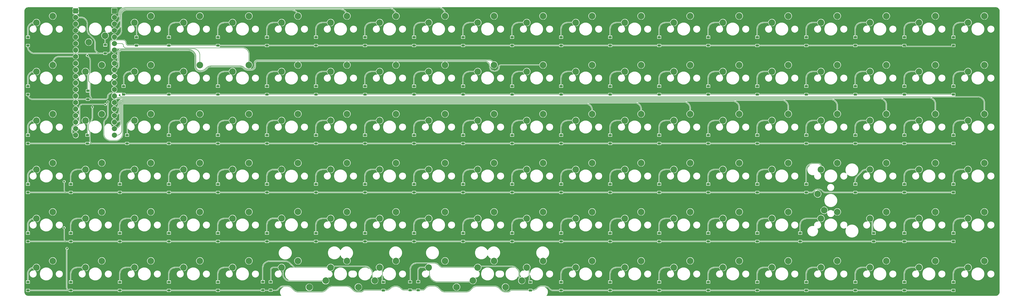
<source format=gbr>
G04 EAGLE Gerber RS-274X export*
G75*
%MOMM*%
%FSLAX34Y34*%
%LPD*%
%INBottom Copper*%
%IPPOS*%
%AMOC8*
5,1,8,0,0,1.08239X$1,22.5*%
G01*
%ADD10C,2.540000*%
%ADD11R,1.220000X0.910000*%
%ADD12R,2.000000X2.000000*%
%ADD13C,2.000000*%
%ADD14C,0.152400*%
%ADD15C,0.756400*%

G36*
X1102906Y105610D02*
X1102906Y105610D01*
X1102977Y105612D01*
X1103026Y105629D01*
X1103078Y105638D01*
X1103141Y105671D01*
X1103208Y105696D01*
X1103249Y105729D01*
X1103295Y105753D01*
X1103344Y105805D01*
X1103400Y105850D01*
X1103428Y105894D01*
X1103464Y105931D01*
X1103494Y105996D01*
X1103533Y106057D01*
X1103546Y106107D01*
X1103568Y106154D01*
X1103576Y106226D01*
X1103593Y106295D01*
X1103589Y106347D01*
X1103595Y106399D01*
X1103580Y106469D01*
X1103574Y106540D01*
X1103554Y106588D01*
X1103543Y106639D01*
X1103506Y106701D01*
X1103478Y106767D01*
X1103433Y106823D01*
X1103417Y106850D01*
X1103399Y106866D01*
X1103373Y106898D01*
X1101951Y108320D01*
X1098855Y115793D01*
X1098855Y123881D01*
X1101951Y131353D01*
X1107670Y137072D01*
X1112161Y138933D01*
X1112263Y138996D01*
X1112369Y139061D01*
X1112369Y139062D01*
X1112370Y139062D01*
X1112446Y139153D01*
X1112526Y139250D01*
X1112526Y139251D01*
X1112527Y139252D01*
X1112570Y139363D01*
X1112615Y139479D01*
X1112615Y139480D01*
X1112615Y139481D01*
X1112620Y139597D01*
X1112626Y139725D01*
X1112626Y139726D01*
X1112626Y139727D01*
X1112594Y139836D01*
X1112558Y139961D01*
X1112557Y139962D01*
X1112557Y139963D01*
X1112490Y140059D01*
X1112418Y140164D01*
X1112417Y140165D01*
X1112317Y140239D01*
X1112221Y140311D01*
X1112220Y140311D01*
X1112220Y140312D01*
X1112105Y140349D01*
X1111988Y140388D01*
X1111986Y140388D01*
X1111982Y140388D01*
X1111820Y140395D01*
X1110331Y140298D01*
X1110308Y140293D01*
X1110184Y140274D01*
X1104548Y138763D01*
X1104533Y138757D01*
X1104518Y138755D01*
X1104364Y138687D01*
X1099311Y135770D01*
X1099293Y135755D01*
X1099190Y135683D01*
X1096991Y133755D01*
X1096979Y133740D01*
X1096955Y133721D01*
X1096456Y133222D01*
X1092496Y129262D01*
X1092495Y129261D01*
X1091617Y128383D01*
X1089961Y126727D01*
X1085634Y124935D01*
X1071036Y124935D01*
X1071016Y124931D01*
X1070997Y124934D01*
X1070895Y124912D01*
X1070793Y124895D01*
X1070776Y124886D01*
X1070756Y124881D01*
X1070667Y124828D01*
X1070576Y124780D01*
X1070562Y124765D01*
X1070545Y124755D01*
X1070478Y124676D01*
X1070407Y124601D01*
X1070398Y124583D01*
X1070385Y124568D01*
X1070347Y124472D01*
X1070303Y124378D01*
X1070301Y124359D01*
X1070293Y124340D01*
X1070275Y124173D01*
X1070275Y122040D01*
X1069382Y121147D01*
X1055919Y121147D01*
X1055025Y122040D01*
X1055025Y124240D01*
X1055022Y124260D01*
X1055024Y124280D01*
X1055002Y124381D01*
X1054986Y124483D01*
X1054976Y124501D01*
X1054972Y124520D01*
X1054919Y124609D01*
X1054871Y124700D01*
X1054856Y124714D01*
X1054846Y124731D01*
X1054767Y124799D01*
X1054692Y124870D01*
X1054674Y124878D01*
X1054659Y124891D01*
X1054563Y124930D01*
X1054469Y124973D01*
X1054449Y124976D01*
X1054431Y124983D01*
X1054264Y125002D01*
X1040043Y125002D01*
X1040023Y124998D01*
X1040003Y125001D01*
X1039902Y124979D01*
X1039800Y124962D01*
X1039782Y124953D01*
X1039763Y124948D01*
X1039674Y124895D01*
X1039582Y124847D01*
X1039569Y124832D01*
X1039552Y124822D01*
X1039484Y124743D01*
X1039413Y124668D01*
X1039405Y124650D01*
X1039392Y124635D01*
X1039353Y124539D01*
X1039309Y124445D01*
X1039307Y124426D01*
X1039300Y124407D01*
X1039281Y124240D01*
X1039281Y122107D01*
X1038388Y121214D01*
X1024925Y121214D01*
X1024032Y122107D01*
X1024032Y123477D01*
X1024029Y123497D01*
X1024031Y123516D01*
X1024009Y123618D01*
X1023992Y123720D01*
X1023983Y123737D01*
X1023979Y123757D01*
X1023925Y123846D01*
X1023877Y123937D01*
X1023863Y123951D01*
X1023852Y123968D01*
X1023774Y124035D01*
X1023699Y124107D01*
X1023681Y124115D01*
X1023665Y124128D01*
X1023569Y124167D01*
X1023476Y124210D01*
X1023456Y124212D01*
X1023437Y124220D01*
X1023271Y124238D01*
X865636Y124238D01*
X865616Y124235D01*
X865597Y124237D01*
X865495Y124215D01*
X865393Y124199D01*
X865376Y124189D01*
X865356Y124185D01*
X865267Y124132D01*
X865176Y124083D01*
X865162Y124069D01*
X865145Y124059D01*
X865078Y123980D01*
X865006Y123905D01*
X864998Y123887D01*
X864985Y123872D01*
X864946Y123776D01*
X864903Y123682D01*
X864901Y123662D01*
X864893Y123644D01*
X864875Y123477D01*
X864875Y121343D01*
X863982Y120450D01*
X850518Y120450D01*
X849625Y121343D01*
X849625Y123477D01*
X849622Y123497D01*
X849624Y123516D01*
X849602Y123618D01*
X849586Y123720D01*
X849576Y123737D01*
X849572Y123757D01*
X849519Y123846D01*
X849470Y123937D01*
X849456Y123951D01*
X849446Y123968D01*
X849367Y124035D01*
X849292Y124107D01*
X849274Y124115D01*
X849259Y124128D01*
X849163Y124167D01*
X849069Y124210D01*
X849049Y124212D01*
X849031Y124220D01*
X848864Y124238D01*
X675136Y124238D01*
X675116Y124235D01*
X675097Y124237D01*
X674995Y124215D01*
X674893Y124199D01*
X674876Y124189D01*
X674856Y124185D01*
X674767Y124132D01*
X674676Y124083D01*
X674662Y124069D01*
X674645Y124059D01*
X674578Y123980D01*
X674506Y123905D01*
X674498Y123887D01*
X674485Y123872D01*
X674446Y123776D01*
X674403Y123682D01*
X674401Y123662D01*
X674393Y123644D01*
X674375Y123477D01*
X674375Y121343D01*
X673482Y120450D01*
X660018Y120450D01*
X659125Y121343D01*
X659125Y123477D01*
X659122Y123497D01*
X659124Y123516D01*
X659102Y123618D01*
X659086Y123720D01*
X659076Y123737D01*
X659072Y123757D01*
X659019Y123846D01*
X658970Y123937D01*
X658956Y123951D01*
X658946Y123968D01*
X658867Y124035D01*
X658792Y124107D01*
X658774Y124115D01*
X658759Y124128D01*
X658663Y124167D01*
X658569Y124210D01*
X658549Y124212D01*
X658531Y124220D01*
X658364Y124238D01*
X484636Y124238D01*
X484616Y124235D01*
X484597Y124237D01*
X484495Y124215D01*
X484393Y124199D01*
X484376Y124189D01*
X484356Y124185D01*
X484267Y124132D01*
X484176Y124083D01*
X484162Y124069D01*
X484145Y124059D01*
X484078Y123980D01*
X484006Y123905D01*
X483998Y123887D01*
X483985Y123872D01*
X483946Y123776D01*
X483903Y123682D01*
X483901Y123662D01*
X483893Y123644D01*
X483875Y123477D01*
X483875Y121343D01*
X482982Y120450D01*
X469518Y120450D01*
X468625Y121343D01*
X468625Y123477D01*
X468622Y123497D01*
X468624Y123516D01*
X468602Y123618D01*
X468586Y123720D01*
X468576Y123737D01*
X468572Y123757D01*
X468519Y123846D01*
X468470Y123937D01*
X468456Y123951D01*
X468446Y123968D01*
X468367Y124035D01*
X468292Y124107D01*
X468274Y124115D01*
X468259Y124128D01*
X468163Y124167D01*
X468069Y124210D01*
X468049Y124212D01*
X468031Y124220D01*
X467864Y124238D01*
X294136Y124238D01*
X294116Y124235D01*
X294097Y124237D01*
X293995Y124215D01*
X293893Y124199D01*
X293876Y124189D01*
X293856Y124185D01*
X293767Y124132D01*
X293676Y124083D01*
X293662Y124069D01*
X293645Y124059D01*
X293578Y123980D01*
X293506Y123905D01*
X293498Y123887D01*
X293485Y123872D01*
X293446Y123776D01*
X293403Y123682D01*
X293401Y123662D01*
X293393Y123644D01*
X293375Y123477D01*
X293375Y121343D01*
X292482Y120450D01*
X279018Y120450D01*
X278125Y121343D01*
X278125Y123477D01*
X278122Y123497D01*
X278124Y123516D01*
X278102Y123618D01*
X278086Y123720D01*
X278076Y123737D01*
X278072Y123757D01*
X278019Y123846D01*
X277970Y123937D01*
X277956Y123951D01*
X277946Y123968D01*
X277867Y124035D01*
X277792Y124107D01*
X277774Y124115D01*
X277759Y124128D01*
X277663Y124167D01*
X277569Y124210D01*
X277549Y124212D01*
X277531Y124220D01*
X277364Y124238D01*
X127448Y124238D01*
X127429Y124235D01*
X127409Y124237D01*
X127308Y124215D01*
X127206Y124199D01*
X127188Y124189D01*
X127169Y124185D01*
X127080Y124132D01*
X126988Y124083D01*
X126975Y124069D01*
X126958Y124059D01*
X126890Y123980D01*
X126819Y123905D01*
X126811Y123887D01*
X126798Y123872D01*
X126759Y123776D01*
X126715Y123682D01*
X126713Y123662D01*
X126706Y123644D01*
X126687Y123477D01*
X126687Y121343D01*
X125794Y120450D01*
X112331Y120450D01*
X111438Y121343D01*
X111438Y131707D01*
X112331Y132600D01*
X125794Y132600D01*
X126687Y131707D01*
X126687Y129573D01*
X126690Y129553D01*
X126688Y129534D01*
X126710Y129432D01*
X126727Y129330D01*
X126736Y129313D01*
X126741Y129293D01*
X126794Y129204D01*
X126842Y129113D01*
X126856Y129099D01*
X126867Y129082D01*
X126945Y129015D01*
X127020Y128943D01*
X127038Y128935D01*
X127054Y128922D01*
X127150Y128883D01*
X127243Y128840D01*
X127263Y128838D01*
X127282Y128830D01*
X127448Y128812D01*
X270535Y128812D01*
X270606Y128823D01*
X270677Y128825D01*
X270726Y128843D01*
X270778Y128851D01*
X270841Y128885D01*
X270908Y128910D01*
X270949Y128942D01*
X270995Y128967D01*
X271044Y129019D01*
X271100Y129063D01*
X271129Y129107D01*
X271165Y129145D01*
X271195Y129210D01*
X271233Y129270D01*
X271246Y129321D01*
X271268Y129368D01*
X271276Y129439D01*
X271294Y129509D01*
X271289Y129561D01*
X271295Y129612D01*
X271280Y129683D01*
X271274Y129754D01*
X271254Y129802D01*
X271243Y129853D01*
X271206Y129914D01*
X271178Y129980D01*
X271133Y130036D01*
X271117Y130064D01*
X271099Y130079D01*
X271073Y130111D01*
X270113Y131072D01*
X267713Y136865D01*
X267713Y285550D01*
X267699Y285640D01*
X267691Y285731D01*
X267679Y285761D01*
X267674Y285793D01*
X267631Y285874D01*
X267595Y285958D01*
X267569Y285990D01*
X267558Y286010D01*
X267535Y286033D01*
X267490Y286089D01*
X265945Y287634D01*
X265945Y292030D01*
X269054Y295139D01*
X273450Y295139D01*
X276558Y292030D01*
X276558Y287634D01*
X273450Y284525D01*
X273048Y284525D01*
X273028Y284522D01*
X273009Y284524D01*
X272907Y284502D01*
X272805Y284486D01*
X272788Y284476D01*
X272768Y284472D01*
X272679Y284419D01*
X272588Y284370D01*
X272574Y284356D01*
X272557Y284346D01*
X272490Y284267D01*
X272418Y284192D01*
X272410Y284174D01*
X272397Y284159D01*
X272358Y284063D01*
X272315Y283969D01*
X272313Y283949D01*
X272305Y283931D01*
X272287Y283764D01*
X272287Y140000D01*
X272291Y139974D01*
X272290Y139925D01*
X272491Y137891D01*
X272498Y137864D01*
X272498Y137836D01*
X272545Y137674D01*
X274102Y133916D01*
X274136Y133860D01*
X274162Y133800D01*
X274214Y133735D01*
X274232Y133707D01*
X274247Y133694D01*
X274267Y133669D01*
X276826Y131110D01*
X276884Y131068D01*
X276936Y131019D01*
X276983Y130997D01*
X277025Y130966D01*
X277094Y130945D01*
X277159Y130915D01*
X277211Y130909D01*
X277261Y130894D01*
X277332Y130896D01*
X277403Y130888D01*
X277454Y130899D01*
X277506Y130900D01*
X277574Y130925D01*
X277644Y130940D01*
X277689Y130967D01*
X277737Y130985D01*
X277793Y131030D01*
X277855Y131067D01*
X277889Y131106D01*
X277929Y131139D01*
X277968Y131199D01*
X278015Y131253D01*
X278034Y131302D01*
X278062Y131346D01*
X278080Y131415D01*
X278107Y131482D01*
X278115Y131553D01*
X278123Y131584D01*
X278121Y131607D01*
X278125Y131648D01*
X278125Y131707D01*
X279018Y132600D01*
X292482Y132600D01*
X293375Y131707D01*
X293375Y129573D01*
X293378Y129553D01*
X293376Y129534D01*
X293398Y129432D01*
X293414Y129330D01*
X293424Y129313D01*
X293428Y129293D01*
X293481Y129204D01*
X293530Y129113D01*
X293544Y129099D01*
X293554Y129082D01*
X293633Y129015D01*
X293708Y128943D01*
X293726Y128935D01*
X293741Y128922D01*
X293837Y128883D01*
X293931Y128840D01*
X293951Y128838D01*
X293969Y128830D01*
X294136Y128812D01*
X467864Y128812D01*
X467884Y128815D01*
X467903Y128813D01*
X468005Y128835D01*
X468107Y128851D01*
X468124Y128861D01*
X468144Y128865D01*
X468233Y128918D01*
X468324Y128967D01*
X468338Y128981D01*
X468355Y128991D01*
X468422Y129070D01*
X468494Y129145D01*
X468502Y129163D01*
X468515Y129178D01*
X468554Y129274D01*
X468597Y129368D01*
X468599Y129388D01*
X468607Y129406D01*
X468625Y129573D01*
X468625Y131707D01*
X469518Y132600D01*
X482982Y132600D01*
X483875Y131707D01*
X483875Y129573D01*
X483878Y129553D01*
X483876Y129534D01*
X483898Y129432D01*
X483914Y129330D01*
X483924Y129313D01*
X483928Y129293D01*
X483981Y129204D01*
X484030Y129113D01*
X484044Y129099D01*
X484054Y129082D01*
X484133Y129015D01*
X484208Y128943D01*
X484226Y128935D01*
X484241Y128922D01*
X484337Y128883D01*
X484431Y128840D01*
X484451Y128838D01*
X484469Y128830D01*
X484636Y128812D01*
X658364Y128812D01*
X658384Y128815D01*
X658403Y128813D01*
X658505Y128835D01*
X658607Y128851D01*
X658624Y128861D01*
X658644Y128865D01*
X658733Y128918D01*
X658824Y128967D01*
X658838Y128981D01*
X658855Y128991D01*
X658922Y129070D01*
X658994Y129145D01*
X659002Y129163D01*
X659015Y129178D01*
X659054Y129274D01*
X659097Y129368D01*
X659099Y129388D01*
X659107Y129406D01*
X659125Y129573D01*
X659125Y131707D01*
X660018Y132600D01*
X673482Y132600D01*
X674375Y131707D01*
X674375Y129573D01*
X674378Y129553D01*
X674376Y129534D01*
X674398Y129432D01*
X674414Y129330D01*
X674424Y129313D01*
X674428Y129293D01*
X674481Y129204D01*
X674530Y129113D01*
X674544Y129099D01*
X674554Y129082D01*
X674633Y129015D01*
X674708Y128943D01*
X674726Y128935D01*
X674741Y128922D01*
X674837Y128883D01*
X674931Y128840D01*
X674951Y128838D01*
X674969Y128830D01*
X675136Y128812D01*
X848864Y128812D01*
X848884Y128815D01*
X848903Y128813D01*
X849005Y128835D01*
X849107Y128851D01*
X849124Y128861D01*
X849144Y128865D01*
X849233Y128918D01*
X849324Y128967D01*
X849338Y128981D01*
X849355Y128991D01*
X849422Y129070D01*
X849494Y129145D01*
X849502Y129163D01*
X849515Y129178D01*
X849554Y129274D01*
X849597Y129368D01*
X849599Y129388D01*
X849607Y129406D01*
X849625Y129573D01*
X849625Y131707D01*
X850518Y132600D01*
X863982Y132600D01*
X864875Y131707D01*
X864875Y129573D01*
X864878Y129553D01*
X864876Y129534D01*
X864898Y129432D01*
X864914Y129330D01*
X864924Y129313D01*
X864928Y129293D01*
X864981Y129204D01*
X865030Y129113D01*
X865044Y129099D01*
X865054Y129082D01*
X865133Y129015D01*
X865208Y128943D01*
X865226Y128935D01*
X865241Y128922D01*
X865337Y128883D01*
X865431Y128840D01*
X865451Y128838D01*
X865469Y128830D01*
X865636Y128812D01*
X1023271Y128812D01*
X1023290Y128815D01*
X1023310Y128813D01*
X1023411Y128835D01*
X1023513Y128851D01*
X1023531Y128861D01*
X1023550Y128865D01*
X1023639Y128918D01*
X1023731Y128967D01*
X1023744Y128981D01*
X1023762Y128991D01*
X1023829Y129070D01*
X1023900Y129145D01*
X1023908Y129163D01*
X1023921Y129178D01*
X1023960Y129274D01*
X1024004Y129368D01*
X1024006Y129388D01*
X1024013Y129406D01*
X1024032Y129573D01*
X1024032Y132470D01*
X1024925Y133363D01*
X1038388Y133363D01*
X1039281Y132470D01*
X1039281Y130336D01*
X1039285Y130317D01*
X1039282Y130297D01*
X1039304Y130195D01*
X1039321Y130094D01*
X1039330Y130076D01*
X1039335Y130056D01*
X1039388Y129967D01*
X1039436Y129876D01*
X1039451Y129862D01*
X1039461Y129845D01*
X1039540Y129778D01*
X1039615Y129707D01*
X1039633Y129698D01*
X1039648Y129685D01*
X1039744Y129647D01*
X1039838Y129603D01*
X1039857Y129601D01*
X1039876Y129594D01*
X1040043Y129575D01*
X1054264Y129575D01*
X1054284Y129578D01*
X1054304Y129576D01*
X1054405Y129598D01*
X1054507Y129615D01*
X1054525Y129624D01*
X1054544Y129628D01*
X1054633Y129682D01*
X1054724Y129730D01*
X1054738Y129744D01*
X1054755Y129755D01*
X1054822Y129833D01*
X1054894Y129908D01*
X1054902Y129926D01*
X1054915Y129941D01*
X1054954Y130038D01*
X1054997Y130131D01*
X1055000Y130151D01*
X1055007Y130170D01*
X1055025Y130336D01*
X1055025Y132403D01*
X1055919Y133296D01*
X1069382Y133296D01*
X1070275Y132403D01*
X1070275Y130269D01*
X1070278Y130250D01*
X1070276Y130230D01*
X1070298Y130129D01*
X1070315Y130027D01*
X1070324Y130009D01*
X1070328Y129990D01*
X1070382Y129900D01*
X1070430Y129809D01*
X1070444Y129796D01*
X1070454Y129778D01*
X1070533Y129711D01*
X1070608Y129640D01*
X1070626Y129632D01*
X1070641Y129619D01*
X1070738Y129580D01*
X1070831Y129536D01*
X1070851Y129534D01*
X1070869Y129527D01*
X1071036Y129508D01*
X1083292Y129508D01*
X1083318Y129512D01*
X1083367Y129512D01*
X1084623Y129636D01*
X1084650Y129643D01*
X1084678Y129643D01*
X1084839Y129690D01*
X1087160Y130651D01*
X1087184Y130666D01*
X1087211Y130675D01*
X1087352Y130766D01*
X1088328Y131567D01*
X1088345Y131587D01*
X1088383Y131617D01*
X1089262Y132495D01*
X1089262Y132496D01*
X1093222Y136456D01*
X1093721Y136955D01*
X1096298Y139532D01*
X1102612Y143177D01*
X1109653Y145064D01*
X1130347Y145064D01*
X1137388Y143177D01*
X1143702Y139532D01*
X1146279Y136955D01*
X1147001Y136233D01*
X1153379Y129855D01*
X1154178Y129056D01*
X1154193Y129046D01*
X1154214Y129022D01*
X1156412Y127095D01*
X1156432Y127082D01*
X1156504Y127030D01*
X1156511Y127024D01*
X1156513Y127023D01*
X1156533Y127008D01*
X1161587Y124090D01*
X1161601Y124085D01*
X1161614Y124075D01*
X1161770Y124014D01*
X1167406Y122504D01*
X1167430Y122502D01*
X1167554Y122480D01*
X1170471Y122288D01*
X1170490Y122290D01*
X1170521Y122287D01*
X1259479Y122287D01*
X1259498Y122290D01*
X1259529Y122288D01*
X1262446Y122480D01*
X1262469Y122485D01*
X1262594Y122504D01*
X1268230Y124014D01*
X1268244Y124021D01*
X1268260Y124023D01*
X1268413Y124090D01*
X1273467Y127008D01*
X1273485Y127023D01*
X1273535Y127057D01*
X1273555Y127068D01*
X1273564Y127078D01*
X1273588Y127095D01*
X1275786Y129022D01*
X1275798Y129037D01*
X1275823Y129056D01*
X1276687Y129921D01*
X1282583Y135817D01*
X1283476Y136710D01*
X1286053Y139287D01*
X1292366Y142932D01*
X1299408Y144819D01*
X1360592Y144819D01*
X1367634Y142932D01*
X1373947Y139287D01*
X1376524Y136710D01*
X1377417Y135817D01*
X1383285Y129949D01*
X1384177Y129056D01*
X1384193Y129046D01*
X1384214Y129022D01*
X1386412Y127095D01*
X1386432Y127082D01*
X1386504Y127030D01*
X1386511Y127024D01*
X1386513Y127023D01*
X1386533Y127008D01*
X1391587Y124090D01*
X1391601Y124085D01*
X1391614Y124075D01*
X1391750Y124022D01*
X1391762Y124016D01*
X1391766Y124016D01*
X1391770Y124014D01*
X1397406Y122504D01*
X1397430Y122502D01*
X1397554Y122480D01*
X1400471Y122288D01*
X1400490Y122290D01*
X1400521Y122287D01*
X1411870Y122287D01*
X1411896Y122291D01*
X1411944Y122290D01*
X1413870Y122480D01*
X1413897Y122487D01*
X1413925Y122488D01*
X1414086Y122534D01*
X1417644Y124008D01*
X1417668Y124023D01*
X1417695Y124031D01*
X1417835Y124123D01*
X1419331Y125350D01*
X1419348Y125370D01*
X1419386Y125400D01*
X1419563Y125577D01*
X1421024Y127038D01*
X1425306Y128812D01*
X1491802Y128812D01*
X1491821Y128815D01*
X1491841Y128813D01*
X1491942Y128835D01*
X1492044Y128851D01*
X1492062Y128861D01*
X1492081Y128865D01*
X1492170Y128918D01*
X1492262Y128967D01*
X1492275Y128981D01*
X1492292Y128991D01*
X1492360Y129070D01*
X1492431Y129145D01*
X1492439Y129163D01*
X1492452Y129178D01*
X1492491Y129274D01*
X1492535Y129368D01*
X1492537Y129388D01*
X1492544Y129406D01*
X1492563Y129573D01*
X1492563Y131707D01*
X1493456Y132600D01*
X1506919Y132600D01*
X1507812Y131707D01*
X1507812Y129573D01*
X1507815Y129553D01*
X1507813Y129534D01*
X1507835Y129432D01*
X1507852Y129330D01*
X1507861Y129313D01*
X1507866Y129293D01*
X1507919Y129204D01*
X1507967Y129113D01*
X1507981Y129099D01*
X1507992Y129082D01*
X1508070Y129015D01*
X1508145Y128943D01*
X1508163Y128935D01*
X1508179Y128922D01*
X1508275Y128883D01*
X1508368Y128840D01*
X1508388Y128838D01*
X1508407Y128830D01*
X1508573Y128812D01*
X1510468Y128812D01*
X1510487Y128815D01*
X1510518Y128813D01*
X1513210Y128990D01*
X1513234Y128995D01*
X1513358Y129014D01*
X1518560Y130408D01*
X1518574Y130414D01*
X1518590Y130417D01*
X1518743Y130484D01*
X1523407Y133177D01*
X1523425Y133192D01*
X1523528Y133264D01*
X1525557Y135043D01*
X1525569Y135057D01*
X1525594Y135077D01*
X1526048Y135532D01*
X1526420Y135903D01*
X1528997Y138481D01*
X1535310Y142126D01*
X1542352Y144012D01*
X1554018Y144012D01*
X1561032Y142133D01*
X1567321Y138502D01*
X1569888Y135935D01*
X1570781Y135042D01*
X1571132Y134691D01*
X1571955Y133867D01*
X1571977Y133852D01*
X1572011Y133817D01*
X1573961Y132216D01*
X1573986Y132202D01*
X1574006Y132182D01*
X1574153Y132101D01*
X1578794Y130179D01*
X1578821Y130173D01*
X1578846Y130160D01*
X1579010Y130125D01*
X1581522Y129878D01*
X1581548Y129879D01*
X1581596Y129874D01*
X1596268Y129874D01*
X1596287Y129877D01*
X1596307Y129875D01*
X1596408Y129897D01*
X1596511Y129914D01*
X1596528Y129923D01*
X1596548Y129927D01*
X1596637Y129980D01*
X1596728Y130029D01*
X1596742Y130043D01*
X1596759Y130053D01*
X1596826Y130132D01*
X1596897Y130207D01*
X1596906Y130225D01*
X1596919Y130240D01*
X1596957Y130336D01*
X1597001Y130430D01*
X1597003Y130450D01*
X1597011Y130468D01*
X1597029Y130635D01*
X1597029Y132306D01*
X1597922Y133199D01*
X1611385Y133199D01*
X1612278Y132306D01*
X1612278Y130635D01*
X1612282Y130615D01*
X1612280Y130596D01*
X1612302Y130494D01*
X1612318Y130392D01*
X1612328Y130375D01*
X1612332Y130355D01*
X1612385Y130266D01*
X1612433Y130175D01*
X1612448Y130161D01*
X1612458Y130144D01*
X1612537Y130077D01*
X1612612Y130006D01*
X1612630Y129997D01*
X1612645Y129984D01*
X1612741Y129945D01*
X1612835Y129902D01*
X1612854Y129900D01*
X1612873Y129892D01*
X1613040Y129874D01*
X1626957Y129874D01*
X1626976Y129877D01*
X1626996Y129875D01*
X1627097Y129897D01*
X1627199Y129914D01*
X1627217Y129923D01*
X1627236Y129927D01*
X1627325Y129980D01*
X1627417Y130029D01*
X1627430Y130043D01*
X1627447Y130053D01*
X1627515Y130132D01*
X1627586Y130207D01*
X1627594Y130225D01*
X1627607Y130240D01*
X1627646Y130336D01*
X1627690Y130430D01*
X1627692Y130450D01*
X1627699Y130468D01*
X1627718Y130635D01*
X1627718Y132769D01*
X1628611Y133662D01*
X1642074Y133662D01*
X1642967Y132769D01*
X1642967Y130635D01*
X1642970Y130615D01*
X1642968Y130596D01*
X1642990Y130494D01*
X1643007Y130392D01*
X1643016Y130375D01*
X1643021Y130355D01*
X1643074Y130266D01*
X1643122Y130175D01*
X1643137Y130161D01*
X1643147Y130144D01*
X1643225Y130077D01*
X1643300Y130006D01*
X1643318Y129997D01*
X1643334Y129984D01*
X1643430Y129945D01*
X1643524Y129902D01*
X1643543Y129900D01*
X1643562Y129892D01*
X1643729Y129874D01*
X1654175Y129874D01*
X1654201Y129878D01*
X1654249Y129878D01*
X1655262Y129977D01*
X1655289Y129985D01*
X1655318Y129985D01*
X1655479Y130032D01*
X1657350Y130806D01*
X1657374Y130821D01*
X1657401Y130830D01*
X1657541Y130921D01*
X1658328Y131567D01*
X1658345Y131587D01*
X1658383Y131617D01*
X1659262Y132496D01*
X1663165Y136399D01*
X1664057Y137291D01*
X1666635Y139869D01*
X1672948Y143514D01*
X1679990Y145401D01*
X1700010Y145401D01*
X1707052Y143514D01*
X1713365Y139869D01*
X1715943Y137291D01*
X1716835Y136399D01*
X1723467Y129767D01*
X1724177Y129056D01*
X1724193Y129045D01*
X1724214Y129022D01*
X1726412Y127095D01*
X1726432Y127082D01*
X1726504Y127030D01*
X1726511Y127024D01*
X1726513Y127023D01*
X1726533Y127008D01*
X1731587Y124090D01*
X1731601Y124085D01*
X1731614Y124075D01*
X1731770Y124014D01*
X1737406Y122504D01*
X1737430Y122502D01*
X1737554Y122480D01*
X1740471Y122288D01*
X1740490Y122290D01*
X1740521Y122287D01*
X1821045Y122287D01*
X1821064Y122290D01*
X1821095Y122288D01*
X1824012Y122480D01*
X1824036Y122485D01*
X1824160Y122504D01*
X1829796Y124014D01*
X1829810Y124021D01*
X1829826Y124023D01*
X1829979Y124090D01*
X1835033Y127008D01*
X1835051Y127023D01*
X1835101Y127057D01*
X1835121Y127068D01*
X1835130Y127078D01*
X1835154Y127095D01*
X1837352Y129022D01*
X1837364Y129037D01*
X1837389Y129056D01*
X1838268Y129936D01*
X1844331Y135999D01*
X1845223Y136891D01*
X1847551Y139219D01*
X1853252Y142510D01*
X1859610Y144214D01*
X1936200Y144214D01*
X1943241Y142327D01*
X1949555Y138682D01*
X1952132Y136105D01*
X1952834Y135403D01*
X1952834Y135402D01*
X1958399Y129838D01*
X1959180Y129056D01*
X1959196Y129046D01*
X1959217Y129022D01*
X1961415Y127095D01*
X1961435Y127082D01*
X1961506Y127030D01*
X1961513Y127024D01*
X1961516Y127023D01*
X1961536Y127008D01*
X1966589Y124090D01*
X1966604Y124085D01*
X1966617Y124075D01*
X1966773Y124014D01*
X1972409Y122504D01*
X1972433Y122502D01*
X1972557Y122480D01*
X1975474Y122288D01*
X1975493Y122290D01*
X1975524Y122287D01*
X1983130Y122287D01*
X1983156Y122291D01*
X1983204Y122290D01*
X1985264Y122493D01*
X1985291Y122501D01*
X1985319Y122501D01*
X1985481Y122548D01*
X1989286Y124124D01*
X1989310Y124139D01*
X1989337Y124147D01*
X1989478Y124239D01*
X1991077Y125552D01*
X1991095Y125571D01*
X1991133Y125602D01*
X1991205Y125674D01*
X1992674Y127143D01*
X1996702Y128812D01*
X2063302Y128812D01*
X2063321Y128815D01*
X2063341Y128813D01*
X2063442Y128835D01*
X2063544Y128851D01*
X2063562Y128861D01*
X2063581Y128865D01*
X2063670Y128918D01*
X2063762Y128967D01*
X2063775Y128981D01*
X2063792Y128991D01*
X2063860Y129070D01*
X2063931Y129145D01*
X2063939Y129163D01*
X2063952Y129178D01*
X2063991Y129274D01*
X2064035Y129368D01*
X2064037Y129388D01*
X2064044Y129406D01*
X2064063Y129573D01*
X2064063Y131707D01*
X2064956Y132600D01*
X2078419Y132600D01*
X2079312Y131707D01*
X2079312Y129664D01*
X2079319Y129620D01*
X2079317Y129575D01*
X2079339Y129499D01*
X2079352Y129422D01*
X2079373Y129382D01*
X2079385Y129339D01*
X2079430Y129274D01*
X2079467Y129204D01*
X2079500Y129173D01*
X2079525Y129136D01*
X2079588Y129089D01*
X2079645Y129035D01*
X2079686Y129016D01*
X2079722Y128989D01*
X2079797Y128964D01*
X2079868Y128931D01*
X2079913Y128926D01*
X2079956Y128912D01*
X2080097Y128906D01*
X2080113Y128904D01*
X2080117Y128905D01*
X2080123Y128905D01*
X2081647Y129005D01*
X2081670Y129010D01*
X2081794Y129029D01*
X2087430Y130539D01*
X2087445Y130546D01*
X2087460Y130548D01*
X2087614Y130615D01*
X2092667Y133533D01*
X2092685Y133548D01*
X2092788Y133620D01*
X2094987Y135547D01*
X2094999Y135562D01*
X2095023Y135581D01*
X2095494Y136053D01*
X2096353Y136911D01*
X2098930Y139488D01*
X2105243Y143134D01*
X2112285Y145020D01*
X2130390Y145020D01*
X2137432Y143134D01*
X2143745Y139488D01*
X2146323Y136911D01*
X2147216Y136018D01*
X2150792Y132442D01*
X2151617Y131617D01*
X2151638Y131602D01*
X2151672Y131567D01*
X2153008Y130470D01*
X2153033Y130456D01*
X2153053Y130436D01*
X2153200Y130356D01*
X2156378Y129039D01*
X2156406Y129033D01*
X2156431Y129020D01*
X2156595Y128985D01*
X2158315Y128815D01*
X2158341Y128817D01*
X2158389Y128812D01*
X2182364Y128812D01*
X2182384Y128815D01*
X2182403Y128813D01*
X2182505Y128835D01*
X2182607Y128851D01*
X2182624Y128861D01*
X2182644Y128865D01*
X2182733Y128918D01*
X2182824Y128967D01*
X2182838Y128981D01*
X2182855Y128991D01*
X2182922Y129070D01*
X2182994Y129145D01*
X2183002Y129163D01*
X2183015Y129178D01*
X2183054Y129274D01*
X2183097Y129368D01*
X2183099Y129388D01*
X2183107Y129406D01*
X2183125Y129573D01*
X2183125Y131707D01*
X2184018Y132600D01*
X2197482Y132600D01*
X2198375Y131707D01*
X2198375Y129573D01*
X2198378Y129553D01*
X2198376Y129534D01*
X2198398Y129432D01*
X2198414Y129330D01*
X2198424Y129313D01*
X2198428Y129293D01*
X2198481Y129204D01*
X2198530Y129113D01*
X2198544Y129099D01*
X2198554Y129082D01*
X2198633Y129015D01*
X2198708Y128943D01*
X2198726Y128935D01*
X2198741Y128922D01*
X2198837Y128883D01*
X2198931Y128840D01*
X2198951Y128838D01*
X2198969Y128830D01*
X2199136Y128812D01*
X2372864Y128812D01*
X2372884Y128815D01*
X2372903Y128813D01*
X2373005Y128835D01*
X2373107Y128851D01*
X2373124Y128861D01*
X2373144Y128865D01*
X2373233Y128918D01*
X2373324Y128967D01*
X2373338Y128981D01*
X2373355Y128991D01*
X2373422Y129070D01*
X2373494Y129145D01*
X2373502Y129163D01*
X2373515Y129178D01*
X2373554Y129274D01*
X2373597Y129368D01*
X2373599Y129388D01*
X2373607Y129406D01*
X2373625Y129573D01*
X2373625Y131707D01*
X2374518Y132600D01*
X2387982Y132600D01*
X2388875Y131707D01*
X2388875Y129573D01*
X2388878Y129553D01*
X2388876Y129534D01*
X2388898Y129432D01*
X2388914Y129330D01*
X2388924Y129313D01*
X2388928Y129293D01*
X2388981Y129204D01*
X2389030Y129113D01*
X2389044Y129099D01*
X2389054Y129082D01*
X2389133Y129015D01*
X2389208Y128943D01*
X2389226Y128935D01*
X2389241Y128922D01*
X2389337Y128883D01*
X2389431Y128840D01*
X2389451Y128838D01*
X2389469Y128830D01*
X2389636Y128812D01*
X2563364Y128812D01*
X2563384Y128815D01*
X2563403Y128813D01*
X2563505Y128835D01*
X2563607Y128851D01*
X2563624Y128861D01*
X2563644Y128865D01*
X2563733Y128918D01*
X2563824Y128967D01*
X2563838Y128981D01*
X2563855Y128991D01*
X2563922Y129070D01*
X2563994Y129145D01*
X2564002Y129163D01*
X2564015Y129178D01*
X2564054Y129274D01*
X2564097Y129368D01*
X2564099Y129388D01*
X2564107Y129406D01*
X2564125Y129573D01*
X2564125Y131707D01*
X2565018Y132600D01*
X2578482Y132600D01*
X2579375Y131707D01*
X2579375Y129573D01*
X2579378Y129553D01*
X2579376Y129534D01*
X2579398Y129432D01*
X2579414Y129330D01*
X2579424Y129313D01*
X2579428Y129293D01*
X2579481Y129204D01*
X2579530Y129113D01*
X2579544Y129099D01*
X2579554Y129082D01*
X2579633Y129015D01*
X2579708Y128943D01*
X2579726Y128935D01*
X2579741Y128922D01*
X2579837Y128883D01*
X2579931Y128840D01*
X2579951Y128838D01*
X2579969Y128830D01*
X2580136Y128812D01*
X2753864Y128812D01*
X2753884Y128815D01*
X2753903Y128813D01*
X2754005Y128835D01*
X2754107Y128851D01*
X2754124Y128861D01*
X2754144Y128865D01*
X2754233Y128918D01*
X2754324Y128967D01*
X2754338Y128981D01*
X2754355Y128991D01*
X2754422Y129070D01*
X2754494Y129145D01*
X2754502Y129163D01*
X2754515Y129178D01*
X2754554Y129274D01*
X2754597Y129368D01*
X2754599Y129388D01*
X2754607Y129406D01*
X2754625Y129573D01*
X2754625Y131707D01*
X2755518Y132600D01*
X2768982Y132600D01*
X2769875Y131707D01*
X2769875Y129573D01*
X2769878Y129553D01*
X2769876Y129534D01*
X2769898Y129432D01*
X2769914Y129330D01*
X2769924Y129313D01*
X2769928Y129293D01*
X2769981Y129204D01*
X2770030Y129113D01*
X2770044Y129099D01*
X2770054Y129082D01*
X2770133Y129015D01*
X2770208Y128943D01*
X2770226Y128935D01*
X2770241Y128922D01*
X2770337Y128883D01*
X2770431Y128840D01*
X2770451Y128838D01*
X2770469Y128830D01*
X2770636Y128812D01*
X2944364Y128812D01*
X2944384Y128815D01*
X2944403Y128813D01*
X2944505Y128835D01*
X2944607Y128851D01*
X2944624Y128861D01*
X2944644Y128865D01*
X2944733Y128918D01*
X2944824Y128967D01*
X2944838Y128981D01*
X2944855Y128991D01*
X2944922Y129070D01*
X2944994Y129145D01*
X2945002Y129163D01*
X2945015Y129178D01*
X2945054Y129274D01*
X2945097Y129368D01*
X2945099Y129388D01*
X2945107Y129406D01*
X2945125Y129573D01*
X2945125Y131707D01*
X2946018Y132600D01*
X2959482Y132600D01*
X2960375Y131707D01*
X2960375Y129573D01*
X2960378Y129553D01*
X2960376Y129534D01*
X2960398Y129432D01*
X2960414Y129330D01*
X2960424Y129313D01*
X2960428Y129293D01*
X2960481Y129204D01*
X2960530Y129113D01*
X2960544Y129099D01*
X2960554Y129082D01*
X2960633Y129015D01*
X2960708Y128943D01*
X2960726Y128935D01*
X2960741Y128922D01*
X2960837Y128883D01*
X2960931Y128840D01*
X2960951Y128838D01*
X2960969Y128830D01*
X2961136Y128812D01*
X3134864Y128812D01*
X3134884Y128815D01*
X3134903Y128813D01*
X3135005Y128835D01*
X3135107Y128851D01*
X3135124Y128861D01*
X3135144Y128865D01*
X3135233Y128918D01*
X3135324Y128967D01*
X3135338Y128981D01*
X3135355Y128991D01*
X3135422Y129070D01*
X3135494Y129145D01*
X3135502Y129163D01*
X3135515Y129178D01*
X3135554Y129274D01*
X3135597Y129368D01*
X3135599Y129388D01*
X3135607Y129406D01*
X3135625Y129573D01*
X3135625Y131707D01*
X3136518Y132600D01*
X3149982Y132600D01*
X3150875Y131707D01*
X3150875Y129573D01*
X3150878Y129553D01*
X3150876Y129534D01*
X3150898Y129432D01*
X3150914Y129330D01*
X3150924Y129313D01*
X3150928Y129293D01*
X3150981Y129204D01*
X3151030Y129113D01*
X3151044Y129099D01*
X3151054Y129082D01*
X3151133Y129015D01*
X3151208Y128943D01*
X3151226Y128935D01*
X3151241Y128922D01*
X3151337Y128883D01*
X3151431Y128840D01*
X3151451Y128838D01*
X3151469Y128830D01*
X3151636Y128812D01*
X3325364Y128812D01*
X3325384Y128815D01*
X3325403Y128813D01*
X3325505Y128835D01*
X3325607Y128851D01*
X3325624Y128861D01*
X3325644Y128865D01*
X3325733Y128918D01*
X3325824Y128967D01*
X3325838Y128981D01*
X3325855Y128991D01*
X3325922Y129070D01*
X3325994Y129145D01*
X3326002Y129163D01*
X3326015Y129178D01*
X3326054Y129274D01*
X3326097Y129368D01*
X3326099Y129388D01*
X3326107Y129406D01*
X3326125Y129573D01*
X3326125Y131707D01*
X3327018Y132600D01*
X3340482Y132600D01*
X3341375Y131707D01*
X3341375Y129573D01*
X3341378Y129553D01*
X3341376Y129534D01*
X3341398Y129432D01*
X3341414Y129330D01*
X3341424Y129313D01*
X3341428Y129293D01*
X3341481Y129204D01*
X3341530Y129113D01*
X3341544Y129099D01*
X3341554Y129082D01*
X3341633Y129015D01*
X3341708Y128943D01*
X3341726Y128935D01*
X3341741Y128922D01*
X3341837Y128883D01*
X3341931Y128840D01*
X3341951Y128838D01*
X3341969Y128830D01*
X3342136Y128812D01*
X3515864Y128812D01*
X3515884Y128815D01*
X3515903Y128813D01*
X3516005Y128835D01*
X3516107Y128851D01*
X3516124Y128861D01*
X3516144Y128865D01*
X3516233Y128918D01*
X3516324Y128967D01*
X3516338Y128981D01*
X3516355Y128991D01*
X3516422Y129070D01*
X3516494Y129145D01*
X3516502Y129163D01*
X3516515Y129178D01*
X3516554Y129274D01*
X3516597Y129368D01*
X3516599Y129388D01*
X3516607Y129406D01*
X3516625Y129573D01*
X3516625Y131707D01*
X3517518Y132600D01*
X3530982Y132600D01*
X3531875Y131707D01*
X3531875Y129573D01*
X3531878Y129553D01*
X3531876Y129534D01*
X3531898Y129432D01*
X3531914Y129330D01*
X3531924Y129313D01*
X3531928Y129293D01*
X3531981Y129204D01*
X3532030Y129113D01*
X3532044Y129099D01*
X3532054Y129082D01*
X3532133Y129015D01*
X3532208Y128943D01*
X3532226Y128935D01*
X3532241Y128922D01*
X3532337Y128883D01*
X3532431Y128840D01*
X3532451Y128838D01*
X3532469Y128830D01*
X3532636Y128812D01*
X3706364Y128812D01*
X3706384Y128815D01*
X3706403Y128813D01*
X3706505Y128835D01*
X3706607Y128851D01*
X3706624Y128861D01*
X3706644Y128865D01*
X3706733Y128918D01*
X3706824Y128967D01*
X3706838Y128981D01*
X3706855Y128991D01*
X3706922Y129070D01*
X3706994Y129145D01*
X3707002Y129163D01*
X3707015Y129178D01*
X3707054Y129274D01*
X3707097Y129368D01*
X3707099Y129388D01*
X3707107Y129406D01*
X3707125Y129573D01*
X3707125Y131707D01*
X3708018Y132600D01*
X3721482Y132600D01*
X3722375Y131707D01*
X3722375Y121343D01*
X3721482Y120450D01*
X3708018Y120450D01*
X3707125Y121343D01*
X3707125Y123477D01*
X3707122Y123497D01*
X3707124Y123516D01*
X3707102Y123618D01*
X3707086Y123720D01*
X3707076Y123737D01*
X3707072Y123757D01*
X3707019Y123846D01*
X3706970Y123937D01*
X3706956Y123951D01*
X3706946Y123968D01*
X3706867Y124035D01*
X3706792Y124107D01*
X3706774Y124115D01*
X3706759Y124128D01*
X3706663Y124167D01*
X3706569Y124210D01*
X3706549Y124212D01*
X3706531Y124220D01*
X3706364Y124238D01*
X3532636Y124238D01*
X3532616Y124235D01*
X3532597Y124237D01*
X3532495Y124215D01*
X3532393Y124199D01*
X3532376Y124189D01*
X3532356Y124185D01*
X3532267Y124132D01*
X3532176Y124083D01*
X3532162Y124069D01*
X3532145Y124059D01*
X3532078Y123980D01*
X3532006Y123905D01*
X3531998Y123887D01*
X3531985Y123872D01*
X3531946Y123776D01*
X3531903Y123682D01*
X3531901Y123662D01*
X3531893Y123644D01*
X3531875Y123477D01*
X3531875Y121343D01*
X3530982Y120450D01*
X3517518Y120450D01*
X3516625Y121343D01*
X3516625Y123477D01*
X3516622Y123497D01*
X3516624Y123516D01*
X3516602Y123618D01*
X3516586Y123720D01*
X3516576Y123737D01*
X3516572Y123757D01*
X3516519Y123846D01*
X3516470Y123937D01*
X3516456Y123951D01*
X3516446Y123968D01*
X3516367Y124035D01*
X3516292Y124107D01*
X3516274Y124115D01*
X3516259Y124128D01*
X3516163Y124167D01*
X3516069Y124210D01*
X3516049Y124212D01*
X3516031Y124220D01*
X3515864Y124238D01*
X3342136Y124238D01*
X3342116Y124235D01*
X3342097Y124237D01*
X3341995Y124215D01*
X3341893Y124199D01*
X3341876Y124189D01*
X3341856Y124185D01*
X3341767Y124132D01*
X3341676Y124083D01*
X3341662Y124069D01*
X3341645Y124059D01*
X3341578Y123980D01*
X3341506Y123905D01*
X3341498Y123887D01*
X3341485Y123872D01*
X3341446Y123776D01*
X3341403Y123682D01*
X3341401Y123662D01*
X3341393Y123644D01*
X3341375Y123477D01*
X3341375Y121343D01*
X3340482Y120450D01*
X3327018Y120450D01*
X3326125Y121343D01*
X3326125Y123477D01*
X3326122Y123497D01*
X3326124Y123516D01*
X3326102Y123618D01*
X3326086Y123720D01*
X3326076Y123737D01*
X3326072Y123757D01*
X3326019Y123846D01*
X3325970Y123937D01*
X3325956Y123951D01*
X3325946Y123968D01*
X3325867Y124035D01*
X3325792Y124107D01*
X3325774Y124115D01*
X3325759Y124128D01*
X3325663Y124167D01*
X3325569Y124210D01*
X3325549Y124212D01*
X3325531Y124220D01*
X3325364Y124238D01*
X3151636Y124238D01*
X3151616Y124235D01*
X3151597Y124237D01*
X3151495Y124215D01*
X3151393Y124199D01*
X3151376Y124189D01*
X3151356Y124185D01*
X3151267Y124132D01*
X3151176Y124083D01*
X3151162Y124069D01*
X3151145Y124059D01*
X3151078Y123980D01*
X3151006Y123905D01*
X3150998Y123887D01*
X3150985Y123872D01*
X3150946Y123776D01*
X3150903Y123682D01*
X3150901Y123662D01*
X3150893Y123644D01*
X3150875Y123477D01*
X3150875Y121343D01*
X3149982Y120450D01*
X3136518Y120450D01*
X3135625Y121343D01*
X3135625Y123477D01*
X3135622Y123497D01*
X3135624Y123516D01*
X3135602Y123618D01*
X3135586Y123720D01*
X3135576Y123737D01*
X3135572Y123757D01*
X3135519Y123846D01*
X3135470Y123937D01*
X3135456Y123951D01*
X3135446Y123968D01*
X3135367Y124035D01*
X3135292Y124107D01*
X3135274Y124115D01*
X3135259Y124128D01*
X3135163Y124167D01*
X3135069Y124210D01*
X3135049Y124212D01*
X3135031Y124220D01*
X3134864Y124238D01*
X2961136Y124238D01*
X2961116Y124235D01*
X2961097Y124237D01*
X2960995Y124215D01*
X2960893Y124199D01*
X2960876Y124189D01*
X2960856Y124185D01*
X2960767Y124132D01*
X2960676Y124083D01*
X2960662Y124069D01*
X2960645Y124059D01*
X2960578Y123980D01*
X2960506Y123905D01*
X2960498Y123887D01*
X2960485Y123872D01*
X2960446Y123776D01*
X2960403Y123682D01*
X2960401Y123662D01*
X2960393Y123644D01*
X2960375Y123477D01*
X2960375Y121343D01*
X2959482Y120450D01*
X2946018Y120450D01*
X2945125Y121343D01*
X2945125Y123477D01*
X2945122Y123497D01*
X2945124Y123516D01*
X2945102Y123618D01*
X2945086Y123720D01*
X2945076Y123737D01*
X2945072Y123757D01*
X2945019Y123846D01*
X2944970Y123937D01*
X2944956Y123951D01*
X2944946Y123968D01*
X2944867Y124035D01*
X2944792Y124107D01*
X2944774Y124115D01*
X2944759Y124128D01*
X2944663Y124167D01*
X2944569Y124210D01*
X2944549Y124212D01*
X2944531Y124220D01*
X2944364Y124238D01*
X2770636Y124238D01*
X2770616Y124235D01*
X2770597Y124237D01*
X2770495Y124215D01*
X2770393Y124199D01*
X2770376Y124189D01*
X2770356Y124185D01*
X2770267Y124132D01*
X2770176Y124083D01*
X2770162Y124069D01*
X2770145Y124059D01*
X2770078Y123980D01*
X2770006Y123905D01*
X2769998Y123887D01*
X2769985Y123872D01*
X2769946Y123776D01*
X2769903Y123682D01*
X2769901Y123662D01*
X2769893Y123644D01*
X2769875Y123477D01*
X2769875Y121343D01*
X2768982Y120450D01*
X2755518Y120450D01*
X2754625Y121343D01*
X2754625Y123477D01*
X2754622Y123497D01*
X2754624Y123516D01*
X2754602Y123618D01*
X2754586Y123720D01*
X2754576Y123737D01*
X2754572Y123757D01*
X2754519Y123846D01*
X2754470Y123937D01*
X2754456Y123951D01*
X2754446Y123968D01*
X2754367Y124035D01*
X2754292Y124107D01*
X2754274Y124115D01*
X2754259Y124128D01*
X2754163Y124167D01*
X2754069Y124210D01*
X2754049Y124212D01*
X2754031Y124220D01*
X2753864Y124238D01*
X2580136Y124238D01*
X2580116Y124235D01*
X2580097Y124237D01*
X2579995Y124215D01*
X2579893Y124199D01*
X2579876Y124189D01*
X2579856Y124185D01*
X2579767Y124132D01*
X2579676Y124083D01*
X2579662Y124069D01*
X2579645Y124059D01*
X2579578Y123980D01*
X2579506Y123905D01*
X2579498Y123887D01*
X2579485Y123872D01*
X2579446Y123776D01*
X2579403Y123682D01*
X2579401Y123662D01*
X2579393Y123644D01*
X2579375Y123477D01*
X2579375Y121343D01*
X2578482Y120450D01*
X2565018Y120450D01*
X2564125Y121343D01*
X2564125Y123477D01*
X2564122Y123497D01*
X2564124Y123516D01*
X2564102Y123618D01*
X2564086Y123720D01*
X2564076Y123737D01*
X2564072Y123757D01*
X2564019Y123846D01*
X2563970Y123937D01*
X2563956Y123951D01*
X2563946Y123968D01*
X2563867Y124035D01*
X2563792Y124107D01*
X2563774Y124115D01*
X2563759Y124128D01*
X2563663Y124167D01*
X2563569Y124210D01*
X2563549Y124212D01*
X2563531Y124220D01*
X2563364Y124238D01*
X2389636Y124238D01*
X2389616Y124235D01*
X2389597Y124237D01*
X2389495Y124215D01*
X2389393Y124199D01*
X2389376Y124189D01*
X2389356Y124185D01*
X2389267Y124132D01*
X2389176Y124083D01*
X2389162Y124069D01*
X2389145Y124059D01*
X2389078Y123980D01*
X2389006Y123905D01*
X2388998Y123887D01*
X2388985Y123872D01*
X2388946Y123776D01*
X2388903Y123682D01*
X2388901Y123662D01*
X2388893Y123644D01*
X2388875Y123477D01*
X2388875Y121343D01*
X2387982Y120450D01*
X2374518Y120450D01*
X2373625Y121343D01*
X2373625Y123477D01*
X2373622Y123497D01*
X2373624Y123516D01*
X2373602Y123618D01*
X2373586Y123720D01*
X2373576Y123737D01*
X2373572Y123757D01*
X2373519Y123846D01*
X2373470Y123937D01*
X2373456Y123951D01*
X2373446Y123968D01*
X2373367Y124035D01*
X2373292Y124107D01*
X2373274Y124115D01*
X2373259Y124128D01*
X2373163Y124167D01*
X2373069Y124210D01*
X2373049Y124212D01*
X2373031Y124220D01*
X2372864Y124238D01*
X2199136Y124238D01*
X2199116Y124235D01*
X2199097Y124237D01*
X2198995Y124215D01*
X2198893Y124199D01*
X2198876Y124189D01*
X2198856Y124185D01*
X2198767Y124132D01*
X2198676Y124083D01*
X2198662Y124069D01*
X2198645Y124059D01*
X2198578Y123980D01*
X2198506Y123905D01*
X2198498Y123887D01*
X2198485Y123872D01*
X2198446Y123776D01*
X2198403Y123682D01*
X2198401Y123662D01*
X2198393Y123644D01*
X2198375Y123477D01*
X2198375Y121343D01*
X2197482Y120450D01*
X2184018Y120450D01*
X2183125Y121343D01*
X2183125Y123477D01*
X2183122Y123497D01*
X2183124Y123516D01*
X2183102Y123618D01*
X2183086Y123720D01*
X2183076Y123737D01*
X2183072Y123757D01*
X2183019Y123846D01*
X2182970Y123937D01*
X2182956Y123951D01*
X2182946Y123968D01*
X2182867Y124035D01*
X2182792Y124107D01*
X2182774Y124115D01*
X2182759Y124128D01*
X2182663Y124167D01*
X2182569Y124210D01*
X2182549Y124212D01*
X2182531Y124220D01*
X2182364Y124238D01*
X2155575Y124238D01*
X2150373Y126393D01*
X2148383Y128383D01*
X2147558Y129208D01*
X2143982Y132784D01*
X2143089Y133677D01*
X2143074Y133688D01*
X2143053Y133711D01*
X2140854Y135639D01*
X2140834Y135652D01*
X2140733Y135726D01*
X2135680Y138643D01*
X2135665Y138649D01*
X2135652Y138659D01*
X2135496Y138720D01*
X2129860Y140230D01*
X2129836Y140232D01*
X2129713Y140254D01*
X2128342Y140344D01*
X2128218Y140332D01*
X2128099Y140321D01*
X2128099Y140320D01*
X2128097Y140320D01*
X2127984Y140269D01*
X2127875Y140221D01*
X2127874Y140220D01*
X2127873Y140219D01*
X2127778Y140132D01*
X2127694Y140054D01*
X2127693Y140053D01*
X2127692Y140053D01*
X2127634Y139946D01*
X2127575Y139839D01*
X2127575Y139838D01*
X2127574Y139837D01*
X2127552Y139713D01*
X2127531Y139597D01*
X2127532Y139596D01*
X2127531Y139595D01*
X2127550Y139473D01*
X2127567Y139353D01*
X2127568Y139352D01*
X2127568Y139351D01*
X2127625Y139240D01*
X2127679Y139134D01*
X2127679Y139133D01*
X2127680Y139132D01*
X2127770Y139044D01*
X2127854Y138962D01*
X2127855Y138961D01*
X2127856Y138961D01*
X2127860Y138959D01*
X2128001Y138881D01*
X2130766Y137736D01*
X2136486Y132016D01*
X2139581Y124544D01*
X2139581Y116456D01*
X2136486Y108984D01*
X2134400Y106898D01*
X2134358Y106839D01*
X2134308Y106787D01*
X2134286Y106740D01*
X2134256Y106698D01*
X2134235Y106629D01*
X2134205Y106564D01*
X2134199Y106513D01*
X2134184Y106463D01*
X2134186Y106391D01*
X2134178Y106320D01*
X2134189Y106269D01*
X2134190Y106217D01*
X2134215Y106150D01*
X2134230Y106080D01*
X2134257Y106035D01*
X2134275Y105986D01*
X2134319Y105930D01*
X2134356Y105868D01*
X2134396Y105835D01*
X2134428Y105794D01*
X2134489Y105755D01*
X2134543Y105709D01*
X2134591Y105689D01*
X2134635Y105661D01*
X2134705Y105643D01*
X2134771Y105617D01*
X2134843Y105609D01*
X2134874Y105601D01*
X2134897Y105603D01*
X2134938Y105598D01*
X3880000Y105598D01*
X3880021Y105602D01*
X3880059Y105600D01*
X3882273Y105775D01*
X3882279Y105776D01*
X3882285Y105776D01*
X3882449Y105810D01*
X3886660Y107178D01*
X3886692Y107194D01*
X3886727Y107203D01*
X3886872Y107286D01*
X3890455Y109889D01*
X3890480Y109914D01*
X3890510Y109933D01*
X3890623Y110057D01*
X3893226Y113640D01*
X3893242Y113672D01*
X3893265Y113699D01*
X3893334Y113852D01*
X3894702Y118063D01*
X3894703Y118069D01*
X3894706Y118074D01*
X3894737Y118239D01*
X3894912Y120453D01*
X3894910Y120475D01*
X3894914Y120512D01*
X3894914Y1213000D01*
X3894910Y1213022D01*
X3894912Y1213060D01*
X3894737Y1215274D01*
X3894736Y1215279D01*
X3894736Y1215285D01*
X3894702Y1215449D01*
X3893334Y1219661D01*
X3893318Y1219692D01*
X3893309Y1219727D01*
X3893226Y1219873D01*
X3890623Y1223455D01*
X3890598Y1223480D01*
X3890579Y1223511D01*
X3890455Y1223624D01*
X3886872Y1226226D01*
X3886841Y1226242D01*
X3886813Y1226265D01*
X3886660Y1226334D01*
X3882449Y1227703D01*
X3882443Y1227704D01*
X3882438Y1227706D01*
X3882273Y1227738D01*
X3880059Y1227912D01*
X3880037Y1227910D01*
X3880000Y1227914D01*
X1727696Y1227914D01*
X1727688Y1227913D01*
X1727680Y1227914D01*
X1727567Y1227893D01*
X1727453Y1227875D01*
X1727446Y1227871D01*
X1727438Y1227869D01*
X1727337Y1227813D01*
X1727236Y1227759D01*
X1727230Y1227754D01*
X1727223Y1227750D01*
X1727145Y1227664D01*
X1727066Y1227581D01*
X1727063Y1227574D01*
X1727058Y1227568D01*
X1727011Y1227462D01*
X1726963Y1227358D01*
X1726962Y1227350D01*
X1726959Y1227343D01*
X1726948Y1227228D01*
X1726936Y1227114D01*
X1726937Y1227106D01*
X1726937Y1227098D01*
X1726964Y1226985D01*
X1726988Y1226873D01*
X1726992Y1226866D01*
X1726994Y1226859D01*
X1727055Y1226761D01*
X1727114Y1226662D01*
X1727120Y1226657D01*
X1727124Y1226650D01*
X1727248Y1226537D01*
X1734321Y1221398D01*
X1739477Y1214303D01*
X1741346Y1208551D01*
X1741357Y1208530D01*
X1741362Y1208506D01*
X1741413Y1208421D01*
X1741458Y1208332D01*
X1741476Y1208316D01*
X1741488Y1208295D01*
X1741563Y1208230D01*
X1741635Y1208161D01*
X1741656Y1208151D01*
X1741675Y1208135D01*
X1741767Y1208098D01*
X1741857Y1208055D01*
X1741881Y1208052D01*
X1741903Y1208043D01*
X1742070Y1208025D01*
X1742729Y1208025D01*
X1747958Y1205859D01*
X1751959Y1201858D01*
X1754125Y1196629D01*
X1754125Y1190971D01*
X1751959Y1185742D01*
X1747958Y1181741D01*
X1742729Y1179575D01*
X1737071Y1179575D01*
X1731842Y1181741D01*
X1727841Y1185742D01*
X1725675Y1190971D01*
X1725675Y1196629D01*
X1727841Y1201858D01*
X1731842Y1205859D01*
X1735846Y1207517D01*
X1735941Y1207577D01*
X1736039Y1207634D01*
X1736046Y1207642D01*
X1736055Y1207647D01*
X1736126Y1207734D01*
X1736201Y1207819D01*
X1736205Y1207829D01*
X1736211Y1207836D01*
X1736252Y1207942D01*
X1736295Y1208046D01*
X1736296Y1208057D01*
X1736300Y1208066D01*
X1736304Y1208179D01*
X1736312Y1208292D01*
X1736310Y1208304D01*
X1736310Y1208312D01*
X1736303Y1208336D01*
X1736278Y1208456D01*
X1735140Y1211960D01*
X1735134Y1211970D01*
X1735133Y1211974D01*
X1735125Y1211989D01*
X1735123Y1211991D01*
X1735115Y1212026D01*
X1735032Y1212172D01*
X1730921Y1217829D01*
X1730896Y1217855D01*
X1730877Y1217885D01*
X1730753Y1217998D01*
X1725095Y1222108D01*
X1725063Y1222125D01*
X1725036Y1222147D01*
X1724883Y1222217D01*
X1718232Y1224378D01*
X1718226Y1224378D01*
X1718221Y1224381D01*
X1718056Y1224413D01*
X1714560Y1224688D01*
X1714538Y1224686D01*
X1714500Y1224690D01*
X1536892Y1224690D01*
X1536888Y1224689D01*
X1536884Y1224690D01*
X1536766Y1224669D01*
X1536649Y1224650D01*
X1536646Y1224648D01*
X1536642Y1224648D01*
X1536536Y1224590D01*
X1536432Y1224535D01*
X1536429Y1224532D01*
X1536425Y1224530D01*
X1536344Y1224443D01*
X1536262Y1224357D01*
X1536261Y1224353D01*
X1536258Y1224350D01*
X1536209Y1224243D01*
X1536159Y1224134D01*
X1536158Y1224130D01*
X1536157Y1224126D01*
X1536145Y1224007D01*
X1536132Y1223889D01*
X1536132Y1223885D01*
X1536132Y1223881D01*
X1536159Y1223764D01*
X1536184Y1223649D01*
X1536186Y1223646D01*
X1536187Y1223642D01*
X1536249Y1223540D01*
X1536310Y1223438D01*
X1536313Y1223435D01*
X1536315Y1223432D01*
X1536406Y1223355D01*
X1536497Y1223278D01*
X1536501Y1223276D01*
X1536504Y1223274D01*
X1536657Y1223205D01*
X1536726Y1223182D01*
X1543822Y1218027D01*
X1548977Y1210932D01*
X1549750Y1208551D01*
X1549761Y1208530D01*
X1549766Y1208506D01*
X1549817Y1208421D01*
X1549863Y1208332D01*
X1549880Y1208316D01*
X1549892Y1208295D01*
X1549968Y1208230D01*
X1550040Y1208161D01*
X1550061Y1208151D01*
X1550079Y1208135D01*
X1550172Y1208098D01*
X1550262Y1208055D01*
X1550285Y1208052D01*
X1550307Y1208043D01*
X1550474Y1208025D01*
X1552229Y1208025D01*
X1557458Y1205859D01*
X1561459Y1201858D01*
X1563625Y1196629D01*
X1563625Y1190971D01*
X1561459Y1185742D01*
X1557458Y1181741D01*
X1552229Y1179575D01*
X1546571Y1179575D01*
X1541342Y1181741D01*
X1537341Y1185742D01*
X1535175Y1190971D01*
X1535175Y1196629D01*
X1537341Y1201858D01*
X1541342Y1205859D01*
X1544380Y1207117D01*
X1544476Y1207177D01*
X1544574Y1207234D01*
X1544580Y1207242D01*
X1544589Y1207247D01*
X1544661Y1207334D01*
X1544736Y1207419D01*
X1544739Y1207429D01*
X1544746Y1207437D01*
X1544786Y1207542D01*
X1544830Y1207646D01*
X1544831Y1207657D01*
X1544834Y1207666D01*
X1544839Y1207779D01*
X1544847Y1207892D01*
X1544844Y1207904D01*
X1544845Y1207912D01*
X1544838Y1207936D01*
X1544813Y1208056D01*
X1544640Y1208589D01*
X1544623Y1208620D01*
X1544615Y1208655D01*
X1544532Y1208801D01*
X1540421Y1214458D01*
X1540412Y1214468D01*
X1540411Y1214469D01*
X1540407Y1214473D01*
X1540396Y1214484D01*
X1540377Y1214514D01*
X1540253Y1214627D01*
X1534595Y1218737D01*
X1534563Y1218753D01*
X1534536Y1218776D01*
X1534383Y1218845D01*
X1527732Y1221006D01*
X1527726Y1221007D01*
X1527721Y1221010D01*
X1527556Y1221041D01*
X1524060Y1221317D01*
X1524038Y1221315D01*
X1524000Y1221319D01*
X1345670Y1221319D01*
X1345666Y1221318D01*
X1345662Y1221319D01*
X1345545Y1221298D01*
X1345427Y1221279D01*
X1345424Y1221277D01*
X1345420Y1221277D01*
X1345315Y1221220D01*
X1345210Y1221164D01*
X1345207Y1221161D01*
X1345204Y1221159D01*
X1345123Y1221072D01*
X1345041Y1220986D01*
X1345039Y1220982D01*
X1345036Y1220979D01*
X1344986Y1220869D01*
X1344937Y1220763D01*
X1344936Y1220759D01*
X1344935Y1220755D01*
X1344923Y1220636D01*
X1344910Y1220518D01*
X1344911Y1220514D01*
X1344910Y1220510D01*
X1344937Y1220395D01*
X1344962Y1220278D01*
X1344964Y1220274D01*
X1344965Y1220271D01*
X1345027Y1220169D01*
X1345088Y1220067D01*
X1345091Y1220064D01*
X1345093Y1220061D01*
X1345186Y1219983D01*
X1345275Y1219907D01*
X1345279Y1219905D01*
X1345282Y1219903D01*
X1345435Y1219834D01*
X1346226Y1219577D01*
X1353322Y1214422D01*
X1357741Y1208339D01*
X1357761Y1208319D01*
X1357775Y1208295D01*
X1357848Y1208233D01*
X1357916Y1208166D01*
X1357941Y1208153D01*
X1357962Y1208135D01*
X1358051Y1208099D01*
X1358137Y1208057D01*
X1358164Y1208054D01*
X1358190Y1208043D01*
X1358357Y1208025D01*
X1361729Y1208025D01*
X1366958Y1205859D01*
X1370959Y1201858D01*
X1373125Y1196629D01*
X1373125Y1190971D01*
X1370959Y1185742D01*
X1366958Y1181741D01*
X1361729Y1179575D01*
X1356071Y1179575D01*
X1350842Y1181741D01*
X1346841Y1185742D01*
X1344675Y1190971D01*
X1344675Y1196629D01*
X1346841Y1201858D01*
X1350842Y1205859D01*
X1352031Y1206351D01*
X1352124Y1206409D01*
X1352218Y1206463D01*
X1352228Y1206474D01*
X1352240Y1206481D01*
X1352310Y1206565D01*
X1352382Y1206646D01*
X1352388Y1206660D01*
X1352397Y1206671D01*
X1352436Y1206772D01*
X1352479Y1206873D01*
X1352480Y1206887D01*
X1352485Y1206900D01*
X1352490Y1207009D01*
X1352498Y1207118D01*
X1352495Y1207132D01*
X1352495Y1207146D01*
X1352465Y1207251D01*
X1352438Y1207356D01*
X1352430Y1207372D01*
X1352427Y1207382D01*
X1352410Y1207406D01*
X1352355Y1207502D01*
X1349921Y1210853D01*
X1349896Y1210878D01*
X1349877Y1210908D01*
X1349753Y1211021D01*
X1344095Y1215132D01*
X1344063Y1215148D01*
X1344036Y1215171D01*
X1343883Y1215240D01*
X1337232Y1217401D01*
X1337226Y1217402D01*
X1337221Y1217404D01*
X1337056Y1217436D01*
X1333560Y1217711D01*
X1333538Y1217709D01*
X1333500Y1217713D01*
X1157640Y1217713D01*
X1157633Y1217712D01*
X1157625Y1217713D01*
X1157511Y1217692D01*
X1157398Y1217674D01*
X1157391Y1217670D01*
X1157383Y1217668D01*
X1157282Y1217612D01*
X1157180Y1217558D01*
X1157175Y1217553D01*
X1157168Y1217549D01*
X1157090Y1217463D01*
X1157011Y1217380D01*
X1157007Y1217373D01*
X1157002Y1217367D01*
X1156956Y1217262D01*
X1156907Y1217157D01*
X1156906Y1217149D01*
X1156903Y1217142D01*
X1156893Y1217027D01*
X1156880Y1216913D01*
X1156882Y1216905D01*
X1156881Y1216897D01*
X1156908Y1216785D01*
X1156932Y1216672D01*
X1156937Y1216665D01*
X1156938Y1216658D01*
X1156999Y1216560D01*
X1157059Y1216461D01*
X1157065Y1216456D01*
X1157069Y1216449D01*
X1157193Y1216336D01*
X1163588Y1211690D01*
X1166023Y1208339D01*
X1166043Y1208319D01*
X1166057Y1208295D01*
X1166130Y1208233D01*
X1166198Y1208166D01*
X1166223Y1208153D01*
X1166244Y1208135D01*
X1166333Y1208099D01*
X1166419Y1208057D01*
X1166446Y1208054D01*
X1166472Y1208043D01*
X1166639Y1208025D01*
X1171229Y1208025D01*
X1176458Y1205859D01*
X1180459Y1201858D01*
X1182625Y1196629D01*
X1182625Y1190971D01*
X1180459Y1185742D01*
X1176458Y1181741D01*
X1171229Y1179575D01*
X1165571Y1179575D01*
X1160342Y1181741D01*
X1156341Y1185742D01*
X1154175Y1190971D01*
X1154175Y1196629D01*
X1156341Y1201858D01*
X1160342Y1205859D01*
X1160626Y1205977D01*
X1160719Y1206034D01*
X1160814Y1206088D01*
X1160823Y1206099D01*
X1160835Y1206106D01*
X1160905Y1206190D01*
X1160977Y1206272D01*
X1160983Y1206285D01*
X1160992Y1206296D01*
X1161031Y1206398D01*
X1161074Y1206498D01*
X1161075Y1206512D01*
X1161080Y1206525D01*
X1161085Y1206634D01*
X1161093Y1206743D01*
X1161090Y1206757D01*
X1161091Y1206771D01*
X1161060Y1206876D01*
X1161034Y1206982D01*
X1161025Y1206997D01*
X1161022Y1207007D01*
X1161005Y1207031D01*
X1160951Y1207127D01*
X1160211Y1208145D01*
X1160186Y1208170D01*
X1160167Y1208200D01*
X1160043Y1208313D01*
X1155068Y1211928D01*
X1155036Y1211944D01*
X1155009Y1211967D01*
X1154856Y1212036D01*
X1149008Y1213936D01*
X1149002Y1213937D01*
X1148997Y1213939D01*
X1148832Y1213971D01*
X1145758Y1214213D01*
X1145736Y1214211D01*
X1145698Y1214215D01*
X499623Y1214215D01*
X499597Y1214211D01*
X499548Y1214211D01*
X496909Y1213952D01*
X496882Y1213944D01*
X496854Y1213944D01*
X496693Y1213897D01*
X491816Y1211877D01*
X491761Y1211843D01*
X491700Y1211817D01*
X491636Y1211765D01*
X491607Y1211748D01*
X491595Y1211733D01*
X491569Y1211712D01*
X487837Y1207980D01*
X487799Y1207927D01*
X487753Y1207880D01*
X487713Y1207807D01*
X487694Y1207781D01*
X487688Y1207762D01*
X487672Y1207733D01*
X485652Y1202857D01*
X485646Y1202829D01*
X485633Y1202804D01*
X485626Y1202774D01*
X485622Y1202764D01*
X485619Y1202740D01*
X485598Y1202640D01*
X485338Y1200001D01*
X485340Y1199975D01*
X485335Y1199927D01*
X485335Y1133318D01*
X482624Y1124976D01*
X477468Y1117880D01*
X470372Y1112724D01*
X467051Y1111645D01*
X467030Y1111634D01*
X467006Y1111629D01*
X466921Y1111578D01*
X466832Y1111532D01*
X466816Y1111515D01*
X466795Y1111503D01*
X466730Y1111427D01*
X466661Y1111355D01*
X466651Y1111334D01*
X466635Y1111316D01*
X466598Y1111223D01*
X466555Y1111133D01*
X466552Y1111110D01*
X466543Y1111087D01*
X466525Y1110921D01*
X466525Y1110008D01*
X464770Y1105772D01*
X462585Y1103586D01*
X462543Y1103528D01*
X462493Y1103476D01*
X462472Y1103429D01*
X462441Y1103387D01*
X462420Y1103318D01*
X462390Y1103253D01*
X462384Y1103201D01*
X462369Y1103151D01*
X462371Y1103080D01*
X462363Y1103009D01*
X462374Y1102958D01*
X462375Y1102906D01*
X462400Y1102838D01*
X462415Y1102768D01*
X462442Y1102723D01*
X462460Y1102675D01*
X462504Y1102619D01*
X462541Y1102557D01*
X462581Y1102523D01*
X462613Y1102483D01*
X462674Y1102444D01*
X462728Y1102397D01*
X462776Y1102378D01*
X462820Y1102350D01*
X462890Y1102332D01*
X462956Y1102305D01*
X463028Y1102297D01*
X463059Y1102289D01*
X463082Y1102291D01*
X463123Y1102287D01*
X492444Y1102287D01*
X496960Y1100416D01*
X500416Y1096960D01*
X502287Y1092444D01*
X502287Y1090000D01*
X502291Y1089974D01*
X502290Y1089925D01*
X502443Y1088379D01*
X502450Y1088352D01*
X502450Y1088323D01*
X502497Y1088162D01*
X503681Y1085305D01*
X503715Y1085249D01*
X503741Y1085189D01*
X503793Y1085124D01*
X503810Y1085096D01*
X503825Y1085083D01*
X503846Y1085058D01*
X506033Y1082871D01*
X506086Y1082832D01*
X506133Y1082786D01*
X506206Y1082746D01*
X506232Y1082727D01*
X506251Y1082721D01*
X506280Y1082706D01*
X509137Y1081522D01*
X509165Y1081516D01*
X509190Y1081502D01*
X509354Y1081468D01*
X510900Y1081315D01*
X510927Y1081317D01*
X510975Y1081312D01*
X532864Y1081312D01*
X532884Y1081315D01*
X532903Y1081313D01*
X533005Y1081335D01*
X533107Y1081351D01*
X533124Y1081361D01*
X533144Y1081365D01*
X533233Y1081418D01*
X533324Y1081467D01*
X533338Y1081481D01*
X533355Y1081491D01*
X533422Y1081570D01*
X533494Y1081645D01*
X533502Y1081663D01*
X533515Y1081678D01*
X533554Y1081774D01*
X533597Y1081868D01*
X533599Y1081888D01*
X533607Y1081906D01*
X533625Y1082073D01*
X533625Y1084207D01*
X534518Y1085100D01*
X547982Y1085100D01*
X548875Y1084207D01*
X548875Y1082073D01*
X548878Y1082053D01*
X548876Y1082034D01*
X548898Y1081932D01*
X548914Y1081830D01*
X548924Y1081813D01*
X548928Y1081793D01*
X548981Y1081704D01*
X549030Y1081613D01*
X549044Y1081599D01*
X549054Y1081582D01*
X549133Y1081515D01*
X549208Y1081443D01*
X549226Y1081435D01*
X549241Y1081422D01*
X549337Y1081383D01*
X549431Y1081340D01*
X549451Y1081338D01*
X549469Y1081330D01*
X549636Y1081312D01*
X658364Y1081312D01*
X658384Y1081315D01*
X658403Y1081313D01*
X658505Y1081335D01*
X658607Y1081351D01*
X658624Y1081361D01*
X658644Y1081365D01*
X658733Y1081418D01*
X658824Y1081467D01*
X658838Y1081481D01*
X658855Y1081491D01*
X658922Y1081570D01*
X658994Y1081645D01*
X659002Y1081663D01*
X659015Y1081678D01*
X659054Y1081774D01*
X659097Y1081868D01*
X659099Y1081888D01*
X659107Y1081906D01*
X659125Y1082073D01*
X659125Y1084207D01*
X660018Y1085100D01*
X673482Y1085100D01*
X674375Y1084207D01*
X674375Y1082073D01*
X674378Y1082053D01*
X674376Y1082034D01*
X674398Y1081932D01*
X674414Y1081830D01*
X674424Y1081813D01*
X674428Y1081793D01*
X674481Y1081704D01*
X674530Y1081613D01*
X674544Y1081599D01*
X674554Y1081582D01*
X674633Y1081515D01*
X674708Y1081443D01*
X674726Y1081435D01*
X674741Y1081422D01*
X674837Y1081383D01*
X674931Y1081340D01*
X674951Y1081338D01*
X674969Y1081330D01*
X675136Y1081312D01*
X848864Y1081312D01*
X848884Y1081315D01*
X848903Y1081313D01*
X849005Y1081335D01*
X849107Y1081351D01*
X849124Y1081361D01*
X849144Y1081365D01*
X849233Y1081418D01*
X849324Y1081467D01*
X849338Y1081481D01*
X849355Y1081491D01*
X849422Y1081570D01*
X849494Y1081645D01*
X849502Y1081663D01*
X849515Y1081678D01*
X849554Y1081774D01*
X849597Y1081868D01*
X849599Y1081888D01*
X849607Y1081906D01*
X849625Y1082073D01*
X849625Y1084207D01*
X850518Y1085100D01*
X863982Y1085100D01*
X864875Y1084207D01*
X864875Y1082073D01*
X864878Y1082053D01*
X864876Y1082034D01*
X864898Y1081932D01*
X864914Y1081830D01*
X864924Y1081813D01*
X864928Y1081793D01*
X864981Y1081704D01*
X865030Y1081613D01*
X865044Y1081599D01*
X865054Y1081582D01*
X865133Y1081515D01*
X865208Y1081443D01*
X865226Y1081435D01*
X865241Y1081422D01*
X865337Y1081383D01*
X865431Y1081340D01*
X865451Y1081338D01*
X865469Y1081330D01*
X865636Y1081312D01*
X1039364Y1081312D01*
X1039384Y1081315D01*
X1039403Y1081313D01*
X1039505Y1081335D01*
X1039607Y1081351D01*
X1039624Y1081361D01*
X1039644Y1081365D01*
X1039733Y1081418D01*
X1039824Y1081467D01*
X1039838Y1081481D01*
X1039855Y1081491D01*
X1039922Y1081570D01*
X1039994Y1081645D01*
X1040002Y1081663D01*
X1040015Y1081678D01*
X1040054Y1081774D01*
X1040097Y1081868D01*
X1040099Y1081888D01*
X1040107Y1081906D01*
X1040125Y1082073D01*
X1040125Y1084207D01*
X1041018Y1085100D01*
X1054482Y1085100D01*
X1055375Y1084207D01*
X1055375Y1082073D01*
X1055378Y1082053D01*
X1055376Y1082034D01*
X1055398Y1081932D01*
X1055414Y1081830D01*
X1055424Y1081813D01*
X1055428Y1081793D01*
X1055481Y1081704D01*
X1055530Y1081613D01*
X1055544Y1081599D01*
X1055554Y1081582D01*
X1055633Y1081515D01*
X1055708Y1081443D01*
X1055726Y1081435D01*
X1055741Y1081422D01*
X1055837Y1081383D01*
X1055931Y1081340D01*
X1055951Y1081338D01*
X1055969Y1081330D01*
X1056136Y1081312D01*
X1229864Y1081312D01*
X1229884Y1081315D01*
X1229903Y1081313D01*
X1230005Y1081335D01*
X1230107Y1081351D01*
X1230124Y1081361D01*
X1230144Y1081365D01*
X1230233Y1081418D01*
X1230324Y1081467D01*
X1230338Y1081481D01*
X1230355Y1081491D01*
X1230422Y1081570D01*
X1230494Y1081645D01*
X1230502Y1081663D01*
X1230515Y1081678D01*
X1230554Y1081774D01*
X1230597Y1081868D01*
X1230599Y1081888D01*
X1230607Y1081906D01*
X1230625Y1082073D01*
X1230625Y1084207D01*
X1231518Y1085100D01*
X1244982Y1085100D01*
X1245875Y1084207D01*
X1245875Y1082073D01*
X1245878Y1082053D01*
X1245876Y1082034D01*
X1245898Y1081932D01*
X1245914Y1081830D01*
X1245924Y1081813D01*
X1245928Y1081793D01*
X1245981Y1081704D01*
X1246030Y1081613D01*
X1246044Y1081599D01*
X1246054Y1081582D01*
X1246133Y1081515D01*
X1246208Y1081443D01*
X1246226Y1081435D01*
X1246241Y1081422D01*
X1246337Y1081383D01*
X1246431Y1081340D01*
X1246451Y1081338D01*
X1246469Y1081330D01*
X1246636Y1081312D01*
X1420364Y1081312D01*
X1420384Y1081315D01*
X1420403Y1081313D01*
X1420505Y1081335D01*
X1420607Y1081351D01*
X1420624Y1081361D01*
X1420644Y1081365D01*
X1420733Y1081418D01*
X1420824Y1081467D01*
X1420838Y1081481D01*
X1420855Y1081491D01*
X1420922Y1081570D01*
X1420994Y1081645D01*
X1421002Y1081663D01*
X1421015Y1081678D01*
X1421054Y1081774D01*
X1421097Y1081868D01*
X1421099Y1081888D01*
X1421107Y1081906D01*
X1421125Y1082073D01*
X1421125Y1084207D01*
X1422018Y1085100D01*
X1435482Y1085100D01*
X1436375Y1084207D01*
X1436375Y1082073D01*
X1436378Y1082053D01*
X1436376Y1082034D01*
X1436398Y1081932D01*
X1436414Y1081830D01*
X1436424Y1081813D01*
X1436428Y1081793D01*
X1436481Y1081704D01*
X1436530Y1081613D01*
X1436544Y1081599D01*
X1436554Y1081582D01*
X1436633Y1081515D01*
X1436708Y1081443D01*
X1436726Y1081435D01*
X1436741Y1081422D01*
X1436837Y1081383D01*
X1436931Y1081340D01*
X1436951Y1081338D01*
X1436969Y1081330D01*
X1437136Y1081312D01*
X1610864Y1081312D01*
X1610884Y1081315D01*
X1610903Y1081313D01*
X1611005Y1081335D01*
X1611107Y1081351D01*
X1611124Y1081361D01*
X1611144Y1081365D01*
X1611233Y1081418D01*
X1611324Y1081467D01*
X1611338Y1081481D01*
X1611355Y1081491D01*
X1611422Y1081570D01*
X1611494Y1081645D01*
X1611502Y1081663D01*
X1611515Y1081678D01*
X1611554Y1081774D01*
X1611597Y1081868D01*
X1611599Y1081888D01*
X1611607Y1081906D01*
X1611625Y1082073D01*
X1611625Y1084207D01*
X1612518Y1085100D01*
X1625982Y1085100D01*
X1626875Y1084207D01*
X1626875Y1082073D01*
X1626878Y1082053D01*
X1626876Y1082034D01*
X1626898Y1081932D01*
X1626914Y1081830D01*
X1626924Y1081813D01*
X1626928Y1081793D01*
X1626981Y1081704D01*
X1627030Y1081613D01*
X1627044Y1081599D01*
X1627054Y1081582D01*
X1627133Y1081515D01*
X1627208Y1081443D01*
X1627226Y1081435D01*
X1627241Y1081422D01*
X1627337Y1081383D01*
X1627431Y1081340D01*
X1627451Y1081338D01*
X1627469Y1081330D01*
X1627636Y1081312D01*
X1801364Y1081312D01*
X1801384Y1081315D01*
X1801403Y1081313D01*
X1801505Y1081335D01*
X1801607Y1081351D01*
X1801624Y1081361D01*
X1801644Y1081365D01*
X1801733Y1081418D01*
X1801824Y1081467D01*
X1801838Y1081481D01*
X1801855Y1081491D01*
X1801922Y1081570D01*
X1801994Y1081645D01*
X1802002Y1081663D01*
X1802015Y1081678D01*
X1802054Y1081774D01*
X1802097Y1081868D01*
X1802099Y1081888D01*
X1802107Y1081906D01*
X1802125Y1082073D01*
X1802125Y1084207D01*
X1803018Y1085100D01*
X1816482Y1085100D01*
X1817375Y1084207D01*
X1817375Y1082073D01*
X1817378Y1082053D01*
X1817376Y1082034D01*
X1817398Y1081932D01*
X1817414Y1081830D01*
X1817424Y1081813D01*
X1817428Y1081793D01*
X1817481Y1081704D01*
X1817530Y1081613D01*
X1817544Y1081599D01*
X1817554Y1081582D01*
X1817633Y1081515D01*
X1817708Y1081443D01*
X1817726Y1081435D01*
X1817741Y1081422D01*
X1817837Y1081383D01*
X1817931Y1081340D01*
X1817951Y1081338D01*
X1817969Y1081330D01*
X1818136Y1081312D01*
X1991864Y1081312D01*
X1991884Y1081315D01*
X1991903Y1081313D01*
X1992005Y1081335D01*
X1992107Y1081351D01*
X1992124Y1081361D01*
X1992144Y1081365D01*
X1992233Y1081418D01*
X1992324Y1081467D01*
X1992338Y1081481D01*
X1992355Y1081491D01*
X1992422Y1081570D01*
X1992494Y1081645D01*
X1992502Y1081663D01*
X1992515Y1081678D01*
X1992554Y1081774D01*
X1992597Y1081868D01*
X1992599Y1081888D01*
X1992607Y1081906D01*
X1992625Y1082073D01*
X1992625Y1084207D01*
X1993518Y1085100D01*
X2006982Y1085100D01*
X2007875Y1084207D01*
X2007875Y1082073D01*
X2007878Y1082053D01*
X2007876Y1082034D01*
X2007898Y1081932D01*
X2007914Y1081830D01*
X2007924Y1081813D01*
X2007928Y1081793D01*
X2007981Y1081704D01*
X2008030Y1081613D01*
X2008044Y1081599D01*
X2008054Y1081582D01*
X2008133Y1081515D01*
X2008208Y1081443D01*
X2008226Y1081435D01*
X2008241Y1081422D01*
X2008337Y1081383D01*
X2008431Y1081340D01*
X2008451Y1081338D01*
X2008469Y1081330D01*
X2008636Y1081312D01*
X2182364Y1081312D01*
X2182384Y1081315D01*
X2182403Y1081313D01*
X2182505Y1081335D01*
X2182607Y1081351D01*
X2182624Y1081361D01*
X2182644Y1081365D01*
X2182733Y1081418D01*
X2182824Y1081467D01*
X2182838Y1081481D01*
X2182855Y1081491D01*
X2182922Y1081570D01*
X2182994Y1081645D01*
X2183002Y1081663D01*
X2183015Y1081678D01*
X2183054Y1081774D01*
X2183097Y1081868D01*
X2183099Y1081888D01*
X2183107Y1081906D01*
X2183125Y1082073D01*
X2183125Y1084207D01*
X2184018Y1085100D01*
X2197482Y1085100D01*
X2198375Y1084207D01*
X2198375Y1082073D01*
X2198378Y1082053D01*
X2198376Y1082034D01*
X2198398Y1081932D01*
X2198414Y1081830D01*
X2198424Y1081813D01*
X2198428Y1081793D01*
X2198481Y1081704D01*
X2198530Y1081613D01*
X2198544Y1081599D01*
X2198554Y1081582D01*
X2198633Y1081515D01*
X2198708Y1081443D01*
X2198726Y1081435D01*
X2198741Y1081422D01*
X2198837Y1081383D01*
X2198931Y1081340D01*
X2198951Y1081338D01*
X2198969Y1081330D01*
X2199136Y1081312D01*
X2372864Y1081312D01*
X2372884Y1081315D01*
X2372903Y1081313D01*
X2373005Y1081335D01*
X2373107Y1081351D01*
X2373124Y1081361D01*
X2373144Y1081365D01*
X2373233Y1081418D01*
X2373324Y1081467D01*
X2373338Y1081481D01*
X2373355Y1081491D01*
X2373422Y1081570D01*
X2373494Y1081645D01*
X2373502Y1081663D01*
X2373515Y1081678D01*
X2373554Y1081774D01*
X2373597Y1081868D01*
X2373599Y1081888D01*
X2373607Y1081906D01*
X2373625Y1082073D01*
X2373625Y1084207D01*
X2374518Y1085100D01*
X2387982Y1085100D01*
X2388875Y1084207D01*
X2388875Y1082073D01*
X2388878Y1082053D01*
X2388876Y1082034D01*
X2388898Y1081932D01*
X2388914Y1081830D01*
X2388924Y1081813D01*
X2388928Y1081793D01*
X2388981Y1081704D01*
X2389030Y1081613D01*
X2389044Y1081599D01*
X2389054Y1081582D01*
X2389133Y1081515D01*
X2389208Y1081443D01*
X2389226Y1081435D01*
X2389241Y1081422D01*
X2389337Y1081383D01*
X2389431Y1081340D01*
X2389451Y1081338D01*
X2389469Y1081330D01*
X2389636Y1081312D01*
X2563364Y1081312D01*
X2563384Y1081315D01*
X2563403Y1081313D01*
X2563505Y1081335D01*
X2563607Y1081351D01*
X2563624Y1081361D01*
X2563644Y1081365D01*
X2563733Y1081418D01*
X2563824Y1081467D01*
X2563838Y1081481D01*
X2563855Y1081491D01*
X2563922Y1081570D01*
X2563994Y1081645D01*
X2564002Y1081663D01*
X2564015Y1081678D01*
X2564054Y1081774D01*
X2564097Y1081868D01*
X2564099Y1081888D01*
X2564107Y1081906D01*
X2564125Y1082073D01*
X2564125Y1084207D01*
X2565018Y1085100D01*
X2578482Y1085100D01*
X2579375Y1084207D01*
X2579375Y1082073D01*
X2579378Y1082053D01*
X2579376Y1082034D01*
X2579398Y1081932D01*
X2579414Y1081830D01*
X2579424Y1081813D01*
X2579428Y1081793D01*
X2579481Y1081704D01*
X2579530Y1081613D01*
X2579544Y1081599D01*
X2579554Y1081582D01*
X2579633Y1081515D01*
X2579708Y1081443D01*
X2579726Y1081435D01*
X2579741Y1081422D01*
X2579837Y1081383D01*
X2579931Y1081340D01*
X2579951Y1081338D01*
X2579969Y1081330D01*
X2580136Y1081312D01*
X2753864Y1081312D01*
X2753884Y1081315D01*
X2753903Y1081313D01*
X2754005Y1081335D01*
X2754107Y1081351D01*
X2754124Y1081361D01*
X2754144Y1081365D01*
X2754233Y1081418D01*
X2754324Y1081467D01*
X2754338Y1081481D01*
X2754355Y1081491D01*
X2754422Y1081570D01*
X2754494Y1081645D01*
X2754502Y1081663D01*
X2754515Y1081678D01*
X2754554Y1081774D01*
X2754597Y1081868D01*
X2754599Y1081888D01*
X2754607Y1081906D01*
X2754625Y1082073D01*
X2754625Y1084207D01*
X2755518Y1085100D01*
X2768982Y1085100D01*
X2769875Y1084207D01*
X2769875Y1082073D01*
X2769878Y1082053D01*
X2769876Y1082034D01*
X2769898Y1081932D01*
X2769914Y1081830D01*
X2769924Y1081813D01*
X2769928Y1081793D01*
X2769981Y1081704D01*
X2770030Y1081613D01*
X2770044Y1081599D01*
X2770054Y1081582D01*
X2770133Y1081515D01*
X2770208Y1081443D01*
X2770226Y1081435D01*
X2770241Y1081422D01*
X2770337Y1081383D01*
X2770431Y1081340D01*
X2770451Y1081338D01*
X2770469Y1081330D01*
X2770636Y1081312D01*
X2944364Y1081312D01*
X2944384Y1081315D01*
X2944403Y1081313D01*
X2944505Y1081335D01*
X2944607Y1081351D01*
X2944624Y1081361D01*
X2944644Y1081365D01*
X2944733Y1081418D01*
X2944824Y1081467D01*
X2944838Y1081481D01*
X2944855Y1081491D01*
X2944922Y1081570D01*
X2944994Y1081645D01*
X2945002Y1081663D01*
X2945015Y1081678D01*
X2945054Y1081774D01*
X2945097Y1081868D01*
X2945099Y1081888D01*
X2945107Y1081906D01*
X2945125Y1082073D01*
X2945125Y1084207D01*
X2946018Y1085100D01*
X2959482Y1085100D01*
X2960375Y1084207D01*
X2960375Y1082073D01*
X2960378Y1082053D01*
X2960376Y1082034D01*
X2960398Y1081932D01*
X2960414Y1081830D01*
X2960424Y1081813D01*
X2960428Y1081793D01*
X2960481Y1081704D01*
X2960530Y1081613D01*
X2960544Y1081599D01*
X2960554Y1081582D01*
X2960633Y1081515D01*
X2960708Y1081443D01*
X2960726Y1081435D01*
X2960741Y1081422D01*
X2960837Y1081383D01*
X2960931Y1081340D01*
X2960951Y1081338D01*
X2960969Y1081330D01*
X2961136Y1081312D01*
X3134864Y1081312D01*
X3134884Y1081315D01*
X3134903Y1081313D01*
X3135005Y1081335D01*
X3135107Y1081351D01*
X3135124Y1081361D01*
X3135144Y1081365D01*
X3135233Y1081418D01*
X3135324Y1081467D01*
X3135338Y1081481D01*
X3135355Y1081491D01*
X3135422Y1081570D01*
X3135494Y1081645D01*
X3135502Y1081663D01*
X3135515Y1081678D01*
X3135554Y1081774D01*
X3135597Y1081868D01*
X3135599Y1081888D01*
X3135607Y1081906D01*
X3135625Y1082073D01*
X3135625Y1084207D01*
X3136518Y1085100D01*
X3149982Y1085100D01*
X3150875Y1084207D01*
X3150875Y1082073D01*
X3150878Y1082053D01*
X3150876Y1082034D01*
X3150898Y1081932D01*
X3150914Y1081830D01*
X3150924Y1081813D01*
X3150928Y1081793D01*
X3150981Y1081704D01*
X3151030Y1081613D01*
X3151044Y1081599D01*
X3151054Y1081582D01*
X3151133Y1081515D01*
X3151208Y1081443D01*
X3151226Y1081435D01*
X3151241Y1081422D01*
X3151337Y1081383D01*
X3151431Y1081340D01*
X3151451Y1081338D01*
X3151469Y1081330D01*
X3151636Y1081312D01*
X3325364Y1081312D01*
X3325384Y1081315D01*
X3325403Y1081313D01*
X3325505Y1081335D01*
X3325607Y1081351D01*
X3325624Y1081361D01*
X3325644Y1081365D01*
X3325733Y1081418D01*
X3325824Y1081467D01*
X3325838Y1081481D01*
X3325855Y1081491D01*
X3325922Y1081570D01*
X3325994Y1081645D01*
X3326002Y1081663D01*
X3326015Y1081678D01*
X3326054Y1081774D01*
X3326097Y1081868D01*
X3326099Y1081888D01*
X3326107Y1081906D01*
X3326125Y1082073D01*
X3326125Y1084207D01*
X3327018Y1085100D01*
X3340482Y1085100D01*
X3341375Y1084207D01*
X3341375Y1082073D01*
X3341378Y1082053D01*
X3341376Y1082034D01*
X3341398Y1081932D01*
X3341414Y1081830D01*
X3341424Y1081813D01*
X3341428Y1081793D01*
X3341481Y1081704D01*
X3341530Y1081613D01*
X3341544Y1081599D01*
X3341554Y1081582D01*
X3341633Y1081515D01*
X3341708Y1081443D01*
X3341726Y1081435D01*
X3341741Y1081422D01*
X3341837Y1081383D01*
X3341931Y1081340D01*
X3341951Y1081338D01*
X3341969Y1081330D01*
X3342136Y1081312D01*
X3515864Y1081312D01*
X3515884Y1081315D01*
X3515903Y1081313D01*
X3516005Y1081335D01*
X3516107Y1081351D01*
X3516124Y1081361D01*
X3516144Y1081365D01*
X3516233Y1081418D01*
X3516324Y1081467D01*
X3516338Y1081481D01*
X3516355Y1081491D01*
X3516422Y1081570D01*
X3516494Y1081645D01*
X3516502Y1081663D01*
X3516515Y1081678D01*
X3516554Y1081774D01*
X3516597Y1081868D01*
X3516599Y1081888D01*
X3516607Y1081906D01*
X3516625Y1082073D01*
X3516625Y1084207D01*
X3517518Y1085100D01*
X3530982Y1085100D01*
X3531875Y1084207D01*
X3531875Y1078264D01*
X3531878Y1078245D01*
X3531876Y1078225D01*
X3531898Y1078124D01*
X3531914Y1078022D01*
X3531924Y1078004D01*
X3531928Y1077985D01*
X3531981Y1077896D01*
X3532030Y1077804D01*
X3532044Y1077791D01*
X3532054Y1077774D01*
X3532133Y1077706D01*
X3532208Y1077635D01*
X3532226Y1077627D01*
X3532241Y1077614D01*
X3532337Y1077575D01*
X3532431Y1077531D01*
X3532451Y1077529D01*
X3532469Y1077522D01*
X3532636Y1077503D01*
X3706364Y1077503D01*
X3706384Y1077506D01*
X3706403Y1077504D01*
X3706505Y1077526D01*
X3706607Y1077543D01*
X3706624Y1077552D01*
X3706644Y1077557D01*
X3706733Y1077610D01*
X3706824Y1077658D01*
X3706838Y1077672D01*
X3706855Y1077683D01*
X3706922Y1077761D01*
X3706994Y1077836D01*
X3707002Y1077854D01*
X3707015Y1077870D01*
X3707054Y1077966D01*
X3707097Y1078059D01*
X3707099Y1078079D01*
X3707107Y1078098D01*
X3707125Y1078264D01*
X3707125Y1084207D01*
X3708018Y1085100D01*
X3721482Y1085100D01*
X3722375Y1084207D01*
X3722375Y1073843D01*
X3721482Y1072950D01*
X3712224Y1072950D01*
X3712134Y1072935D01*
X3712062Y1072930D01*
X3526947Y1072930D01*
X3526942Y1072932D01*
X3526901Y1072936D01*
X3526879Y1072943D01*
X3526847Y1072942D01*
X3526775Y1072950D01*
X3517518Y1072950D01*
X3516625Y1073843D01*
X3516625Y1075977D01*
X3516622Y1075997D01*
X3516624Y1076016D01*
X3516602Y1076118D01*
X3516586Y1076220D01*
X3516576Y1076237D01*
X3516572Y1076257D01*
X3516519Y1076346D01*
X3516470Y1076437D01*
X3516456Y1076451D01*
X3516446Y1076468D01*
X3516367Y1076535D01*
X3516292Y1076607D01*
X3516274Y1076615D01*
X3516259Y1076628D01*
X3516163Y1076667D01*
X3516069Y1076710D01*
X3516049Y1076712D01*
X3516031Y1076720D01*
X3515864Y1076738D01*
X3342136Y1076738D01*
X3342116Y1076735D01*
X3342097Y1076737D01*
X3341995Y1076715D01*
X3341893Y1076699D01*
X3341876Y1076689D01*
X3341856Y1076685D01*
X3341767Y1076632D01*
X3341676Y1076583D01*
X3341662Y1076569D01*
X3341645Y1076559D01*
X3341578Y1076480D01*
X3341506Y1076405D01*
X3341498Y1076387D01*
X3341485Y1076372D01*
X3341446Y1076276D01*
X3341403Y1076182D01*
X3341401Y1076162D01*
X3341393Y1076144D01*
X3341375Y1075977D01*
X3341375Y1073843D01*
X3340482Y1072950D01*
X3327018Y1072950D01*
X3326125Y1073843D01*
X3326125Y1075977D01*
X3326122Y1075997D01*
X3326124Y1076016D01*
X3326102Y1076118D01*
X3326086Y1076220D01*
X3326076Y1076237D01*
X3326072Y1076257D01*
X3326019Y1076346D01*
X3325970Y1076437D01*
X3325956Y1076451D01*
X3325946Y1076468D01*
X3325867Y1076535D01*
X3325792Y1076607D01*
X3325774Y1076615D01*
X3325759Y1076628D01*
X3325663Y1076667D01*
X3325569Y1076710D01*
X3325549Y1076712D01*
X3325531Y1076720D01*
X3325364Y1076738D01*
X3151636Y1076738D01*
X3151616Y1076735D01*
X3151597Y1076737D01*
X3151495Y1076715D01*
X3151393Y1076699D01*
X3151376Y1076689D01*
X3151356Y1076685D01*
X3151267Y1076632D01*
X3151176Y1076583D01*
X3151162Y1076569D01*
X3151145Y1076559D01*
X3151078Y1076480D01*
X3151006Y1076405D01*
X3150998Y1076387D01*
X3150985Y1076372D01*
X3150946Y1076276D01*
X3150903Y1076182D01*
X3150901Y1076162D01*
X3150893Y1076144D01*
X3150875Y1075977D01*
X3150875Y1073843D01*
X3149982Y1072950D01*
X3136518Y1072950D01*
X3135625Y1073843D01*
X3135625Y1075977D01*
X3135622Y1075997D01*
X3135624Y1076016D01*
X3135602Y1076118D01*
X3135586Y1076220D01*
X3135576Y1076237D01*
X3135572Y1076257D01*
X3135519Y1076346D01*
X3135470Y1076437D01*
X3135456Y1076451D01*
X3135446Y1076468D01*
X3135367Y1076535D01*
X3135292Y1076607D01*
X3135274Y1076615D01*
X3135259Y1076628D01*
X3135163Y1076667D01*
X3135069Y1076710D01*
X3135049Y1076712D01*
X3135031Y1076720D01*
X3134864Y1076738D01*
X2961136Y1076738D01*
X2961116Y1076735D01*
X2961097Y1076737D01*
X2960995Y1076715D01*
X2960893Y1076699D01*
X2960876Y1076689D01*
X2960856Y1076685D01*
X2960767Y1076632D01*
X2960676Y1076583D01*
X2960662Y1076569D01*
X2960645Y1076559D01*
X2960578Y1076480D01*
X2960506Y1076405D01*
X2960498Y1076387D01*
X2960485Y1076372D01*
X2960446Y1076276D01*
X2960403Y1076182D01*
X2960401Y1076162D01*
X2960393Y1076144D01*
X2960375Y1075977D01*
X2960375Y1073843D01*
X2959482Y1072950D01*
X2946018Y1072950D01*
X2945125Y1073843D01*
X2945125Y1075977D01*
X2945122Y1075997D01*
X2945124Y1076016D01*
X2945102Y1076118D01*
X2945086Y1076220D01*
X2945076Y1076237D01*
X2945072Y1076257D01*
X2945019Y1076346D01*
X2944970Y1076437D01*
X2944956Y1076451D01*
X2944946Y1076468D01*
X2944867Y1076535D01*
X2944792Y1076607D01*
X2944774Y1076615D01*
X2944759Y1076628D01*
X2944663Y1076667D01*
X2944569Y1076710D01*
X2944549Y1076712D01*
X2944531Y1076720D01*
X2944364Y1076738D01*
X2770636Y1076738D01*
X2770616Y1076735D01*
X2770597Y1076737D01*
X2770495Y1076715D01*
X2770393Y1076699D01*
X2770376Y1076689D01*
X2770356Y1076685D01*
X2770267Y1076632D01*
X2770176Y1076583D01*
X2770162Y1076569D01*
X2770145Y1076559D01*
X2770078Y1076480D01*
X2770006Y1076405D01*
X2769998Y1076387D01*
X2769985Y1076372D01*
X2769946Y1076276D01*
X2769903Y1076182D01*
X2769901Y1076162D01*
X2769893Y1076144D01*
X2769875Y1075977D01*
X2769875Y1073843D01*
X2768982Y1072950D01*
X2755518Y1072950D01*
X2754625Y1073843D01*
X2754625Y1075977D01*
X2754622Y1075997D01*
X2754624Y1076016D01*
X2754602Y1076118D01*
X2754586Y1076220D01*
X2754576Y1076237D01*
X2754572Y1076257D01*
X2754519Y1076346D01*
X2754470Y1076437D01*
X2754456Y1076451D01*
X2754446Y1076468D01*
X2754367Y1076535D01*
X2754292Y1076607D01*
X2754274Y1076615D01*
X2754259Y1076628D01*
X2754163Y1076667D01*
X2754069Y1076710D01*
X2754049Y1076712D01*
X2754031Y1076720D01*
X2753864Y1076738D01*
X2580136Y1076738D01*
X2580116Y1076735D01*
X2580097Y1076737D01*
X2579995Y1076715D01*
X2579893Y1076699D01*
X2579876Y1076689D01*
X2579856Y1076685D01*
X2579767Y1076632D01*
X2579676Y1076583D01*
X2579662Y1076569D01*
X2579645Y1076559D01*
X2579578Y1076480D01*
X2579506Y1076405D01*
X2579498Y1076387D01*
X2579485Y1076372D01*
X2579446Y1076276D01*
X2579403Y1076182D01*
X2579401Y1076162D01*
X2579393Y1076144D01*
X2579375Y1075977D01*
X2579375Y1073843D01*
X2578482Y1072950D01*
X2565018Y1072950D01*
X2564125Y1073843D01*
X2564125Y1075977D01*
X2564122Y1075997D01*
X2564124Y1076016D01*
X2564102Y1076118D01*
X2564086Y1076220D01*
X2564076Y1076237D01*
X2564072Y1076257D01*
X2564019Y1076346D01*
X2563970Y1076437D01*
X2563956Y1076451D01*
X2563946Y1076468D01*
X2563867Y1076535D01*
X2563792Y1076607D01*
X2563774Y1076615D01*
X2563759Y1076628D01*
X2563663Y1076667D01*
X2563569Y1076710D01*
X2563549Y1076712D01*
X2563531Y1076720D01*
X2563364Y1076738D01*
X2389636Y1076738D01*
X2389616Y1076735D01*
X2389597Y1076737D01*
X2389495Y1076715D01*
X2389393Y1076699D01*
X2389376Y1076689D01*
X2389356Y1076685D01*
X2389267Y1076632D01*
X2389176Y1076583D01*
X2389162Y1076569D01*
X2389145Y1076559D01*
X2389078Y1076480D01*
X2389006Y1076405D01*
X2388998Y1076387D01*
X2388985Y1076372D01*
X2388946Y1076276D01*
X2388903Y1076182D01*
X2388901Y1076162D01*
X2388893Y1076144D01*
X2388875Y1075977D01*
X2388875Y1073843D01*
X2387982Y1072950D01*
X2374518Y1072950D01*
X2373625Y1073843D01*
X2373625Y1075977D01*
X2373622Y1075997D01*
X2373624Y1076016D01*
X2373602Y1076118D01*
X2373586Y1076220D01*
X2373576Y1076237D01*
X2373572Y1076257D01*
X2373519Y1076346D01*
X2373470Y1076437D01*
X2373456Y1076451D01*
X2373446Y1076468D01*
X2373367Y1076535D01*
X2373292Y1076607D01*
X2373274Y1076615D01*
X2373259Y1076628D01*
X2373163Y1076667D01*
X2373069Y1076710D01*
X2373049Y1076712D01*
X2373031Y1076720D01*
X2372864Y1076738D01*
X2199136Y1076738D01*
X2199116Y1076735D01*
X2199097Y1076737D01*
X2198995Y1076715D01*
X2198893Y1076699D01*
X2198876Y1076689D01*
X2198856Y1076685D01*
X2198767Y1076632D01*
X2198676Y1076583D01*
X2198662Y1076569D01*
X2198645Y1076559D01*
X2198578Y1076480D01*
X2198506Y1076405D01*
X2198498Y1076387D01*
X2198485Y1076372D01*
X2198446Y1076276D01*
X2198403Y1076182D01*
X2198401Y1076162D01*
X2198393Y1076144D01*
X2198375Y1075977D01*
X2198375Y1073843D01*
X2197482Y1072950D01*
X2184018Y1072950D01*
X2183125Y1073843D01*
X2183125Y1075977D01*
X2183122Y1075997D01*
X2183124Y1076016D01*
X2183102Y1076118D01*
X2183086Y1076220D01*
X2183076Y1076237D01*
X2183072Y1076257D01*
X2183019Y1076346D01*
X2182970Y1076437D01*
X2182956Y1076451D01*
X2182946Y1076468D01*
X2182867Y1076535D01*
X2182792Y1076607D01*
X2182774Y1076615D01*
X2182759Y1076628D01*
X2182663Y1076667D01*
X2182569Y1076710D01*
X2182549Y1076712D01*
X2182531Y1076720D01*
X2182364Y1076738D01*
X2008636Y1076738D01*
X2008616Y1076735D01*
X2008597Y1076737D01*
X2008495Y1076715D01*
X2008393Y1076699D01*
X2008376Y1076689D01*
X2008356Y1076685D01*
X2008267Y1076632D01*
X2008176Y1076583D01*
X2008162Y1076569D01*
X2008145Y1076559D01*
X2008078Y1076480D01*
X2008006Y1076405D01*
X2007998Y1076387D01*
X2007985Y1076372D01*
X2007946Y1076276D01*
X2007903Y1076182D01*
X2007901Y1076162D01*
X2007893Y1076144D01*
X2007875Y1075977D01*
X2007875Y1073843D01*
X2006982Y1072950D01*
X1993518Y1072950D01*
X1992625Y1073843D01*
X1992625Y1075977D01*
X1992622Y1075997D01*
X1992624Y1076016D01*
X1992602Y1076118D01*
X1992586Y1076220D01*
X1992576Y1076237D01*
X1992572Y1076257D01*
X1992519Y1076346D01*
X1992470Y1076437D01*
X1992456Y1076451D01*
X1992446Y1076468D01*
X1992367Y1076535D01*
X1992292Y1076607D01*
X1992274Y1076615D01*
X1992259Y1076628D01*
X1992163Y1076667D01*
X1992069Y1076710D01*
X1992049Y1076712D01*
X1992031Y1076720D01*
X1991864Y1076738D01*
X1818136Y1076738D01*
X1818116Y1076735D01*
X1818097Y1076737D01*
X1817995Y1076715D01*
X1817893Y1076699D01*
X1817876Y1076689D01*
X1817856Y1076685D01*
X1817767Y1076632D01*
X1817676Y1076583D01*
X1817662Y1076569D01*
X1817645Y1076559D01*
X1817578Y1076480D01*
X1817506Y1076405D01*
X1817498Y1076387D01*
X1817485Y1076372D01*
X1817446Y1076276D01*
X1817403Y1076182D01*
X1817401Y1076162D01*
X1817393Y1076144D01*
X1817375Y1075977D01*
X1817375Y1073843D01*
X1816482Y1072950D01*
X1803018Y1072950D01*
X1802125Y1073843D01*
X1802125Y1075977D01*
X1802122Y1075997D01*
X1802124Y1076016D01*
X1802102Y1076118D01*
X1802086Y1076220D01*
X1802076Y1076237D01*
X1802072Y1076257D01*
X1802019Y1076346D01*
X1801970Y1076437D01*
X1801956Y1076451D01*
X1801946Y1076468D01*
X1801867Y1076535D01*
X1801792Y1076607D01*
X1801774Y1076615D01*
X1801759Y1076628D01*
X1801663Y1076667D01*
X1801569Y1076710D01*
X1801549Y1076712D01*
X1801531Y1076720D01*
X1801364Y1076738D01*
X1627636Y1076738D01*
X1627616Y1076735D01*
X1627597Y1076737D01*
X1627495Y1076715D01*
X1627393Y1076699D01*
X1627376Y1076689D01*
X1627356Y1076685D01*
X1627267Y1076632D01*
X1627176Y1076583D01*
X1627162Y1076569D01*
X1627145Y1076559D01*
X1627078Y1076480D01*
X1627006Y1076405D01*
X1626998Y1076387D01*
X1626985Y1076372D01*
X1626946Y1076276D01*
X1626903Y1076182D01*
X1626901Y1076162D01*
X1626893Y1076144D01*
X1626875Y1075977D01*
X1626875Y1073843D01*
X1625982Y1072950D01*
X1612518Y1072950D01*
X1611625Y1073843D01*
X1611625Y1075977D01*
X1611622Y1075997D01*
X1611624Y1076016D01*
X1611602Y1076118D01*
X1611586Y1076220D01*
X1611576Y1076237D01*
X1611572Y1076257D01*
X1611519Y1076346D01*
X1611470Y1076437D01*
X1611456Y1076451D01*
X1611446Y1076468D01*
X1611367Y1076535D01*
X1611292Y1076607D01*
X1611274Y1076615D01*
X1611259Y1076628D01*
X1611163Y1076667D01*
X1611069Y1076710D01*
X1611049Y1076712D01*
X1611031Y1076720D01*
X1610864Y1076738D01*
X1437136Y1076738D01*
X1437116Y1076735D01*
X1437097Y1076737D01*
X1436995Y1076715D01*
X1436893Y1076699D01*
X1436876Y1076689D01*
X1436856Y1076685D01*
X1436767Y1076632D01*
X1436676Y1076583D01*
X1436662Y1076569D01*
X1436645Y1076559D01*
X1436578Y1076480D01*
X1436506Y1076405D01*
X1436498Y1076387D01*
X1436485Y1076372D01*
X1436446Y1076276D01*
X1436403Y1076182D01*
X1436401Y1076162D01*
X1436393Y1076144D01*
X1436375Y1075977D01*
X1436375Y1073843D01*
X1435482Y1072950D01*
X1422018Y1072950D01*
X1421125Y1073843D01*
X1421125Y1075977D01*
X1421122Y1075997D01*
X1421124Y1076016D01*
X1421102Y1076118D01*
X1421086Y1076220D01*
X1421076Y1076237D01*
X1421072Y1076257D01*
X1421019Y1076346D01*
X1420970Y1076437D01*
X1420956Y1076451D01*
X1420946Y1076468D01*
X1420867Y1076535D01*
X1420792Y1076607D01*
X1420774Y1076615D01*
X1420759Y1076628D01*
X1420663Y1076667D01*
X1420569Y1076710D01*
X1420549Y1076712D01*
X1420531Y1076720D01*
X1420364Y1076738D01*
X1246636Y1076738D01*
X1246616Y1076735D01*
X1246597Y1076737D01*
X1246495Y1076715D01*
X1246393Y1076699D01*
X1246376Y1076689D01*
X1246356Y1076685D01*
X1246267Y1076632D01*
X1246176Y1076583D01*
X1246162Y1076569D01*
X1246145Y1076559D01*
X1246078Y1076480D01*
X1246006Y1076405D01*
X1245998Y1076387D01*
X1245985Y1076372D01*
X1245946Y1076276D01*
X1245903Y1076182D01*
X1245901Y1076162D01*
X1245893Y1076144D01*
X1245875Y1075977D01*
X1245875Y1073843D01*
X1244982Y1072950D01*
X1231518Y1072950D01*
X1230625Y1073843D01*
X1230625Y1075977D01*
X1230622Y1075997D01*
X1230624Y1076016D01*
X1230602Y1076118D01*
X1230586Y1076220D01*
X1230576Y1076237D01*
X1230572Y1076257D01*
X1230519Y1076346D01*
X1230470Y1076437D01*
X1230456Y1076451D01*
X1230446Y1076468D01*
X1230367Y1076535D01*
X1230292Y1076607D01*
X1230274Y1076615D01*
X1230259Y1076628D01*
X1230163Y1076667D01*
X1230069Y1076710D01*
X1230049Y1076712D01*
X1230031Y1076720D01*
X1229864Y1076738D01*
X1056136Y1076738D01*
X1056116Y1076735D01*
X1056097Y1076737D01*
X1055995Y1076715D01*
X1055893Y1076699D01*
X1055876Y1076689D01*
X1055856Y1076685D01*
X1055767Y1076632D01*
X1055676Y1076583D01*
X1055662Y1076569D01*
X1055645Y1076559D01*
X1055578Y1076480D01*
X1055506Y1076405D01*
X1055498Y1076387D01*
X1055485Y1076372D01*
X1055446Y1076276D01*
X1055403Y1076182D01*
X1055401Y1076162D01*
X1055393Y1076144D01*
X1055375Y1075977D01*
X1055375Y1073843D01*
X1054482Y1072950D01*
X1041018Y1072950D01*
X1040125Y1073843D01*
X1040125Y1075977D01*
X1040122Y1075997D01*
X1040124Y1076016D01*
X1040102Y1076118D01*
X1040086Y1076220D01*
X1040076Y1076237D01*
X1040072Y1076257D01*
X1040019Y1076346D01*
X1039970Y1076437D01*
X1039956Y1076451D01*
X1039946Y1076468D01*
X1039867Y1076535D01*
X1039792Y1076607D01*
X1039774Y1076615D01*
X1039759Y1076628D01*
X1039663Y1076667D01*
X1039569Y1076710D01*
X1039549Y1076712D01*
X1039531Y1076720D01*
X1039364Y1076738D01*
X865636Y1076738D01*
X865616Y1076735D01*
X865597Y1076737D01*
X865495Y1076715D01*
X865393Y1076699D01*
X865376Y1076689D01*
X865356Y1076685D01*
X865267Y1076632D01*
X865176Y1076583D01*
X865162Y1076569D01*
X865145Y1076559D01*
X865078Y1076480D01*
X865006Y1076405D01*
X864998Y1076387D01*
X864985Y1076372D01*
X864946Y1076276D01*
X864903Y1076182D01*
X864901Y1076162D01*
X864893Y1076144D01*
X864875Y1075977D01*
X864875Y1073843D01*
X864618Y1073586D01*
X864576Y1073528D01*
X864526Y1073476D01*
X864504Y1073429D01*
X864474Y1073387D01*
X864453Y1073318D01*
X864423Y1073253D01*
X864417Y1073201D01*
X864402Y1073151D01*
X864404Y1073080D01*
X864396Y1073009D01*
X864407Y1072958D01*
X864408Y1072906D01*
X864433Y1072838D01*
X864448Y1072768D01*
X864475Y1072723D01*
X864492Y1072675D01*
X864537Y1072619D01*
X864574Y1072557D01*
X864614Y1072523D01*
X864646Y1072483D01*
X864706Y1072444D01*
X864761Y1072397D01*
X864809Y1072378D01*
X864853Y1072350D01*
X864922Y1072332D01*
X864989Y1072305D01*
X865060Y1072297D01*
X865092Y1072289D01*
X865115Y1072291D01*
X865156Y1072287D01*
X956885Y1072287D01*
X965226Y1069577D01*
X972322Y1064422D01*
X977477Y1057326D01*
X980187Y1048985D01*
X980187Y1018258D01*
X980206Y1018143D01*
X980223Y1018027D01*
X980225Y1018022D01*
X980226Y1018015D01*
X980281Y1017913D01*
X980334Y1017808D01*
X980339Y1017804D01*
X980342Y1017798D01*
X980426Y1017718D01*
X980510Y1017636D01*
X980516Y1017632D01*
X980520Y1017629D01*
X980537Y1017621D01*
X980657Y1017555D01*
X985958Y1015359D01*
X989959Y1011358D01*
X992125Y1006129D01*
X992125Y1000471D01*
X989959Y995242D01*
X985958Y991241D01*
X985462Y991035D01*
X985379Y990984D01*
X985293Y990939D01*
X985275Y990920D01*
X985253Y990906D01*
X985190Y990831D01*
X985123Y990760D01*
X985112Y990736D01*
X985096Y990716D01*
X985061Y990625D01*
X985020Y990537D01*
X985017Y990511D01*
X985008Y990487D01*
X985003Y990389D01*
X984993Y990293D01*
X984998Y990267D01*
X984997Y990241D01*
X985024Y990147D01*
X985045Y990052D01*
X985058Y990030D01*
X985066Y990005D01*
X985121Y989925D01*
X985171Y989841D01*
X985191Y989824D01*
X985206Y989803D01*
X985284Y989745D01*
X985358Y989681D01*
X985382Y989671D01*
X985403Y989656D01*
X985496Y989626D01*
X985586Y989589D01*
X985619Y989586D01*
X985637Y989580D01*
X985670Y989580D01*
X985753Y989571D01*
X987794Y989571D01*
X987820Y989575D01*
X987869Y989574D01*
X989489Y989734D01*
X989516Y989741D01*
X989545Y989742D01*
X989706Y989788D01*
X992700Y991029D01*
X992756Y991063D01*
X992816Y991089D01*
X992881Y991141D01*
X992909Y991158D01*
X992922Y991173D01*
X992947Y991194D01*
X995239Y993485D01*
X995277Y993539D01*
X995323Y993585D01*
X995363Y993658D01*
X995382Y993685D01*
X995388Y993704D01*
X995404Y993732D01*
X996644Y996727D01*
X996651Y996754D01*
X996664Y996779D01*
X996669Y996806D01*
X996674Y996817D01*
X996677Y996844D01*
X996698Y996943D01*
X996858Y998564D01*
X996856Y998590D01*
X996862Y998638D01*
X996862Y1012633D01*
X999007Y1017813D01*
X1002972Y1021778D01*
X1008152Y1023924D01*
X1916165Y1023924D01*
X1923746Y1020784D01*
X1926811Y1017719D01*
X1926906Y1017650D01*
X1926999Y1017581D01*
X1927005Y1017579D01*
X1927010Y1017575D01*
X1927122Y1017541D01*
X1927233Y1017505D01*
X1927240Y1017505D01*
X1927245Y1017503D01*
X1927363Y1017506D01*
X1927479Y1017507D01*
X1927486Y1017509D01*
X1927491Y1017509D01*
X1927509Y1017515D01*
X1927541Y1017525D01*
X1933229Y1017525D01*
X1938458Y1015359D01*
X1942459Y1011358D01*
X1944625Y1006129D01*
X1944625Y1000471D01*
X1942459Y995242D01*
X1938458Y991241D01*
X1933229Y989075D01*
X1927571Y989075D01*
X1922342Y991241D01*
X1918341Y995242D01*
X1917334Y997672D01*
X1917328Y997682D01*
X1917325Y997693D01*
X1917264Y997786D01*
X1917205Y997882D01*
X1917196Y997889D01*
X1917189Y997899D01*
X1917102Y997967D01*
X1917015Y998038D01*
X1917004Y998043D01*
X1916995Y998050D01*
X1916890Y998086D01*
X1916786Y998127D01*
X1916774Y998127D01*
X1916763Y998131D01*
X1916652Y998132D01*
X1916540Y998137D01*
X1916529Y998134D01*
X1916517Y998134D01*
X1916411Y998100D01*
X1916304Y998068D01*
X1916294Y998062D01*
X1916283Y998058D01*
X1916193Y997992D01*
X1916102Y997928D01*
X1916095Y997919D01*
X1916085Y997912D01*
X1916022Y997821D01*
X1915955Y997731D01*
X1915951Y997720D01*
X1915945Y997710D01*
X1915913Y997603D01*
X1915879Y997497D01*
X1915879Y997485D01*
X1915875Y997474D01*
X1915873Y997307D01*
X1916151Y994483D01*
X1916159Y994456D01*
X1916159Y994428D01*
X1916206Y994267D01*
X1918396Y988979D01*
X1918430Y988924D01*
X1918456Y988863D01*
X1918508Y988799D01*
X1918525Y988770D01*
X1918540Y988758D01*
X1918561Y988732D01*
X1922607Y984686D01*
X1922661Y984648D01*
X1922707Y984602D01*
X1922781Y984561D01*
X1922807Y984542D01*
X1922826Y984537D01*
X1922854Y984521D01*
X1928142Y982331D01*
X1928169Y982324D01*
X1928194Y982311D01*
X1928358Y982276D01*
X1931220Y981995D01*
X1931246Y981996D01*
X1931294Y981991D01*
X1933504Y981991D01*
X1933530Y981995D01*
X1933579Y981995D01*
X1936175Y982250D01*
X1936203Y982258D01*
X1936231Y982258D01*
X1936392Y982305D01*
X1941190Y984292D01*
X1941246Y984326D01*
X1941306Y984352D01*
X1941371Y984404D01*
X1941399Y984421D01*
X1941411Y984436D01*
X1941437Y984457D01*
X1945109Y988129D01*
X1945147Y988182D01*
X1945193Y988229D01*
X1945233Y988302D01*
X1945252Y988329D01*
X1945258Y988347D01*
X1945274Y988376D01*
X1947261Y993173D01*
X1947267Y993201D01*
X1947280Y993226D01*
X1947315Y993390D01*
X1947571Y995986D01*
X1947569Y996013D01*
X1947575Y996061D01*
X1947575Y998613D01*
X1950127Y1003034D01*
X1954548Y1005587D01*
X2105942Y1005587D01*
X2106057Y1005606D01*
X2106173Y1005623D01*
X2106178Y1005625D01*
X2106185Y1005626D01*
X2106287Y1005681D01*
X2106392Y1005734D01*
X2106396Y1005739D01*
X2106402Y1005742D01*
X2106482Y1005826D01*
X2106564Y1005910D01*
X2106568Y1005916D01*
X2106571Y1005920D01*
X2106579Y1005937D01*
X2106645Y1006057D01*
X2108841Y1011358D01*
X2112842Y1015359D01*
X2118071Y1017525D01*
X2123729Y1017525D01*
X2128958Y1015359D01*
X2132959Y1011358D01*
X2135125Y1006129D01*
X2135125Y1000471D01*
X2132959Y995242D01*
X2128958Y991241D01*
X2123729Y989075D01*
X2118071Y989075D01*
X2112842Y991241D01*
X2108841Y995242D01*
X2106645Y1000543D01*
X2106584Y1000643D01*
X2106524Y1000743D01*
X2106519Y1000747D01*
X2106515Y1000752D01*
X2106426Y1000827D01*
X2106337Y1000903D01*
X2106331Y1000905D01*
X2106326Y1000909D01*
X2106218Y1000951D01*
X2106109Y1000995D01*
X2106101Y1000996D01*
X2106096Y1000997D01*
X2106078Y1000998D01*
X2105942Y1001013D01*
X1957100Y1001013D01*
X1957069Y1001008D01*
X1957001Y1001007D01*
X1955916Y1000864D01*
X1955853Y1000845D01*
X1955789Y1000836D01*
X1955712Y1000802D01*
X1955681Y1000793D01*
X1955665Y1000782D01*
X1955635Y1000768D01*
X1953756Y999684D01*
X1953667Y999611D01*
X1953577Y999540D01*
X1953571Y999532D01*
X1953566Y999528D01*
X1953554Y999509D01*
X1953477Y999405D01*
X1952393Y997526D01*
X1952370Y997465D01*
X1952337Y997408D01*
X1952317Y997327D01*
X1952306Y997296D01*
X1952305Y997277D01*
X1952297Y997245D01*
X1952154Y996160D01*
X1952155Y996129D01*
X1952148Y996061D01*
X1952148Y992353D01*
X1949310Y985500D01*
X1944065Y980256D01*
X1937213Y977417D01*
X1927316Y977417D01*
X1919964Y980463D01*
X1914338Y986089D01*
X1911292Y993441D01*
X1911292Y1000150D01*
X1911288Y1000176D01*
X1911289Y1000225D01*
X1910998Y1003180D01*
X1910990Y1003208D01*
X1910990Y1003236D01*
X1910947Y1003384D01*
X1910946Y1003392D01*
X1910944Y1003393D01*
X1910943Y1003397D01*
X1908681Y1008858D01*
X1908647Y1008914D01*
X1908621Y1008974D01*
X1908569Y1009039D01*
X1908552Y1009067D01*
X1908537Y1009080D01*
X1908516Y1009105D01*
X1904337Y1013285D01*
X1904283Y1013323D01*
X1904237Y1013369D01*
X1904164Y1013409D01*
X1904137Y1013428D01*
X1904118Y1013434D01*
X1904090Y1013450D01*
X1898629Y1015712D01*
X1898601Y1015718D01*
X1898576Y1015732D01*
X1898412Y1015766D01*
X1895456Y1016057D01*
X1895430Y1016056D01*
X1895382Y1016061D01*
X1749094Y1016061D01*
X1749023Y1016049D01*
X1748951Y1016048D01*
X1748902Y1016030D01*
X1748851Y1016021D01*
X1748788Y1015988D01*
X1748720Y1015963D01*
X1748680Y1015931D01*
X1748633Y1015906D01*
X1748584Y1015854D01*
X1748528Y1015809D01*
X1748500Y1015766D01*
X1748464Y1015728D01*
X1748434Y1015663D01*
X1748395Y1015603D01*
X1748382Y1015552D01*
X1748360Y1015505D01*
X1748353Y1015434D01*
X1748335Y1015364D01*
X1748339Y1015312D01*
X1748333Y1015260D01*
X1748349Y1015190D01*
X1748354Y1015119D01*
X1748375Y1015071D01*
X1748386Y1015020D01*
X1748422Y1014958D01*
X1748451Y1014892D01*
X1748495Y1014836D01*
X1748512Y1014809D01*
X1748518Y1014803D01*
X1748520Y1014801D01*
X1748532Y1014790D01*
X1748555Y1014761D01*
X1751959Y1011358D01*
X1754125Y1006129D01*
X1754125Y1000471D01*
X1751959Y995242D01*
X1747958Y991241D01*
X1742729Y989075D01*
X1737071Y989075D01*
X1731842Y991241D01*
X1727841Y995242D01*
X1725675Y1000471D01*
X1725675Y1006129D01*
X1727841Y1011358D01*
X1731245Y1014761D01*
X1731287Y1014820D01*
X1731336Y1014872D01*
X1731358Y1014919D01*
X1731388Y1014961D01*
X1731409Y1015030D01*
X1731440Y1015095D01*
X1731445Y1015147D01*
X1731461Y1015196D01*
X1731459Y1015268D01*
X1731467Y1015339D01*
X1731456Y1015390D01*
X1731454Y1015442D01*
X1731430Y1015510D01*
X1731414Y1015580D01*
X1731388Y1015624D01*
X1731370Y1015673D01*
X1731325Y1015729D01*
X1731288Y1015791D01*
X1731249Y1015825D01*
X1731216Y1015865D01*
X1731156Y1015904D01*
X1731101Y1015951D01*
X1731053Y1015970D01*
X1731009Y1015998D01*
X1730940Y1016016D01*
X1730873Y1016043D01*
X1730802Y1016050D01*
X1730771Y1016058D01*
X1730747Y1016056D01*
X1730706Y1016061D01*
X1558594Y1016061D01*
X1558523Y1016049D01*
X1558451Y1016048D01*
X1558402Y1016030D01*
X1558351Y1016021D01*
X1558288Y1015988D01*
X1558220Y1015963D01*
X1558180Y1015931D01*
X1558133Y1015906D01*
X1558084Y1015854D01*
X1558028Y1015809D01*
X1558000Y1015766D01*
X1557964Y1015728D01*
X1557934Y1015663D01*
X1557895Y1015603D01*
X1557882Y1015552D01*
X1557860Y1015505D01*
X1557853Y1015434D01*
X1557835Y1015364D01*
X1557839Y1015312D01*
X1557833Y1015260D01*
X1557849Y1015190D01*
X1557854Y1015119D01*
X1557875Y1015071D01*
X1557886Y1015020D01*
X1557922Y1014958D01*
X1557951Y1014892D01*
X1557995Y1014836D01*
X1558012Y1014809D01*
X1558018Y1014803D01*
X1558020Y1014801D01*
X1558032Y1014790D01*
X1558055Y1014761D01*
X1561459Y1011358D01*
X1563625Y1006129D01*
X1563625Y1000471D01*
X1561459Y995242D01*
X1557458Y991241D01*
X1552229Y989075D01*
X1546571Y989075D01*
X1541342Y991241D01*
X1537341Y995242D01*
X1535175Y1000471D01*
X1535175Y1006129D01*
X1537341Y1011358D01*
X1540745Y1014761D01*
X1540787Y1014820D01*
X1540836Y1014872D01*
X1540858Y1014919D01*
X1540888Y1014961D01*
X1540909Y1015030D01*
X1540940Y1015095D01*
X1540945Y1015147D01*
X1540961Y1015196D01*
X1540959Y1015268D01*
X1540967Y1015339D01*
X1540956Y1015390D01*
X1540954Y1015442D01*
X1540930Y1015510D01*
X1540914Y1015580D01*
X1540888Y1015624D01*
X1540870Y1015673D01*
X1540825Y1015729D01*
X1540788Y1015791D01*
X1540749Y1015825D01*
X1540716Y1015865D01*
X1540656Y1015904D01*
X1540601Y1015951D01*
X1540553Y1015970D01*
X1540509Y1015998D01*
X1540440Y1016016D01*
X1540373Y1016043D01*
X1540302Y1016050D01*
X1540271Y1016058D01*
X1540247Y1016056D01*
X1540206Y1016061D01*
X1368094Y1016061D01*
X1368023Y1016049D01*
X1367951Y1016048D01*
X1367902Y1016030D01*
X1367851Y1016021D01*
X1367788Y1015988D01*
X1367720Y1015963D01*
X1367680Y1015931D01*
X1367633Y1015906D01*
X1367584Y1015854D01*
X1367528Y1015809D01*
X1367500Y1015766D01*
X1367464Y1015728D01*
X1367434Y1015663D01*
X1367395Y1015603D01*
X1367382Y1015552D01*
X1367360Y1015505D01*
X1367353Y1015434D01*
X1367335Y1015364D01*
X1367339Y1015312D01*
X1367333Y1015260D01*
X1367349Y1015190D01*
X1367354Y1015119D01*
X1367375Y1015071D01*
X1367386Y1015020D01*
X1367422Y1014958D01*
X1367451Y1014892D01*
X1367495Y1014836D01*
X1367512Y1014809D01*
X1367518Y1014803D01*
X1367520Y1014801D01*
X1367532Y1014790D01*
X1367555Y1014761D01*
X1370959Y1011358D01*
X1373125Y1006129D01*
X1373125Y1000471D01*
X1370959Y995242D01*
X1366958Y991241D01*
X1361729Y989075D01*
X1356071Y989075D01*
X1350842Y991241D01*
X1346841Y995242D01*
X1344675Y1000471D01*
X1344675Y1006129D01*
X1346841Y1011358D01*
X1350245Y1014761D01*
X1350287Y1014820D01*
X1350336Y1014872D01*
X1350358Y1014919D01*
X1350388Y1014961D01*
X1350409Y1015030D01*
X1350440Y1015095D01*
X1350445Y1015147D01*
X1350461Y1015196D01*
X1350459Y1015268D01*
X1350467Y1015339D01*
X1350456Y1015390D01*
X1350454Y1015442D01*
X1350430Y1015510D01*
X1350414Y1015580D01*
X1350388Y1015624D01*
X1350370Y1015673D01*
X1350325Y1015729D01*
X1350288Y1015791D01*
X1350249Y1015825D01*
X1350216Y1015865D01*
X1350156Y1015904D01*
X1350101Y1015951D01*
X1350053Y1015970D01*
X1350009Y1015998D01*
X1349940Y1016016D01*
X1349873Y1016043D01*
X1349802Y1016050D01*
X1349771Y1016058D01*
X1349747Y1016056D01*
X1349706Y1016061D01*
X1177594Y1016061D01*
X1177523Y1016049D01*
X1177451Y1016048D01*
X1177402Y1016030D01*
X1177351Y1016021D01*
X1177288Y1015988D01*
X1177220Y1015963D01*
X1177180Y1015931D01*
X1177133Y1015906D01*
X1177084Y1015854D01*
X1177028Y1015809D01*
X1177000Y1015766D01*
X1176964Y1015728D01*
X1176934Y1015663D01*
X1176895Y1015603D01*
X1176882Y1015552D01*
X1176860Y1015505D01*
X1176853Y1015434D01*
X1176835Y1015364D01*
X1176839Y1015312D01*
X1176833Y1015260D01*
X1176849Y1015190D01*
X1176854Y1015119D01*
X1176875Y1015071D01*
X1176886Y1015020D01*
X1176922Y1014958D01*
X1176951Y1014892D01*
X1176995Y1014836D01*
X1177012Y1014809D01*
X1177018Y1014803D01*
X1177020Y1014801D01*
X1177032Y1014790D01*
X1177055Y1014761D01*
X1180459Y1011358D01*
X1182625Y1006129D01*
X1182625Y1000471D01*
X1180459Y995242D01*
X1176458Y991241D01*
X1171229Y989075D01*
X1165571Y989075D01*
X1160342Y991241D01*
X1156341Y995242D01*
X1154175Y1000471D01*
X1154175Y1006129D01*
X1156341Y1011358D01*
X1159745Y1014761D01*
X1159787Y1014820D01*
X1159836Y1014872D01*
X1159858Y1014919D01*
X1159888Y1014961D01*
X1159909Y1015030D01*
X1159940Y1015095D01*
X1159945Y1015147D01*
X1159961Y1015196D01*
X1159959Y1015268D01*
X1159967Y1015339D01*
X1159956Y1015390D01*
X1159954Y1015442D01*
X1159930Y1015510D01*
X1159914Y1015580D01*
X1159888Y1015624D01*
X1159870Y1015673D01*
X1159825Y1015729D01*
X1159788Y1015791D01*
X1159749Y1015825D01*
X1159716Y1015865D01*
X1159656Y1015904D01*
X1159601Y1015951D01*
X1159553Y1015970D01*
X1159509Y1015998D01*
X1159440Y1016016D01*
X1159373Y1016043D01*
X1159302Y1016050D01*
X1159271Y1016058D01*
X1159247Y1016056D01*
X1159206Y1016061D01*
X1011317Y1016061D01*
X1011291Y1016057D01*
X1011242Y1016057D01*
X1010071Y1015942D01*
X1010044Y1015935D01*
X1010016Y1015934D01*
X1009854Y1015888D01*
X1007690Y1014991D01*
X1007635Y1014957D01*
X1007574Y1014931D01*
X1007509Y1014879D01*
X1007481Y1014862D01*
X1007469Y1014847D01*
X1007443Y1014826D01*
X1005787Y1013170D01*
X1005749Y1013117D01*
X1005703Y1013070D01*
X1005663Y1012997D01*
X1005644Y1012970D01*
X1005638Y1012952D01*
X1005622Y1012923D01*
X1004726Y1010759D01*
X1004719Y1010731D01*
X1004706Y1010706D01*
X1004671Y1010542D01*
X1004556Y1009371D01*
X1004558Y1009345D01*
X1004552Y1009296D01*
X1004552Y994998D01*
X1002028Y988905D01*
X997365Y984241D01*
X991271Y981717D01*
X971104Y981717D01*
X964062Y983604D01*
X957749Y987249D01*
X955171Y989826D01*
X955034Y989963D01*
X954818Y990179D01*
X954797Y990194D01*
X954763Y990229D01*
X952580Y992020D01*
X952556Y992034D01*
X952536Y992054D01*
X952389Y992135D01*
X947197Y994285D01*
X947170Y994292D01*
X947145Y994305D01*
X946981Y994340D01*
X944171Y994616D01*
X944145Y994615D01*
X944096Y994620D01*
X830741Y994620D01*
X830715Y994616D01*
X830667Y994616D01*
X827151Y994270D01*
X827123Y994263D01*
X827095Y994263D01*
X826934Y994216D01*
X820437Y991525D01*
X820413Y991510D01*
X820386Y991501D01*
X820245Y991410D01*
X817514Y989168D01*
X817496Y989148D01*
X817458Y989118D01*
X816608Y988267D01*
X815859Y987519D01*
X814966Y986626D01*
X811551Y983210D01*
X803185Y978380D01*
X793854Y975880D01*
X784202Y975880D01*
X776257Y979171D01*
X770175Y985253D01*
X766884Y993198D01*
X766884Y1035279D01*
X766881Y1035301D01*
X766882Y1035339D01*
X766609Y1038804D01*
X766608Y1038810D01*
X766608Y1038815D01*
X766574Y1038980D01*
X764432Y1045571D01*
X764416Y1045603D01*
X764407Y1045638D01*
X764324Y1045784D01*
X760250Y1051391D01*
X760225Y1051416D01*
X760206Y1051446D01*
X760082Y1051559D01*
X754474Y1055633D01*
X754443Y1055649D01*
X754415Y1055672D01*
X754262Y1055742D01*
X747670Y1057883D01*
X747665Y1057884D01*
X747660Y1057887D01*
X747597Y1057899D01*
X747585Y1057903D01*
X747555Y1057907D01*
X747495Y1057918D01*
X744029Y1058191D01*
X744007Y1058189D01*
X743970Y1058193D01*
X484578Y1058193D01*
X484552Y1058189D01*
X484504Y1058190D01*
X482667Y1058009D01*
X482639Y1058001D01*
X482611Y1058001D01*
X482450Y1057954D01*
X479056Y1056548D01*
X479000Y1056514D01*
X478940Y1056488D01*
X478875Y1056436D01*
X478846Y1056419D01*
X478834Y1056404D01*
X478809Y1056383D01*
X476211Y1053785D01*
X476172Y1053732D01*
X476126Y1053685D01*
X476086Y1053612D01*
X476067Y1053586D01*
X476061Y1053567D01*
X476046Y1053538D01*
X474640Y1050144D01*
X474633Y1050116D01*
X474620Y1050091D01*
X474585Y1049927D01*
X474404Y1048090D01*
X474406Y1048064D01*
X474401Y1048016D01*
X474401Y997555D01*
X471447Y990424D01*
X466748Y985725D01*
X466695Y985651D01*
X466635Y985582D01*
X466623Y985551D01*
X466604Y985525D01*
X466577Y985438D01*
X466543Y985353D01*
X466539Y985312D01*
X466532Y985290D01*
X466533Y985258D01*
X466525Y985187D01*
X466525Y982008D01*
X464770Y977772D01*
X461528Y974530D01*
X457292Y972775D01*
X457234Y972775D01*
X457171Y972765D01*
X457107Y972765D01*
X457050Y972745D01*
X456991Y972736D01*
X456935Y972706D01*
X456874Y972685D01*
X456826Y972648D01*
X456773Y972620D01*
X456729Y972574D01*
X456679Y972535D01*
X456645Y972486D01*
X456604Y972442D01*
X456577Y972384D01*
X456542Y972331D01*
X456526Y972273D01*
X456500Y972219D01*
X456493Y972156D01*
X456477Y972094D01*
X456480Y972034D01*
X456473Y971975D01*
X456487Y971912D01*
X456491Y971848D01*
X456513Y971793D01*
X456526Y971734D01*
X456558Y971679D01*
X456582Y971620D01*
X456621Y971575D01*
X456652Y971523D01*
X456700Y971482D01*
X456742Y971433D01*
X456793Y971402D01*
X456839Y971363D01*
X456898Y971339D01*
X456953Y971306D01*
X457036Y971284D01*
X457067Y971271D01*
X457091Y971269D01*
X457115Y971262D01*
X457937Y971132D01*
X459814Y970522D01*
X461573Y969626D01*
X463170Y968466D01*
X464566Y967070D01*
X465726Y965473D01*
X466622Y963714D01*
X467232Y961837D01*
X467456Y960423D01*
X455762Y960423D01*
X455742Y960420D01*
X455723Y960422D01*
X455621Y960400D01*
X455519Y960383D01*
X455502Y960374D01*
X455482Y960370D01*
X455393Y960317D01*
X455302Y960268D01*
X455288Y960254D01*
X455271Y960244D01*
X455204Y960165D01*
X455133Y960090D01*
X455124Y960072D01*
X455111Y960057D01*
X455073Y959961D01*
X455029Y959867D01*
X455027Y959847D01*
X455019Y959829D01*
X455001Y959662D01*
X455001Y958138D01*
X455004Y958118D01*
X455002Y958099D01*
X455024Y957997D01*
X455041Y957895D01*
X455050Y957878D01*
X455054Y957858D01*
X455107Y957769D01*
X455156Y957678D01*
X455170Y957664D01*
X455180Y957647D01*
X455259Y957580D01*
X455334Y957509D01*
X455352Y957500D01*
X455367Y957487D01*
X455463Y957448D01*
X455557Y957405D01*
X455577Y957403D01*
X455595Y957395D01*
X455762Y957377D01*
X467456Y957377D01*
X467232Y955963D01*
X466622Y954086D01*
X465726Y952327D01*
X464566Y950730D01*
X463170Y949334D01*
X461573Y948174D01*
X459814Y947278D01*
X457937Y946668D01*
X457115Y946538D01*
X457054Y946518D01*
X456991Y946507D01*
X456938Y946479D01*
X456881Y946461D01*
X456830Y946422D01*
X456773Y946392D01*
X456732Y946349D01*
X456684Y946313D01*
X456648Y946260D01*
X456604Y946214D01*
X456579Y946160D01*
X456545Y946110D01*
X456527Y946049D01*
X456500Y945991D01*
X456494Y945931D01*
X456477Y945874D01*
X456480Y945810D01*
X456473Y945747D01*
X456486Y945688D01*
X456489Y945628D01*
X456512Y945569D01*
X456526Y945506D01*
X456556Y945455D01*
X456578Y945399D01*
X456619Y945350D01*
X456652Y945295D01*
X456697Y945256D01*
X456736Y945210D01*
X456790Y945177D01*
X456839Y945135D01*
X456894Y945113D01*
X456945Y945081D01*
X457008Y945067D01*
X457067Y945043D01*
X457153Y945034D01*
X457185Y945026D01*
X457209Y945027D01*
X457234Y945025D01*
X457292Y945025D01*
X461528Y943270D01*
X464770Y940028D01*
X466525Y935792D01*
X466525Y931208D01*
X464770Y926972D01*
X461528Y923730D01*
X457292Y921975D01*
X452708Y921975D01*
X448472Y923730D01*
X445230Y926972D01*
X443475Y931208D01*
X443475Y935792D01*
X445230Y940028D01*
X448472Y943270D01*
X452708Y945025D01*
X452766Y945025D01*
X452829Y945035D01*
X452893Y945035D01*
X452950Y945055D01*
X453009Y945064D01*
X453065Y945094D01*
X453126Y945115D01*
X453174Y945152D01*
X453227Y945180D01*
X453270Y945226D01*
X453321Y945265D01*
X453355Y945314D01*
X453396Y945358D01*
X453423Y945416D01*
X453458Y945469D01*
X453474Y945527D01*
X453500Y945581D01*
X453507Y945644D01*
X453523Y945706D01*
X453520Y945766D01*
X453527Y945825D01*
X453513Y945888D01*
X453509Y945952D01*
X453487Y946007D01*
X453474Y946066D01*
X453442Y946121D01*
X453418Y946180D01*
X453379Y946225D01*
X453348Y946277D01*
X453300Y946318D01*
X453258Y946367D01*
X453207Y946398D01*
X453161Y946437D01*
X453102Y946461D01*
X453047Y946494D01*
X452964Y946516D01*
X452933Y946529D01*
X452909Y946531D01*
X452885Y946538D01*
X452063Y946668D01*
X450186Y947278D01*
X448427Y948174D01*
X446830Y949334D01*
X446475Y949690D01*
X446438Y949716D01*
X446407Y949750D01*
X446338Y949788D01*
X446275Y949833D01*
X446231Y949847D01*
X446191Y949869D01*
X446114Y949883D01*
X446040Y949906D01*
X445994Y949904D01*
X445949Y949913D01*
X445872Y949901D01*
X445794Y949899D01*
X445751Y949884D01*
X445706Y949877D01*
X445636Y949842D01*
X445563Y949815D01*
X445527Y949786D01*
X445486Y949765D01*
X445432Y949710D01*
X445371Y949661D01*
X445346Y949623D01*
X445314Y949590D01*
X445248Y949470D01*
X445238Y949454D01*
X445237Y949449D01*
X445233Y949443D01*
X443313Y944807D01*
X439493Y940987D01*
X434501Y938919D01*
X429099Y938919D01*
X424107Y940987D01*
X420287Y944807D01*
X418219Y949799D01*
X418219Y955201D01*
X420287Y960193D01*
X424107Y964013D01*
X429099Y966081D01*
X434501Y966081D01*
X439493Y964013D01*
X441620Y961886D01*
X441682Y961842D01*
X441737Y961790D01*
X441781Y961770D01*
X441820Y961742D01*
X441892Y961720D01*
X441961Y961689D01*
X442009Y961684D01*
X442055Y961670D01*
X442131Y961672D01*
X442206Y961664D01*
X442253Y961675D01*
X442301Y961676D01*
X442372Y961702D01*
X442446Y961719D01*
X442487Y961744D01*
X442532Y961761D01*
X442591Y961808D01*
X442655Y961847D01*
X442686Y961884D01*
X442724Y961914D01*
X442765Y961978D01*
X442813Y962036D01*
X442840Y962095D01*
X442857Y962121D01*
X442863Y962146D01*
X442883Y962189D01*
X443378Y963714D01*
X444274Y965473D01*
X445434Y967070D01*
X446830Y968466D01*
X448427Y969626D01*
X450186Y970522D01*
X452063Y971132D01*
X452885Y971262D01*
X452946Y971282D01*
X453009Y971293D01*
X453062Y971321D01*
X453119Y971339D01*
X453170Y971378D01*
X453227Y971408D01*
X453268Y971451D01*
X453316Y971487D01*
X453352Y971540D01*
X453396Y971586D01*
X453421Y971640D01*
X453455Y971690D01*
X453473Y971751D01*
X453500Y971809D01*
X453506Y971869D01*
X453523Y971926D01*
X453520Y971990D01*
X453527Y972053D01*
X453514Y972112D01*
X453511Y972172D01*
X453488Y972231D01*
X453474Y972294D01*
X453444Y972345D01*
X453422Y972401D01*
X453381Y972450D01*
X453348Y972505D01*
X453303Y972544D01*
X453264Y972590D01*
X453210Y972623D01*
X453161Y972665D01*
X453106Y972687D01*
X453055Y972719D01*
X452992Y972733D01*
X452933Y972757D01*
X452847Y972766D01*
X452815Y972774D01*
X452791Y972773D01*
X452766Y972775D01*
X452708Y972775D01*
X448472Y974530D01*
X445230Y977772D01*
X443475Y982008D01*
X443475Y986592D01*
X445230Y990828D01*
X448472Y994070D01*
X452708Y995825D01*
X457292Y995825D01*
X461528Y994070D01*
X464347Y991251D01*
X464363Y991240D01*
X464376Y991224D01*
X464463Y991168D01*
X464547Y991108D01*
X464566Y991102D01*
X464583Y991091D01*
X464683Y991066D01*
X464782Y991035D01*
X464802Y991036D01*
X464821Y991031D01*
X464924Y991039D01*
X465028Y991042D01*
X465047Y991048D01*
X465067Y991050D01*
X465161Y991090D01*
X465259Y991126D01*
X465275Y991139D01*
X465293Y991146D01*
X465424Y991251D01*
X467234Y993061D01*
X467272Y993114D01*
X467318Y993161D01*
X467358Y993234D01*
X467377Y993261D01*
X467383Y993279D01*
X467399Y993308D01*
X469499Y998378D01*
X469505Y998406D01*
X469518Y998431D01*
X469553Y998595D01*
X469824Y1001339D01*
X469822Y1001366D01*
X469827Y1001414D01*
X469827Y1013647D01*
X469816Y1013718D01*
X469814Y1013790D01*
X469796Y1013839D01*
X469787Y1013890D01*
X469754Y1013953D01*
X469729Y1014021D01*
X469697Y1014061D01*
X469672Y1014108D01*
X469620Y1014157D01*
X469576Y1014213D01*
X469532Y1014241D01*
X469494Y1014277D01*
X469429Y1014307D01*
X469369Y1014346D01*
X469318Y1014359D01*
X469271Y1014381D01*
X469200Y1014388D01*
X469130Y1014406D01*
X469078Y1014402D01*
X469026Y1014408D01*
X468956Y1014392D01*
X468885Y1014387D01*
X468837Y1014366D01*
X468786Y1014355D01*
X468724Y1014319D01*
X468659Y1014290D01*
X468603Y1014246D01*
X468575Y1014229D01*
X468560Y1014211D01*
X468528Y1014186D01*
X466748Y1012406D01*
X466695Y1012332D01*
X466635Y1012262D01*
X466623Y1012232D01*
X466604Y1012206D01*
X466577Y1012119D01*
X466543Y1012034D01*
X466539Y1011993D01*
X466532Y1011971D01*
X466533Y1011939D01*
X466525Y1011867D01*
X466525Y1007408D01*
X464770Y1003172D01*
X461528Y999930D01*
X457292Y998175D01*
X452708Y998175D01*
X448472Y999930D01*
X445230Y1003172D01*
X443475Y1007408D01*
X443475Y1011992D01*
X445230Y1016228D01*
X448472Y1019470D01*
X452708Y1021225D01*
X457292Y1021225D01*
X461528Y1019470D01*
X463681Y1017317D01*
X463719Y1017290D01*
X463750Y1017256D01*
X463818Y1017219D01*
X463881Y1017173D01*
X463925Y1017160D01*
X463965Y1017138D01*
X464042Y1017124D01*
X464116Y1017101D01*
X464162Y1017102D01*
X464207Y1017094D01*
X464284Y1017105D01*
X464362Y1017107D01*
X464405Y1017123D01*
X464451Y1017130D01*
X464520Y1017165D01*
X464593Y1017192D01*
X464629Y1017221D01*
X464670Y1017241D01*
X464724Y1017297D01*
X464785Y1017346D01*
X464810Y1017384D01*
X464842Y1017417D01*
X464908Y1017537D01*
X464918Y1017552D01*
X464919Y1017557D01*
X464923Y1017564D01*
X466466Y1021290D01*
X466473Y1021317D01*
X466486Y1021342D01*
X466521Y1021506D01*
X466731Y1023647D01*
X466730Y1023674D01*
X466735Y1023722D01*
X466735Y1030489D01*
X466719Y1030585D01*
X466710Y1030682D01*
X466700Y1030706D01*
X466695Y1030731D01*
X466650Y1030817D01*
X466610Y1030906D01*
X466593Y1030926D01*
X466580Y1030949D01*
X466510Y1031016D01*
X466444Y1031087D01*
X466421Y1031100D01*
X466402Y1031118D01*
X466314Y1031159D01*
X466228Y1031206D01*
X466203Y1031211D01*
X466179Y1031222D01*
X466082Y1031232D01*
X465986Y1031250D01*
X465960Y1031246D01*
X465934Y1031249D01*
X465839Y1031228D01*
X465743Y1031214D01*
X465720Y1031202D01*
X465694Y1031197D01*
X465611Y1031147D01*
X465524Y1031102D01*
X465505Y1031084D01*
X465483Y1031070D01*
X465420Y1030996D01*
X465351Y1030927D01*
X465336Y1030898D01*
X465323Y1030883D01*
X465311Y1030853D01*
X465271Y1030780D01*
X464770Y1029572D01*
X461528Y1026330D01*
X457292Y1024575D01*
X452708Y1024575D01*
X448472Y1026330D01*
X445230Y1029572D01*
X443475Y1033808D01*
X443475Y1038392D01*
X445230Y1042628D01*
X448472Y1045870D01*
X452708Y1047625D01*
X457292Y1047625D01*
X461528Y1045870D01*
X464770Y1042628D01*
X465271Y1041420D01*
X465322Y1041337D01*
X465367Y1041251D01*
X465386Y1041233D01*
X465400Y1041211D01*
X465475Y1041149D01*
X465546Y1041082D01*
X465570Y1041071D01*
X465590Y1041054D01*
X465681Y1041019D01*
X465769Y1040978D01*
X465795Y1040975D01*
X465819Y1040966D01*
X465917Y1040962D01*
X466013Y1040951D01*
X466039Y1040957D01*
X466065Y1040956D01*
X466159Y1040983D01*
X466254Y1041003D01*
X466276Y1041017D01*
X466301Y1041024D01*
X466381Y1041080D01*
X466465Y1041130D01*
X466482Y1041150D01*
X466503Y1041164D01*
X466561Y1041243D01*
X466625Y1041317D01*
X466635Y1041341D01*
X466650Y1041362D01*
X466680Y1041454D01*
X466717Y1041545D01*
X466720Y1041577D01*
X466726Y1041596D01*
X466726Y1041629D01*
X466735Y1041711D01*
X466735Y1052720D01*
X469224Y1058729D01*
X473583Y1063088D01*
X473625Y1063146D01*
X473674Y1063198D01*
X473696Y1063245D01*
X473727Y1063288D01*
X473748Y1063356D01*
X473778Y1063421D01*
X473784Y1063473D01*
X473799Y1063523D01*
X473797Y1063595D01*
X473805Y1063666D01*
X473794Y1063717D01*
X473793Y1063769D01*
X473768Y1063836D01*
X473753Y1063906D01*
X473726Y1063951D01*
X473708Y1064000D01*
X473663Y1064056D01*
X473627Y1064117D01*
X473587Y1064151D01*
X473554Y1064192D01*
X473494Y1064231D01*
X473440Y1064277D01*
X473391Y1064297D01*
X473348Y1064325D01*
X473278Y1064342D01*
X473211Y1064369D01*
X473140Y1064377D01*
X473109Y1064385D01*
X473086Y1064383D01*
X473045Y1064388D01*
X467286Y1064388D01*
X467266Y1064384D01*
X467247Y1064387D01*
X467145Y1064365D01*
X467043Y1064348D01*
X467026Y1064339D01*
X467006Y1064334D01*
X466917Y1064281D01*
X466826Y1064233D01*
X466812Y1064218D01*
X466795Y1064208D01*
X466728Y1064129D01*
X466656Y1064054D01*
X466648Y1064036D01*
X466635Y1064021D01*
X466596Y1063925D01*
X466553Y1063831D01*
X466551Y1063812D01*
X466543Y1063793D01*
X466525Y1063626D01*
X466525Y1059208D01*
X464770Y1054972D01*
X461528Y1051730D01*
X457292Y1049975D01*
X452708Y1049975D01*
X448472Y1051730D01*
X445230Y1054972D01*
X443751Y1058541D01*
X443700Y1058624D01*
X443654Y1058710D01*
X443635Y1058728D01*
X443622Y1058750D01*
X443547Y1058812D01*
X443476Y1058879D01*
X443452Y1058890D01*
X443432Y1058907D01*
X443341Y1058942D01*
X443253Y1058983D01*
X443227Y1058986D01*
X443203Y1058995D01*
X443105Y1058999D01*
X443009Y1059010D01*
X442983Y1059005D01*
X442957Y1059006D01*
X442863Y1058979D01*
X442768Y1058958D01*
X442746Y1058944D01*
X442721Y1058937D01*
X442641Y1058882D01*
X442557Y1058832D01*
X442540Y1058812D01*
X442519Y1058797D01*
X442460Y1058719D01*
X442397Y1058645D01*
X442387Y1058621D01*
X442372Y1058600D01*
X442342Y1058507D01*
X442305Y1058417D01*
X442302Y1058384D01*
X442296Y1058366D01*
X442296Y1058333D01*
X442287Y1058250D01*
X442287Y1057556D01*
X440416Y1053040D01*
X436960Y1049584D01*
X432444Y1047713D01*
X427884Y1047713D01*
X427865Y1047710D01*
X427845Y1047712D01*
X427744Y1047690D01*
X427642Y1047674D01*
X427624Y1047664D01*
X427605Y1047660D01*
X427516Y1047607D01*
X427424Y1047558D01*
X427411Y1047544D01*
X427393Y1047534D01*
X427326Y1047455D01*
X427255Y1047380D01*
X427246Y1047362D01*
X427234Y1047347D01*
X427195Y1047251D01*
X427151Y1047157D01*
X427149Y1047137D01*
X427142Y1047119D01*
X427123Y1046952D01*
X427123Y1043439D01*
X426230Y1042545D01*
X412767Y1042545D01*
X411874Y1043439D01*
X411874Y1045572D01*
X411870Y1045592D01*
X411873Y1045612D01*
X411851Y1045713D01*
X411834Y1045815D01*
X411825Y1045832D01*
X411820Y1045852D01*
X411767Y1045941D01*
X411719Y1046032D01*
X411704Y1046046D01*
X411694Y1046063D01*
X411615Y1046130D01*
X411540Y1046202D01*
X411522Y1046210D01*
X411507Y1046223D01*
X411411Y1046262D01*
X411317Y1046305D01*
X411298Y1046307D01*
X411279Y1046315D01*
X411112Y1046333D01*
X353009Y1046333D01*
X352939Y1046322D01*
X352867Y1046320D01*
X352818Y1046302D01*
X352767Y1046294D01*
X352703Y1046260D01*
X352636Y1046235D01*
X352595Y1046203D01*
X352549Y1046179D01*
X352500Y1046127D01*
X352444Y1046082D01*
X352416Y1046038D01*
X352380Y1046000D01*
X352350Y1045935D01*
X352311Y1045875D01*
X352298Y1045824D01*
X352276Y1045777D01*
X352268Y1045706D01*
X352251Y1045636D01*
X352255Y1045584D01*
X352249Y1045533D01*
X352264Y1045463D01*
X352270Y1045391D01*
X352290Y1045343D01*
X352301Y1045292D01*
X352338Y1045231D01*
X352366Y1045165D01*
X352411Y1045109D01*
X352427Y1045081D01*
X352445Y1045066D01*
X352471Y1045034D01*
X355307Y1042198D01*
X355307Y1038243D01*
X355321Y1038152D01*
X355329Y1038062D01*
X355341Y1038032D01*
X355346Y1038000D01*
X355389Y1037919D01*
X355425Y1037835D01*
X355451Y1037803D01*
X355462Y1037782D01*
X355485Y1037760D01*
X355530Y1037704D01*
X356210Y1037024D01*
X358787Y1034447D01*
X362432Y1028133D01*
X364319Y1021092D01*
X364319Y974186D01*
X363735Y972775D01*
X363712Y972680D01*
X363684Y972587D01*
X363684Y972561D01*
X363678Y972536D01*
X363688Y972439D01*
X363690Y972342D01*
X363699Y972317D01*
X363702Y972291D01*
X363741Y972202D01*
X363775Y972111D01*
X363791Y972090D01*
X363802Y972066D01*
X363867Y971995D01*
X363928Y971919D01*
X363950Y971904D01*
X363968Y971885D01*
X364053Y971838D01*
X364135Y971786D01*
X364161Y971779D01*
X364183Y971767D01*
X364279Y971749D01*
X364374Y971725D01*
X364400Y971728D01*
X364426Y971723D01*
X364522Y971737D01*
X364619Y971745D01*
X364643Y971755D01*
X364669Y971759D01*
X364756Y971803D01*
X364845Y971841D01*
X364871Y971861D01*
X364888Y971870D01*
X364911Y971894D01*
X364976Y971946D01*
X365600Y972570D01*
X371319Y975872D01*
X377698Y977581D01*
X384302Y977581D01*
X390681Y975872D01*
X396400Y972570D01*
X401070Y967900D01*
X404372Y962181D01*
X406081Y955802D01*
X406081Y949198D01*
X404372Y942819D01*
X401070Y937100D01*
X396400Y932430D01*
X390681Y929128D01*
X384302Y927419D01*
X377698Y927419D01*
X371319Y929128D01*
X365600Y932430D01*
X364127Y933903D01*
X364069Y933945D01*
X364017Y933994D01*
X363970Y934016D01*
X363928Y934047D01*
X363859Y934068D01*
X363794Y934098D01*
X363742Y934104D01*
X363692Y934119D01*
X363621Y934117D01*
X363549Y934125D01*
X363499Y934114D01*
X363447Y934113D01*
X363379Y934088D01*
X363309Y934073D01*
X363264Y934046D01*
X363216Y934028D01*
X363159Y933983D01*
X363098Y933947D01*
X363064Y933907D01*
X363023Y933875D01*
X362985Y933814D01*
X362938Y933760D01*
X362919Y933712D01*
X362890Y933668D01*
X362873Y933598D01*
X362846Y933532D01*
X362838Y933460D01*
X362830Y933429D01*
X362832Y933406D01*
X362828Y933365D01*
X362828Y890003D01*
X362831Y889984D01*
X362829Y889953D01*
X363021Y887036D01*
X363026Y887012D01*
X363045Y886888D01*
X364555Y881252D01*
X364562Y881238D01*
X364564Y881222D01*
X364631Y881068D01*
X367549Y876015D01*
X367564Y875997D01*
X367636Y875894D01*
X369563Y873696D01*
X369578Y873684D01*
X369597Y873659D01*
X370490Y872767D01*
X370724Y872532D01*
X370798Y872479D01*
X370868Y872420D01*
X370898Y872408D01*
X370924Y872389D01*
X371011Y872362D01*
X371096Y872328D01*
X371137Y872323D01*
X371159Y872317D01*
X371191Y872317D01*
X371263Y872310D01*
X420231Y872310D01*
X420257Y872314D01*
X420306Y872313D01*
X421431Y872424D01*
X421458Y872431D01*
X421486Y872432D01*
X421648Y872478D01*
X424154Y873516D01*
X424209Y873551D01*
X424270Y873577D01*
X424335Y873628D01*
X424363Y873646D01*
X424375Y873661D01*
X424401Y873681D01*
X426319Y875599D01*
X426357Y875653D01*
X426403Y875699D01*
X426443Y875772D01*
X426462Y875799D01*
X426468Y875818D01*
X426484Y875846D01*
X427522Y878352D01*
X427528Y878380D01*
X427541Y878405D01*
X427576Y878569D01*
X427710Y879925D01*
X427708Y879952D01*
X427713Y880000D01*
X427713Y883439D01*
X430345Y889792D01*
X435208Y894655D01*
X441561Y897287D01*
X447677Y897287D01*
X447748Y897298D01*
X447819Y897300D01*
X447868Y897318D01*
X447920Y897326D01*
X447983Y897360D01*
X448050Y897385D01*
X448091Y897417D01*
X448137Y897442D01*
X448187Y897494D01*
X448243Y897538D01*
X448271Y897582D01*
X448307Y897620D01*
X448337Y897685D01*
X448376Y897745D01*
X448388Y897796D01*
X448410Y897843D01*
X448418Y897914D01*
X448436Y897984D01*
X448432Y898036D01*
X448437Y898087D01*
X448422Y898158D01*
X448416Y898229D01*
X448396Y898277D01*
X448385Y898328D01*
X448348Y898389D01*
X448320Y898455D01*
X448275Y898511D01*
X448259Y898539D01*
X448249Y898547D01*
X448247Y898550D01*
X448237Y898559D01*
X448215Y898586D01*
X445230Y901572D01*
X443475Y905808D01*
X443475Y910392D01*
X445230Y914628D01*
X448472Y917870D01*
X452708Y919625D01*
X457292Y919625D01*
X461528Y917870D01*
X464770Y914628D01*
X466525Y910392D01*
X466525Y905808D01*
X464770Y901572D01*
X461785Y898586D01*
X461743Y898528D01*
X461693Y898476D01*
X461672Y898429D01*
X461641Y898387D01*
X461620Y898318D01*
X461590Y898253D01*
X461584Y898201D01*
X461569Y898151D01*
X461571Y898080D01*
X461563Y898009D01*
X461574Y897958D01*
X461575Y897906D01*
X461600Y897838D01*
X461615Y897768D01*
X461642Y897723D01*
X461660Y897675D01*
X461704Y897619D01*
X461741Y897557D01*
X461781Y897523D01*
X461813Y897483D01*
X461874Y897444D01*
X461928Y897397D01*
X461976Y897378D01*
X462020Y897350D01*
X462090Y897332D01*
X462156Y897305D01*
X462228Y897297D01*
X462259Y897289D01*
X462282Y897291D01*
X462323Y897287D01*
X485722Y897287D01*
X488186Y894823D01*
X488260Y894770D01*
X488330Y894710D01*
X488360Y894698D01*
X488386Y894679D01*
X488473Y894652D01*
X488558Y894618D01*
X488599Y894614D01*
X488621Y894607D01*
X488653Y894608D01*
X488724Y894600D01*
X497982Y894600D01*
X498875Y893707D01*
X498875Y891573D01*
X498878Y891553D01*
X498876Y891534D01*
X498898Y891432D01*
X498914Y891330D01*
X498924Y891313D01*
X498928Y891293D01*
X498981Y891204D01*
X499030Y891113D01*
X499044Y891099D01*
X499054Y891082D01*
X499133Y891015D01*
X499208Y890943D01*
X499226Y890935D01*
X499241Y890922D01*
X499337Y890883D01*
X499431Y890840D01*
X499451Y890838D01*
X499469Y890830D01*
X499636Y890812D01*
X658364Y890812D01*
X658384Y890815D01*
X658403Y890813D01*
X658505Y890835D01*
X658607Y890851D01*
X658624Y890861D01*
X658644Y890865D01*
X658733Y890918D01*
X658824Y890967D01*
X658838Y890981D01*
X658855Y890991D01*
X658922Y891070D01*
X658994Y891145D01*
X659002Y891163D01*
X659015Y891178D01*
X659054Y891274D01*
X659097Y891368D01*
X659099Y891388D01*
X659107Y891406D01*
X659125Y891573D01*
X659125Y893707D01*
X660018Y894600D01*
X673482Y894600D01*
X674375Y893707D01*
X674375Y891573D01*
X674378Y891553D01*
X674376Y891534D01*
X674398Y891432D01*
X674414Y891330D01*
X674424Y891313D01*
X674428Y891293D01*
X674481Y891204D01*
X674530Y891113D01*
X674544Y891099D01*
X674554Y891082D01*
X674633Y891015D01*
X674708Y890943D01*
X674726Y890935D01*
X674741Y890922D01*
X674837Y890883D01*
X674931Y890840D01*
X674951Y890838D01*
X674969Y890830D01*
X675136Y890812D01*
X848864Y890812D01*
X848884Y890815D01*
X848903Y890813D01*
X849005Y890835D01*
X849107Y890851D01*
X849124Y890861D01*
X849144Y890865D01*
X849233Y890918D01*
X849324Y890967D01*
X849338Y890981D01*
X849355Y890991D01*
X849422Y891070D01*
X849494Y891145D01*
X849502Y891163D01*
X849515Y891178D01*
X849554Y891274D01*
X849597Y891368D01*
X849599Y891388D01*
X849607Y891406D01*
X849625Y891573D01*
X849625Y893707D01*
X850518Y894600D01*
X863982Y894600D01*
X864875Y893707D01*
X864875Y891573D01*
X864878Y891553D01*
X864876Y891534D01*
X864898Y891432D01*
X864914Y891330D01*
X864924Y891313D01*
X864928Y891293D01*
X864981Y891204D01*
X865030Y891113D01*
X865044Y891099D01*
X865054Y891082D01*
X865133Y891015D01*
X865208Y890943D01*
X865226Y890935D01*
X865241Y890922D01*
X865337Y890883D01*
X865431Y890840D01*
X865451Y890838D01*
X865469Y890830D01*
X865636Y890812D01*
X1039364Y890812D01*
X1039384Y890815D01*
X1039403Y890813D01*
X1039505Y890835D01*
X1039607Y890851D01*
X1039624Y890861D01*
X1039644Y890865D01*
X1039733Y890918D01*
X1039824Y890967D01*
X1039838Y890981D01*
X1039855Y890991D01*
X1039922Y891070D01*
X1039994Y891145D01*
X1040002Y891163D01*
X1040015Y891178D01*
X1040054Y891274D01*
X1040097Y891368D01*
X1040099Y891388D01*
X1040107Y891406D01*
X1040125Y891573D01*
X1040125Y893707D01*
X1041018Y894600D01*
X1054482Y894600D01*
X1055375Y893707D01*
X1055375Y891573D01*
X1055378Y891553D01*
X1055376Y891534D01*
X1055398Y891432D01*
X1055414Y891330D01*
X1055424Y891313D01*
X1055428Y891293D01*
X1055481Y891204D01*
X1055530Y891113D01*
X1055544Y891099D01*
X1055554Y891082D01*
X1055633Y891015D01*
X1055708Y890943D01*
X1055726Y890935D01*
X1055741Y890922D01*
X1055837Y890883D01*
X1055931Y890840D01*
X1055951Y890838D01*
X1055969Y890830D01*
X1056136Y890812D01*
X1229864Y890812D01*
X1229884Y890815D01*
X1229903Y890813D01*
X1230005Y890835D01*
X1230107Y890851D01*
X1230124Y890861D01*
X1230144Y890865D01*
X1230233Y890918D01*
X1230324Y890967D01*
X1230338Y890981D01*
X1230355Y890991D01*
X1230422Y891070D01*
X1230494Y891145D01*
X1230502Y891163D01*
X1230515Y891178D01*
X1230554Y891274D01*
X1230597Y891368D01*
X1230599Y891388D01*
X1230607Y891406D01*
X1230625Y891573D01*
X1230625Y893707D01*
X1231518Y894600D01*
X1244982Y894600D01*
X1245875Y893707D01*
X1245875Y891573D01*
X1245878Y891553D01*
X1245876Y891534D01*
X1245898Y891432D01*
X1245914Y891330D01*
X1245924Y891313D01*
X1245928Y891293D01*
X1245981Y891204D01*
X1246030Y891113D01*
X1246044Y891099D01*
X1246054Y891082D01*
X1246133Y891015D01*
X1246208Y890943D01*
X1246226Y890935D01*
X1246241Y890922D01*
X1246337Y890883D01*
X1246431Y890840D01*
X1246451Y890838D01*
X1246469Y890830D01*
X1246636Y890812D01*
X1420364Y890812D01*
X1420384Y890815D01*
X1420403Y890813D01*
X1420505Y890835D01*
X1420607Y890851D01*
X1420624Y890861D01*
X1420644Y890865D01*
X1420733Y890918D01*
X1420824Y890967D01*
X1420838Y890981D01*
X1420855Y890991D01*
X1420922Y891070D01*
X1420994Y891145D01*
X1421002Y891163D01*
X1421015Y891178D01*
X1421054Y891274D01*
X1421097Y891368D01*
X1421099Y891388D01*
X1421107Y891406D01*
X1421125Y891573D01*
X1421125Y893707D01*
X1422018Y894600D01*
X1435482Y894600D01*
X1436375Y893707D01*
X1436375Y891573D01*
X1436378Y891553D01*
X1436376Y891534D01*
X1436398Y891432D01*
X1436414Y891330D01*
X1436424Y891313D01*
X1436428Y891293D01*
X1436481Y891204D01*
X1436530Y891113D01*
X1436544Y891099D01*
X1436554Y891082D01*
X1436633Y891015D01*
X1436708Y890943D01*
X1436726Y890935D01*
X1436741Y890922D01*
X1436837Y890883D01*
X1436931Y890840D01*
X1436951Y890838D01*
X1436969Y890830D01*
X1437136Y890812D01*
X1610864Y890812D01*
X1610884Y890815D01*
X1610903Y890813D01*
X1611005Y890835D01*
X1611107Y890851D01*
X1611124Y890861D01*
X1611144Y890865D01*
X1611233Y890918D01*
X1611324Y890967D01*
X1611338Y890981D01*
X1611355Y890991D01*
X1611422Y891070D01*
X1611494Y891145D01*
X1611502Y891163D01*
X1611515Y891178D01*
X1611554Y891274D01*
X1611597Y891368D01*
X1611599Y891388D01*
X1611607Y891406D01*
X1611625Y891573D01*
X1611625Y893707D01*
X1612518Y894600D01*
X1625982Y894600D01*
X1626875Y893707D01*
X1626875Y891573D01*
X1626878Y891553D01*
X1626876Y891534D01*
X1626898Y891432D01*
X1626914Y891330D01*
X1626924Y891313D01*
X1626928Y891293D01*
X1626981Y891204D01*
X1627030Y891113D01*
X1627044Y891099D01*
X1627054Y891082D01*
X1627133Y891015D01*
X1627208Y890943D01*
X1627226Y890935D01*
X1627241Y890922D01*
X1627337Y890883D01*
X1627431Y890840D01*
X1627451Y890838D01*
X1627469Y890830D01*
X1627636Y890812D01*
X1801364Y890812D01*
X1801384Y890815D01*
X1801403Y890813D01*
X1801505Y890835D01*
X1801607Y890851D01*
X1801624Y890861D01*
X1801644Y890865D01*
X1801733Y890918D01*
X1801824Y890967D01*
X1801838Y890981D01*
X1801855Y890991D01*
X1801922Y891070D01*
X1801994Y891145D01*
X1802002Y891163D01*
X1802015Y891178D01*
X1802054Y891274D01*
X1802097Y891368D01*
X1802099Y891388D01*
X1802107Y891406D01*
X1802125Y891573D01*
X1802125Y893707D01*
X1803018Y894600D01*
X1816482Y894600D01*
X1817375Y893707D01*
X1817375Y891573D01*
X1817378Y891553D01*
X1817376Y891534D01*
X1817398Y891432D01*
X1817414Y891330D01*
X1817424Y891313D01*
X1817428Y891293D01*
X1817481Y891204D01*
X1817530Y891113D01*
X1817544Y891099D01*
X1817554Y891082D01*
X1817633Y891015D01*
X1817708Y890943D01*
X1817726Y890935D01*
X1817741Y890922D01*
X1817837Y890883D01*
X1817931Y890840D01*
X1817951Y890838D01*
X1817969Y890830D01*
X1818136Y890812D01*
X1991864Y890812D01*
X1991884Y890815D01*
X1991903Y890813D01*
X1992005Y890835D01*
X1992107Y890851D01*
X1992124Y890861D01*
X1992144Y890865D01*
X1992233Y890918D01*
X1992324Y890967D01*
X1992338Y890981D01*
X1992355Y890991D01*
X1992422Y891070D01*
X1992494Y891145D01*
X1992502Y891163D01*
X1992515Y891178D01*
X1992554Y891274D01*
X1992597Y891368D01*
X1992599Y891388D01*
X1992607Y891406D01*
X1992625Y891573D01*
X1992625Y893707D01*
X1993518Y894600D01*
X2006982Y894600D01*
X2007875Y893707D01*
X2007875Y891573D01*
X2007878Y891553D01*
X2007876Y891534D01*
X2007898Y891432D01*
X2007914Y891330D01*
X2007924Y891313D01*
X2007928Y891293D01*
X2007981Y891204D01*
X2008030Y891113D01*
X2008044Y891099D01*
X2008054Y891082D01*
X2008133Y891015D01*
X2008208Y890943D01*
X2008226Y890935D01*
X2008241Y890922D01*
X2008337Y890883D01*
X2008431Y890840D01*
X2008451Y890838D01*
X2008469Y890830D01*
X2008636Y890812D01*
X2182364Y890812D01*
X2182384Y890815D01*
X2182403Y890813D01*
X2182505Y890835D01*
X2182607Y890851D01*
X2182624Y890861D01*
X2182644Y890865D01*
X2182733Y890918D01*
X2182824Y890967D01*
X2182838Y890981D01*
X2182855Y890991D01*
X2182922Y891070D01*
X2182994Y891145D01*
X2183002Y891163D01*
X2183015Y891178D01*
X2183054Y891274D01*
X2183097Y891368D01*
X2183099Y891388D01*
X2183107Y891406D01*
X2183125Y891573D01*
X2183125Y893707D01*
X2184018Y894600D01*
X2197482Y894600D01*
X2198375Y893707D01*
X2198375Y891573D01*
X2198378Y891553D01*
X2198376Y891534D01*
X2198398Y891432D01*
X2198414Y891330D01*
X2198424Y891313D01*
X2198428Y891293D01*
X2198481Y891204D01*
X2198530Y891113D01*
X2198544Y891099D01*
X2198554Y891082D01*
X2198633Y891015D01*
X2198708Y890943D01*
X2198726Y890935D01*
X2198741Y890922D01*
X2198837Y890883D01*
X2198931Y890840D01*
X2198951Y890838D01*
X2198969Y890830D01*
X2199136Y890812D01*
X2372864Y890812D01*
X2372884Y890815D01*
X2372903Y890813D01*
X2373005Y890835D01*
X2373107Y890851D01*
X2373124Y890861D01*
X2373144Y890865D01*
X2373233Y890918D01*
X2373324Y890967D01*
X2373338Y890981D01*
X2373355Y890991D01*
X2373422Y891070D01*
X2373494Y891145D01*
X2373502Y891163D01*
X2373515Y891178D01*
X2373554Y891274D01*
X2373597Y891368D01*
X2373599Y891388D01*
X2373607Y891406D01*
X2373625Y891573D01*
X2373625Y893707D01*
X2374518Y894600D01*
X2387982Y894600D01*
X2388875Y893707D01*
X2388875Y891573D01*
X2388878Y891553D01*
X2388876Y891534D01*
X2388898Y891432D01*
X2388914Y891330D01*
X2388924Y891313D01*
X2388928Y891293D01*
X2388981Y891204D01*
X2389030Y891113D01*
X2389044Y891099D01*
X2389054Y891082D01*
X2389133Y891015D01*
X2389208Y890943D01*
X2389226Y890935D01*
X2389241Y890922D01*
X2389337Y890883D01*
X2389431Y890840D01*
X2389451Y890838D01*
X2389469Y890830D01*
X2389636Y890812D01*
X2563364Y890812D01*
X2563384Y890815D01*
X2563403Y890813D01*
X2563505Y890835D01*
X2563607Y890851D01*
X2563624Y890861D01*
X2563644Y890865D01*
X2563733Y890918D01*
X2563824Y890967D01*
X2563838Y890981D01*
X2563855Y890991D01*
X2563922Y891070D01*
X2563994Y891145D01*
X2564002Y891163D01*
X2564015Y891178D01*
X2564054Y891274D01*
X2564097Y891368D01*
X2564099Y891388D01*
X2564107Y891406D01*
X2564125Y891573D01*
X2564125Y893707D01*
X2565018Y894600D01*
X2578482Y894600D01*
X2579375Y893707D01*
X2579375Y891573D01*
X2579378Y891553D01*
X2579376Y891534D01*
X2579398Y891432D01*
X2579414Y891330D01*
X2579424Y891313D01*
X2579428Y891293D01*
X2579481Y891204D01*
X2579530Y891113D01*
X2579544Y891099D01*
X2579554Y891082D01*
X2579633Y891015D01*
X2579708Y890943D01*
X2579726Y890935D01*
X2579741Y890922D01*
X2579837Y890883D01*
X2579931Y890840D01*
X2579951Y890838D01*
X2579969Y890830D01*
X2580136Y890812D01*
X2753864Y890812D01*
X2753884Y890815D01*
X2753903Y890813D01*
X2754005Y890835D01*
X2754107Y890851D01*
X2754124Y890861D01*
X2754144Y890865D01*
X2754233Y890918D01*
X2754324Y890967D01*
X2754338Y890981D01*
X2754355Y890991D01*
X2754422Y891070D01*
X2754494Y891145D01*
X2754502Y891163D01*
X2754515Y891178D01*
X2754554Y891274D01*
X2754597Y891368D01*
X2754599Y891388D01*
X2754607Y891406D01*
X2754625Y891573D01*
X2754625Y893707D01*
X2755518Y894600D01*
X2768982Y894600D01*
X2769875Y893707D01*
X2769875Y891573D01*
X2769878Y891553D01*
X2769876Y891534D01*
X2769898Y891432D01*
X2769914Y891330D01*
X2769924Y891313D01*
X2769928Y891293D01*
X2769981Y891204D01*
X2770030Y891113D01*
X2770044Y891099D01*
X2770054Y891082D01*
X2770133Y891015D01*
X2770208Y890943D01*
X2770226Y890935D01*
X2770241Y890922D01*
X2770337Y890883D01*
X2770431Y890840D01*
X2770451Y890838D01*
X2770469Y890830D01*
X2770636Y890812D01*
X2944364Y890812D01*
X2944384Y890815D01*
X2944403Y890813D01*
X2944505Y890835D01*
X2944607Y890851D01*
X2944624Y890861D01*
X2944644Y890865D01*
X2944733Y890918D01*
X2944824Y890967D01*
X2944838Y890981D01*
X2944855Y890991D01*
X2944922Y891070D01*
X2944994Y891145D01*
X2945002Y891163D01*
X2945015Y891178D01*
X2945054Y891274D01*
X2945097Y891368D01*
X2945099Y891388D01*
X2945107Y891406D01*
X2945125Y891573D01*
X2945125Y893707D01*
X2946018Y894600D01*
X2959482Y894600D01*
X2960375Y893707D01*
X2960375Y891573D01*
X2960378Y891553D01*
X2960376Y891534D01*
X2960398Y891432D01*
X2960414Y891330D01*
X2960424Y891313D01*
X2960428Y891293D01*
X2960481Y891204D01*
X2960530Y891113D01*
X2960544Y891099D01*
X2960554Y891082D01*
X2960633Y891015D01*
X2960708Y890943D01*
X2960726Y890935D01*
X2960741Y890922D01*
X2960837Y890883D01*
X2960931Y890840D01*
X2960951Y890838D01*
X2960969Y890830D01*
X2961136Y890812D01*
X3134864Y890812D01*
X3134884Y890815D01*
X3134903Y890813D01*
X3135005Y890835D01*
X3135107Y890851D01*
X3135124Y890861D01*
X3135144Y890865D01*
X3135233Y890918D01*
X3135324Y890967D01*
X3135338Y890981D01*
X3135355Y890991D01*
X3135422Y891070D01*
X3135494Y891145D01*
X3135502Y891163D01*
X3135515Y891178D01*
X3135554Y891274D01*
X3135597Y891368D01*
X3135599Y891388D01*
X3135607Y891406D01*
X3135625Y891573D01*
X3135625Y893707D01*
X3136518Y894600D01*
X3149982Y894600D01*
X3150875Y893707D01*
X3150875Y891573D01*
X3150878Y891553D01*
X3150876Y891534D01*
X3150898Y891432D01*
X3150914Y891330D01*
X3150924Y891313D01*
X3150928Y891293D01*
X3150981Y891204D01*
X3151030Y891113D01*
X3151044Y891099D01*
X3151054Y891082D01*
X3151133Y891015D01*
X3151208Y890943D01*
X3151226Y890935D01*
X3151241Y890922D01*
X3151337Y890883D01*
X3151431Y890840D01*
X3151451Y890838D01*
X3151469Y890830D01*
X3151636Y890812D01*
X3325364Y890812D01*
X3325384Y890815D01*
X3325403Y890813D01*
X3325505Y890835D01*
X3325607Y890851D01*
X3325624Y890861D01*
X3325644Y890865D01*
X3325733Y890918D01*
X3325824Y890967D01*
X3325838Y890981D01*
X3325855Y890991D01*
X3325922Y891070D01*
X3325994Y891145D01*
X3326002Y891163D01*
X3326015Y891178D01*
X3326054Y891274D01*
X3326097Y891368D01*
X3326099Y891388D01*
X3326107Y891406D01*
X3326125Y891573D01*
X3326125Y893707D01*
X3327018Y894600D01*
X3340482Y894600D01*
X3341375Y893707D01*
X3341375Y891573D01*
X3341378Y891553D01*
X3341376Y891534D01*
X3341398Y891432D01*
X3341414Y891330D01*
X3341424Y891313D01*
X3341428Y891293D01*
X3341481Y891204D01*
X3341530Y891113D01*
X3341544Y891099D01*
X3341554Y891082D01*
X3341633Y891015D01*
X3341708Y890943D01*
X3341726Y890935D01*
X3341741Y890922D01*
X3341837Y890883D01*
X3341931Y890840D01*
X3341951Y890838D01*
X3341969Y890830D01*
X3342136Y890812D01*
X3515864Y890812D01*
X3515884Y890815D01*
X3515903Y890813D01*
X3516005Y890835D01*
X3516107Y890851D01*
X3516124Y890861D01*
X3516144Y890865D01*
X3516233Y890918D01*
X3516324Y890967D01*
X3516338Y890981D01*
X3516355Y890991D01*
X3516422Y891070D01*
X3516494Y891145D01*
X3516502Y891163D01*
X3516515Y891178D01*
X3516554Y891274D01*
X3516597Y891368D01*
X3516599Y891388D01*
X3516607Y891406D01*
X3516625Y891573D01*
X3516625Y893707D01*
X3517518Y894600D01*
X3530982Y894600D01*
X3531875Y893707D01*
X3531875Y891573D01*
X3531878Y891553D01*
X3531876Y891534D01*
X3531898Y891432D01*
X3531914Y891330D01*
X3531924Y891313D01*
X3531928Y891293D01*
X3531981Y891204D01*
X3532030Y891113D01*
X3532044Y891099D01*
X3532054Y891082D01*
X3532133Y891015D01*
X3532208Y890943D01*
X3532226Y890935D01*
X3532241Y890922D01*
X3532337Y890883D01*
X3532431Y890840D01*
X3532451Y890838D01*
X3532469Y890830D01*
X3532636Y890812D01*
X3706364Y890812D01*
X3706384Y890815D01*
X3706403Y890813D01*
X3706505Y890835D01*
X3706607Y890851D01*
X3706624Y890861D01*
X3706644Y890865D01*
X3706733Y890918D01*
X3706824Y890967D01*
X3706838Y890981D01*
X3706855Y890991D01*
X3706922Y891070D01*
X3706994Y891145D01*
X3707002Y891163D01*
X3707015Y891178D01*
X3707054Y891274D01*
X3707097Y891368D01*
X3707099Y891388D01*
X3707107Y891406D01*
X3707125Y891573D01*
X3707125Y893707D01*
X3708018Y894600D01*
X3721482Y894600D01*
X3722375Y893707D01*
X3722375Y883048D01*
X3722378Y883028D01*
X3722376Y883009D01*
X3722398Y882907D01*
X3722414Y882805D01*
X3722424Y882788D01*
X3722428Y882768D01*
X3722481Y882679D01*
X3722530Y882588D01*
X3722544Y882574D01*
X3722554Y882557D01*
X3722633Y882490D01*
X3722708Y882418D01*
X3722726Y882410D01*
X3722741Y882397D01*
X3722837Y882358D01*
X3722931Y882315D01*
X3722951Y882313D01*
X3722969Y882305D01*
X3723136Y882287D01*
X3814385Y882287D01*
X3822726Y879577D01*
X3829822Y874422D01*
X3834977Y867326D01*
X3837687Y858985D01*
X3837687Y827758D01*
X3837706Y827643D01*
X3837723Y827527D01*
X3837725Y827522D01*
X3837726Y827515D01*
X3837781Y827413D01*
X3837834Y827308D01*
X3837839Y827304D01*
X3837842Y827298D01*
X3837926Y827218D01*
X3838010Y827136D01*
X3838016Y827132D01*
X3838020Y827129D01*
X3838037Y827121D01*
X3838157Y827055D01*
X3843458Y824859D01*
X3847459Y820858D01*
X3849625Y815629D01*
X3849625Y809971D01*
X3847459Y804742D01*
X3843458Y800741D01*
X3838229Y798575D01*
X3832571Y798575D01*
X3827342Y800741D01*
X3823341Y804742D01*
X3821175Y809971D01*
X3821175Y815629D01*
X3823341Y820858D01*
X3827342Y824859D01*
X3832643Y827055D01*
X3832743Y827116D01*
X3832843Y827176D01*
X3832847Y827181D01*
X3832852Y827185D01*
X3832927Y827274D01*
X3833003Y827363D01*
X3833005Y827369D01*
X3833009Y827374D01*
X3833051Y827482D01*
X3833095Y827591D01*
X3833096Y827599D01*
X3833097Y827604D01*
X3833098Y827622D01*
X3833113Y827758D01*
X3833113Y854600D01*
X3833110Y854622D01*
X3833111Y854660D01*
X3832836Y858156D01*
X3832834Y858162D01*
X3832835Y858168D01*
X3832801Y858332D01*
X3830640Y864983D01*
X3830623Y865015D01*
X3830615Y865049D01*
X3830532Y865195D01*
X3826421Y870853D01*
X3826396Y870878D01*
X3826377Y870908D01*
X3826253Y871021D01*
X3820595Y875132D01*
X3820563Y875148D01*
X3820536Y875171D01*
X3820383Y875240D01*
X3813732Y877401D01*
X3813726Y877402D01*
X3813721Y877404D01*
X3813556Y877436D01*
X3810060Y877711D01*
X3810038Y877709D01*
X3810000Y877713D01*
X3632693Y877713D01*
X3632685Y877712D01*
X3632677Y877713D01*
X3632564Y877692D01*
X3632450Y877674D01*
X3632443Y877670D01*
X3632435Y877668D01*
X3632334Y877612D01*
X3632233Y877558D01*
X3632227Y877553D01*
X3632220Y877549D01*
X3632143Y877464D01*
X3632063Y877380D01*
X3632060Y877373D01*
X3632055Y877367D01*
X3632008Y877262D01*
X3631960Y877157D01*
X3631959Y877149D01*
X3631956Y877142D01*
X3631945Y877026D01*
X3631933Y876913D01*
X3631934Y876905D01*
X3631934Y876897D01*
X3631960Y876785D01*
X3631985Y876672D01*
X3631989Y876665D01*
X3631991Y876658D01*
X3632052Y876560D01*
X3632111Y876461D01*
X3632117Y876456D01*
X3632121Y876449D01*
X3632245Y876336D01*
X3639322Y871195D01*
X3644477Y864100D01*
X3647187Y855759D01*
X3647187Y827758D01*
X3647206Y827643D01*
X3647223Y827527D01*
X3647225Y827522D01*
X3647226Y827515D01*
X3647281Y827413D01*
X3647334Y827308D01*
X3647339Y827304D01*
X3647342Y827298D01*
X3647426Y827218D01*
X3647510Y827136D01*
X3647516Y827132D01*
X3647520Y827129D01*
X3647537Y827121D01*
X3647657Y827055D01*
X3652958Y824859D01*
X3656959Y820858D01*
X3659125Y815629D01*
X3659125Y809971D01*
X3656959Y804742D01*
X3652958Y800741D01*
X3647729Y798575D01*
X3642071Y798575D01*
X3636842Y800741D01*
X3632841Y804742D01*
X3630675Y809971D01*
X3630675Y815629D01*
X3632841Y820858D01*
X3636842Y824859D01*
X3642143Y827055D01*
X3642243Y827116D01*
X3642343Y827176D01*
X3642347Y827181D01*
X3642352Y827185D01*
X3642427Y827274D01*
X3642503Y827363D01*
X3642505Y827369D01*
X3642509Y827374D01*
X3642551Y827482D01*
X3642595Y827591D01*
X3642596Y827599D01*
X3642597Y827604D01*
X3642598Y827622D01*
X3642613Y827758D01*
X3642613Y851374D01*
X3642610Y851395D01*
X3642611Y851433D01*
X3642336Y854930D01*
X3642334Y854935D01*
X3642335Y854941D01*
X3642301Y855105D01*
X3640140Y861756D01*
X3640129Y861777D01*
X3640124Y861799D01*
X3640118Y861810D01*
X3640115Y861823D01*
X3640032Y861969D01*
X3635921Y867626D01*
X3635896Y867651D01*
X3635877Y867682D01*
X3635753Y867795D01*
X3630095Y871905D01*
X3630063Y871921D01*
X3630036Y871944D01*
X3629883Y872013D01*
X3623232Y874174D01*
X3623226Y874175D01*
X3623221Y874178D01*
X3623056Y874209D01*
X3619560Y874484D01*
X3619538Y874483D01*
X3619500Y874487D01*
X3441541Y874487D01*
X3441537Y874486D01*
X3441533Y874487D01*
X3441415Y874466D01*
X3441298Y874447D01*
X3441294Y874445D01*
X3441291Y874444D01*
X3441186Y874388D01*
X3441081Y874332D01*
X3441078Y874329D01*
X3441074Y874327D01*
X3440993Y874240D01*
X3440911Y874154D01*
X3440910Y874150D01*
X3440907Y874147D01*
X3440858Y874039D01*
X3440808Y873931D01*
X3440807Y873927D01*
X3440806Y873923D01*
X3440794Y873804D01*
X3440781Y873686D01*
X3440781Y873682D01*
X3440781Y873678D01*
X3440808Y873562D01*
X3440833Y873446D01*
X3440835Y873442D01*
X3440836Y873438D01*
X3440898Y873336D01*
X3440959Y873235D01*
X3440962Y873232D01*
X3440964Y873229D01*
X3441055Y873152D01*
X3441146Y873075D01*
X3441150Y873073D01*
X3441153Y873071D01*
X3441306Y873002D01*
X3441726Y872865D01*
X3448822Y867710D01*
X3453977Y860615D01*
X3456687Y852273D01*
X3456687Y827758D01*
X3456706Y827643D01*
X3456723Y827527D01*
X3456725Y827522D01*
X3456726Y827515D01*
X3456781Y827413D01*
X3456834Y827308D01*
X3456839Y827304D01*
X3456842Y827298D01*
X3456926Y827218D01*
X3457010Y827136D01*
X3457016Y827132D01*
X3457020Y827129D01*
X3457037Y827121D01*
X3457157Y827055D01*
X3462458Y824859D01*
X3466459Y820858D01*
X3468625Y815629D01*
X3468625Y809971D01*
X3466459Y804742D01*
X3462458Y800741D01*
X3457229Y798575D01*
X3451571Y798575D01*
X3446342Y800741D01*
X3442341Y804742D01*
X3440175Y809971D01*
X3440175Y815629D01*
X3442341Y820858D01*
X3446342Y824859D01*
X3451643Y827055D01*
X3451743Y827116D01*
X3451843Y827176D01*
X3451847Y827181D01*
X3451852Y827184D01*
X3451927Y827275D01*
X3452003Y827363D01*
X3452005Y827369D01*
X3452009Y827374D01*
X3452051Y827482D01*
X3452095Y827591D01*
X3452096Y827599D01*
X3452097Y827604D01*
X3452098Y827622D01*
X3452113Y827758D01*
X3452113Y847888D01*
X3452110Y847910D01*
X3452111Y847948D01*
X3451836Y851445D01*
X3451834Y851450D01*
X3451835Y851456D01*
X3451801Y851620D01*
X3449640Y858271D01*
X3449623Y858303D01*
X3449615Y858338D01*
X3449532Y858483D01*
X3445421Y864141D01*
X3445396Y864166D01*
X3445377Y864197D01*
X3445253Y864309D01*
X3439595Y868420D01*
X3439584Y868425D01*
X3439576Y868434D01*
X3439554Y868444D01*
X3439536Y868459D01*
X3439383Y868528D01*
X3432732Y870689D01*
X3432726Y870690D01*
X3432721Y870693D01*
X3432556Y870724D01*
X3429060Y870999D01*
X3429038Y870997D01*
X3429000Y871002D01*
X3251608Y871002D01*
X3251600Y871000D01*
X3251592Y871001D01*
X3251478Y870980D01*
X3251365Y870962D01*
X3251358Y870958D01*
X3251350Y870957D01*
X3251249Y870900D01*
X3251148Y870847D01*
X3251142Y870841D01*
X3251135Y870837D01*
X3251057Y870752D01*
X3250978Y870668D01*
X3250975Y870661D01*
X3250969Y870655D01*
X3250923Y870550D01*
X3250875Y870445D01*
X3250874Y870437D01*
X3250870Y870430D01*
X3250860Y870315D01*
X3250847Y870201D01*
X3250849Y870193D01*
X3250848Y870185D01*
X3250875Y870073D01*
X3250900Y869961D01*
X3250904Y869954D01*
X3250906Y869946D01*
X3250967Y869848D01*
X3251026Y869749D01*
X3251032Y869744D01*
X3251036Y869737D01*
X3251160Y869624D01*
X3258322Y864422D01*
X3263477Y857326D01*
X3266187Y848985D01*
X3266187Y827758D01*
X3266206Y827643D01*
X3266223Y827527D01*
X3266225Y827522D01*
X3266226Y827515D01*
X3266281Y827413D01*
X3266334Y827308D01*
X3266339Y827304D01*
X3266342Y827298D01*
X3266426Y827218D01*
X3266510Y827136D01*
X3266516Y827132D01*
X3266520Y827129D01*
X3266537Y827121D01*
X3266657Y827055D01*
X3271958Y824859D01*
X3275959Y820858D01*
X3278125Y815629D01*
X3278125Y809971D01*
X3275959Y804742D01*
X3271958Y800741D01*
X3266729Y798575D01*
X3261071Y798575D01*
X3255842Y800741D01*
X3251841Y804742D01*
X3249675Y809971D01*
X3249675Y815629D01*
X3251841Y820858D01*
X3255842Y824859D01*
X3261143Y827055D01*
X3261243Y827116D01*
X3261343Y827176D01*
X3261347Y827181D01*
X3261352Y827185D01*
X3261427Y827274D01*
X3261503Y827363D01*
X3261505Y827369D01*
X3261509Y827374D01*
X3261551Y827482D01*
X3261595Y827591D01*
X3261596Y827599D01*
X3261597Y827604D01*
X3261598Y827622D01*
X3261613Y827758D01*
X3261613Y844600D01*
X3261610Y844622D01*
X3261611Y844660D01*
X3261336Y848156D01*
X3261334Y848162D01*
X3261335Y848168D01*
X3261301Y848332D01*
X3259140Y854983D01*
X3259123Y855015D01*
X3259115Y855049D01*
X3259032Y855195D01*
X3254921Y860853D01*
X3254896Y860878D01*
X3254877Y860908D01*
X3254753Y861021D01*
X3249095Y865132D01*
X3249063Y865148D01*
X3249036Y865171D01*
X3248883Y865240D01*
X3242232Y867401D01*
X3242226Y867402D01*
X3242221Y867404D01*
X3242056Y867436D01*
X3238560Y867711D01*
X3238538Y867709D01*
X3238500Y867713D01*
X3061153Y867713D01*
X3061146Y867712D01*
X3061138Y867713D01*
X3061024Y867692D01*
X3060911Y867674D01*
X3060904Y867670D01*
X3060896Y867668D01*
X3060795Y867612D01*
X3060693Y867558D01*
X3060688Y867553D01*
X3060681Y867549D01*
X3060603Y867464D01*
X3060524Y867380D01*
X3060521Y867373D01*
X3060515Y867367D01*
X3060469Y867262D01*
X3060420Y867157D01*
X3060419Y867149D01*
X3060416Y867142D01*
X3060406Y867027D01*
X3060393Y866913D01*
X3060395Y866905D01*
X3060394Y866897D01*
X3060421Y866785D01*
X3060445Y866672D01*
X3060450Y866665D01*
X3060451Y866658D01*
X3060512Y866560D01*
X3060572Y866461D01*
X3060578Y866456D01*
X3060582Y866449D01*
X3060706Y866336D01*
X3067822Y861166D01*
X3072977Y854071D01*
X3075687Y845730D01*
X3075687Y827758D01*
X3075706Y827643D01*
X3075723Y827527D01*
X3075725Y827522D01*
X3075726Y827515D01*
X3075781Y827413D01*
X3075834Y827308D01*
X3075839Y827304D01*
X3075842Y827298D01*
X3075926Y827218D01*
X3076010Y827136D01*
X3076016Y827132D01*
X3076020Y827129D01*
X3076037Y827121D01*
X3076157Y827055D01*
X3081458Y824859D01*
X3085459Y820858D01*
X3087625Y815629D01*
X3087625Y809971D01*
X3085459Y804742D01*
X3081458Y800741D01*
X3076229Y798575D01*
X3070571Y798575D01*
X3065342Y800741D01*
X3061341Y804742D01*
X3059175Y809971D01*
X3059175Y815629D01*
X3061341Y820858D01*
X3065342Y824859D01*
X3070643Y827055D01*
X3070743Y827116D01*
X3070843Y827176D01*
X3070847Y827181D01*
X3070852Y827185D01*
X3070927Y827274D01*
X3071003Y827363D01*
X3071005Y827369D01*
X3071009Y827374D01*
X3071051Y827482D01*
X3071095Y827591D01*
X3071096Y827599D01*
X3071097Y827604D01*
X3071098Y827622D01*
X3071113Y827758D01*
X3071113Y841345D01*
X3071110Y841367D01*
X3071111Y841405D01*
X3070836Y844901D01*
X3070834Y844907D01*
X3070835Y844913D01*
X3070801Y845077D01*
X3068640Y851728D01*
X3068623Y851760D01*
X3068615Y851794D01*
X3068532Y851940D01*
X3064421Y857598D01*
X3064396Y857623D01*
X3064377Y857653D01*
X3064253Y857766D01*
X3058595Y861877D01*
X3058563Y861893D01*
X3058536Y861916D01*
X3058383Y861985D01*
X3051732Y864146D01*
X3051726Y864147D01*
X3051721Y864149D01*
X3051556Y864181D01*
X3048060Y864456D01*
X3048038Y864454D01*
X3048000Y864458D01*
X2870082Y864458D01*
X2870078Y864458D01*
X2870074Y864458D01*
X2869956Y864438D01*
X2869839Y864418D01*
X2869835Y864417D01*
X2869831Y864416D01*
X2869727Y864359D01*
X2869621Y864303D01*
X2869619Y864300D01*
X2869615Y864299D01*
X2869534Y864211D01*
X2869452Y864125D01*
X2869450Y864121D01*
X2869448Y864118D01*
X2869398Y864008D01*
X2869348Y863902D01*
X2869348Y863898D01*
X2869346Y863894D01*
X2869334Y863775D01*
X2869321Y863657D01*
X2869322Y863654D01*
X2869322Y863650D01*
X2869348Y863534D01*
X2869374Y863417D01*
X2869376Y863414D01*
X2869377Y863410D01*
X2869439Y863308D01*
X2869500Y863206D01*
X2869503Y863203D01*
X2869505Y863200D01*
X2869596Y863124D01*
X2869687Y863046D01*
X2869690Y863045D01*
X2869694Y863042D01*
X2869846Y862973D01*
X2870226Y862850D01*
X2877322Y857695D01*
X2882477Y850599D01*
X2885187Y842258D01*
X2885187Y827758D01*
X2885206Y827643D01*
X2885223Y827527D01*
X2885225Y827522D01*
X2885226Y827515D01*
X2885281Y827413D01*
X2885334Y827308D01*
X2885339Y827304D01*
X2885342Y827298D01*
X2885426Y827218D01*
X2885510Y827136D01*
X2885516Y827132D01*
X2885520Y827129D01*
X2885537Y827121D01*
X2885657Y827055D01*
X2890958Y824859D01*
X2894959Y820858D01*
X2897125Y815629D01*
X2897125Y809971D01*
X2894959Y804742D01*
X2890958Y800741D01*
X2885729Y798575D01*
X2880071Y798575D01*
X2874842Y800741D01*
X2870841Y804742D01*
X2868675Y809971D01*
X2868675Y815629D01*
X2870841Y820858D01*
X2874842Y824859D01*
X2880143Y827055D01*
X2880243Y827116D01*
X2880343Y827176D01*
X2880347Y827181D01*
X2880352Y827185D01*
X2880427Y827274D01*
X2880503Y827363D01*
X2880505Y827369D01*
X2880509Y827374D01*
X2880551Y827482D01*
X2880595Y827591D01*
X2880596Y827599D01*
X2880597Y827604D01*
X2880598Y827622D01*
X2880613Y827758D01*
X2880613Y837873D01*
X2880610Y837895D01*
X2880611Y837933D01*
X2880336Y841429D01*
X2880334Y841435D01*
X2880335Y841441D01*
X2880301Y841605D01*
X2878140Y848256D01*
X2878123Y848288D01*
X2878115Y848322D01*
X2878032Y848468D01*
X2873921Y854126D01*
X2873896Y854151D01*
X2873877Y854181D01*
X2873753Y854294D01*
X2868095Y858405D01*
X2868063Y858421D01*
X2868036Y858444D01*
X2867883Y858513D01*
X2861232Y860674D01*
X2861226Y860675D01*
X2861221Y860677D01*
X2861056Y860709D01*
X2857560Y860984D01*
X2857538Y860982D01*
X2857500Y860986D01*
X2680129Y860986D01*
X2680121Y860985D01*
X2680113Y860986D01*
X2679999Y860965D01*
X2679886Y860947D01*
X2679879Y860943D01*
X2679871Y860941D01*
X2679770Y860885D01*
X2679669Y860831D01*
X2679663Y860826D01*
X2679656Y860822D01*
X2679578Y860736D01*
X2679499Y860653D01*
X2679496Y860646D01*
X2679490Y860640D01*
X2679444Y860534D01*
X2679396Y860430D01*
X2679395Y860422D01*
X2679392Y860415D01*
X2679381Y860300D01*
X2679369Y860186D01*
X2679370Y860178D01*
X2679369Y860170D01*
X2679396Y860058D01*
X2679421Y859945D01*
X2679425Y859938D01*
X2679427Y859931D01*
X2679488Y859833D01*
X2679547Y859734D01*
X2679553Y859729D01*
X2679557Y859722D01*
X2679681Y859609D01*
X2686821Y854422D01*
X2691977Y847326D01*
X2694687Y838985D01*
X2694687Y827758D01*
X2694706Y827643D01*
X2694723Y827527D01*
X2694725Y827522D01*
X2694726Y827515D01*
X2694781Y827413D01*
X2694834Y827308D01*
X2694839Y827304D01*
X2694842Y827298D01*
X2694926Y827218D01*
X2695010Y827136D01*
X2695016Y827132D01*
X2695020Y827129D01*
X2695037Y827121D01*
X2695157Y827055D01*
X2700458Y824859D01*
X2704459Y820858D01*
X2706625Y815629D01*
X2706625Y809971D01*
X2704459Y804742D01*
X2700458Y800741D01*
X2695229Y798575D01*
X2689571Y798575D01*
X2684342Y800741D01*
X2680341Y804742D01*
X2678175Y809971D01*
X2678175Y815629D01*
X2680341Y820858D01*
X2684342Y824859D01*
X2689643Y827055D01*
X2689743Y827116D01*
X2689843Y827176D01*
X2689847Y827181D01*
X2689852Y827185D01*
X2689927Y827274D01*
X2690003Y827363D01*
X2690005Y827369D01*
X2690009Y827374D01*
X2690051Y827482D01*
X2690095Y827591D01*
X2690096Y827599D01*
X2690097Y827604D01*
X2690098Y827622D01*
X2690113Y827758D01*
X2690113Y834600D01*
X2690110Y834622D01*
X2690111Y834660D01*
X2689836Y838156D01*
X2689834Y838162D01*
X2689835Y838168D01*
X2689801Y838332D01*
X2687640Y844983D01*
X2687623Y845015D01*
X2687615Y845049D01*
X2687532Y845195D01*
X2683421Y850853D01*
X2683396Y850878D01*
X2683377Y850908D01*
X2683253Y851021D01*
X2677595Y855132D01*
X2677563Y855148D01*
X2677536Y855171D01*
X2677383Y855240D01*
X2670732Y857401D01*
X2670726Y857402D01*
X2670721Y857404D01*
X2670556Y857436D01*
X2667060Y857711D01*
X2667038Y857709D01*
X2667002Y857713D01*
X2667001Y857713D01*
X2667000Y857713D01*
X2489395Y857713D01*
X2489391Y857713D01*
X2489387Y857713D01*
X2489269Y857693D01*
X2489153Y857674D01*
X2489149Y857672D01*
X2489145Y857671D01*
X2489039Y857614D01*
X2488935Y857558D01*
X2488932Y857556D01*
X2488929Y857554D01*
X2488847Y857466D01*
X2488766Y857380D01*
X2488764Y857376D01*
X2488761Y857374D01*
X2488713Y857266D01*
X2488662Y857157D01*
X2488662Y857153D01*
X2488660Y857149D01*
X2488648Y857030D01*
X2488635Y856913D01*
X2488636Y856909D01*
X2488636Y856905D01*
X2488662Y856789D01*
X2488687Y856672D01*
X2488689Y856669D01*
X2488690Y856665D01*
X2488752Y856563D01*
X2488814Y856461D01*
X2488817Y856458D01*
X2488819Y856455D01*
X2488910Y856379D01*
X2489000Y856301D01*
X2489004Y856300D01*
X2489007Y856297D01*
X2489160Y856228D01*
X2489226Y856207D01*
X2496322Y851052D01*
X2501477Y843956D01*
X2504187Y835615D01*
X2504187Y827758D01*
X2504206Y827643D01*
X2504223Y827527D01*
X2504225Y827522D01*
X2504226Y827515D01*
X2504281Y827413D01*
X2504334Y827308D01*
X2504339Y827304D01*
X2504342Y827298D01*
X2504426Y827218D01*
X2504510Y827136D01*
X2504516Y827132D01*
X2504520Y827129D01*
X2504537Y827121D01*
X2504657Y827055D01*
X2509958Y824859D01*
X2513959Y820858D01*
X2516125Y815629D01*
X2516125Y809971D01*
X2513959Y804742D01*
X2509958Y800741D01*
X2504729Y798575D01*
X2499071Y798575D01*
X2493842Y800741D01*
X2489841Y804742D01*
X2487675Y809971D01*
X2487675Y815629D01*
X2489841Y820858D01*
X2493842Y824859D01*
X2499143Y827055D01*
X2499243Y827116D01*
X2499343Y827176D01*
X2499347Y827181D01*
X2499352Y827185D01*
X2499427Y827274D01*
X2499503Y827363D01*
X2499505Y827369D01*
X2499509Y827374D01*
X2499551Y827482D01*
X2499595Y827591D01*
X2499596Y827599D01*
X2499597Y827604D01*
X2499598Y827622D01*
X2499613Y827758D01*
X2499613Y831230D01*
X2499610Y831252D01*
X2499611Y831290D01*
X2499336Y834786D01*
X2499334Y834792D01*
X2499335Y834798D01*
X2499301Y834962D01*
X2497140Y841613D01*
X2497123Y841645D01*
X2497115Y841679D01*
X2497032Y841825D01*
X2492921Y847483D01*
X2492896Y847508D01*
X2492877Y847538D01*
X2492753Y847651D01*
X2487095Y851762D01*
X2487063Y851778D01*
X2487036Y851801D01*
X2486883Y851870D01*
X2480232Y854031D01*
X2480226Y854032D01*
X2480221Y854034D01*
X2480056Y854066D01*
X2476560Y854341D01*
X2476538Y854339D01*
X2476500Y854343D01*
X2298703Y854343D01*
X2298699Y854343D01*
X2298695Y854343D01*
X2298577Y854323D01*
X2298460Y854304D01*
X2298457Y854302D01*
X2298453Y854301D01*
X2298347Y854244D01*
X2298243Y854188D01*
X2298240Y854186D01*
X2298236Y854184D01*
X2298155Y854096D01*
X2298073Y854010D01*
X2298072Y854006D01*
X2298069Y854003D01*
X2298020Y853896D01*
X2297970Y853787D01*
X2297969Y853783D01*
X2297968Y853779D01*
X2297956Y853660D01*
X2297943Y853543D01*
X2297943Y853539D01*
X2297943Y853535D01*
X2297970Y853416D01*
X2297995Y853302D01*
X2297997Y853299D01*
X2297998Y853295D01*
X2298060Y853193D01*
X2298121Y853091D01*
X2298124Y853088D01*
X2298126Y853085D01*
X2298218Y853009D01*
X2298308Y852931D01*
X2298312Y852930D01*
X2298315Y852927D01*
X2298468Y852858D01*
X2298726Y852774D01*
X2305821Y847619D01*
X2310977Y840524D01*
X2313687Y832183D01*
X2313687Y827758D01*
X2313706Y827643D01*
X2313723Y827527D01*
X2313725Y827522D01*
X2313726Y827515D01*
X2313781Y827413D01*
X2313834Y827308D01*
X2313839Y827304D01*
X2313842Y827298D01*
X2313926Y827218D01*
X2314010Y827136D01*
X2314016Y827132D01*
X2314020Y827129D01*
X2314037Y827121D01*
X2314157Y827055D01*
X2319458Y824859D01*
X2323459Y820858D01*
X2325625Y815629D01*
X2325625Y809971D01*
X2323459Y804742D01*
X2319458Y800741D01*
X2314229Y798575D01*
X2308571Y798575D01*
X2303342Y800741D01*
X2299341Y804742D01*
X2297175Y809971D01*
X2297175Y815629D01*
X2299341Y820858D01*
X2303342Y824859D01*
X2308643Y827055D01*
X2308743Y827116D01*
X2308843Y827176D01*
X2308847Y827181D01*
X2308852Y827185D01*
X2308927Y827274D01*
X2309003Y827363D01*
X2309005Y827369D01*
X2309009Y827374D01*
X2309051Y827482D01*
X2309095Y827591D01*
X2309096Y827599D01*
X2309097Y827604D01*
X2309098Y827622D01*
X2309113Y827758D01*
X2309113Y827797D01*
X2309110Y827819D01*
X2309111Y827857D01*
X2308836Y831354D01*
X2308834Y831359D01*
X2308835Y831365D01*
X2308801Y831529D01*
X2306640Y838180D01*
X2306633Y838193D01*
X2306632Y838200D01*
X2306622Y838216D01*
X2306615Y838247D01*
X2306532Y838393D01*
X2302421Y844050D01*
X2302396Y844075D01*
X2302377Y844106D01*
X2302253Y844219D01*
X2296595Y848329D01*
X2296563Y848345D01*
X2296536Y848368D01*
X2296383Y848437D01*
X2289732Y850598D01*
X2289726Y850599D01*
X2289721Y850602D01*
X2289556Y850633D01*
X2286060Y850908D01*
X2286038Y850907D01*
X2286000Y850911D01*
X491765Y850911D01*
X491734Y850906D01*
X491665Y850904D01*
X491138Y850835D01*
X491075Y850816D01*
X491010Y850807D01*
X490934Y850773D01*
X490902Y850764D01*
X490886Y850752D01*
X490857Y850739D01*
X489943Y850212D01*
X489854Y850139D01*
X489763Y850068D01*
X489757Y850060D01*
X489752Y850056D01*
X489740Y850037D01*
X489664Y849933D01*
X489136Y849019D01*
X489113Y848958D01*
X489081Y848901D01*
X489061Y848820D01*
X489049Y848789D01*
X489049Y848770D01*
X489041Y848738D01*
X488971Y848210D01*
X488972Y848178D01*
X488965Y848111D01*
X488965Y731015D01*
X486255Y722674D01*
X481100Y715578D01*
X474004Y710423D01*
X465663Y707713D01*
X435553Y707713D01*
X427212Y710423D01*
X420117Y715578D01*
X414962Y722674D01*
X412252Y731015D01*
X412252Y780979D01*
X415439Y788673D01*
X418383Y791617D01*
X419276Y792510D01*
X420051Y793285D01*
X420944Y794177D01*
X420954Y794193D01*
X420978Y794214D01*
X422905Y796412D01*
X422918Y796432D01*
X422992Y796533D01*
X425910Y801587D01*
X425915Y801601D01*
X425925Y801614D01*
X425986Y801770D01*
X427496Y807406D01*
X427498Y807430D01*
X427520Y807554D01*
X427712Y810471D01*
X427710Y810490D01*
X427713Y810521D01*
X427713Y854467D01*
X427699Y854557D01*
X427691Y854648D01*
X427679Y854677D01*
X427674Y854709D01*
X427631Y854790D01*
X427595Y854874D01*
X427569Y854906D01*
X427558Y854927D01*
X427535Y854949D01*
X427490Y855005D01*
X424693Y857802D01*
X424693Y862198D01*
X427802Y865307D01*
X432198Y865307D01*
X435307Y862198D01*
X435307Y857802D01*
X432510Y855005D01*
X432456Y854931D01*
X432397Y854861D01*
X432385Y854831D01*
X432366Y854805D01*
X432339Y854718D01*
X432305Y854633D01*
X432301Y854592D01*
X432294Y854570D01*
X432295Y854538D01*
X432287Y854467D01*
X432287Y806876D01*
X430400Y799834D01*
X426755Y793521D01*
X424178Y790944D01*
X424177Y790944D01*
X423285Y790051D01*
X422510Y789276D01*
X421617Y788383D01*
X421602Y788362D01*
X421567Y788328D01*
X419627Y785964D01*
X419613Y785940D01*
X419593Y785919D01*
X419512Y785772D01*
X417183Y780149D01*
X417177Y780122D01*
X417163Y780097D01*
X417129Y779933D01*
X416829Y776890D01*
X416831Y776863D01*
X416825Y776815D01*
X416825Y765163D01*
X416841Y765067D01*
X416850Y764970D01*
X416861Y764946D01*
X416865Y764920D01*
X416911Y764834D01*
X416950Y764745D01*
X416968Y764726D01*
X416980Y764703D01*
X417051Y764636D01*
X417117Y764564D01*
X417140Y764552D01*
X417159Y764534D01*
X417247Y764493D01*
X417332Y764446D01*
X417358Y764441D01*
X417382Y764430D01*
X417478Y764419D01*
X417574Y764402D01*
X417600Y764406D01*
X417626Y764403D01*
X417721Y764424D01*
X417818Y764438D01*
X417841Y764450D01*
X417866Y764455D01*
X417950Y764505D01*
X418037Y764549D01*
X418055Y764568D01*
X418078Y764581D01*
X418141Y764655D01*
X418209Y764725D01*
X418225Y764753D01*
X418237Y764768D01*
X418250Y764799D01*
X418290Y764872D01*
X420287Y769693D01*
X424107Y773513D01*
X429099Y775581D01*
X434501Y775581D01*
X439493Y773513D01*
X443313Y769693D01*
X445381Y764701D01*
X445381Y764217D01*
X445392Y764146D01*
X445394Y764075D01*
X445412Y764026D01*
X445420Y763974D01*
X445454Y763911D01*
X445479Y763844D01*
X445511Y763803D01*
X445536Y763757D01*
X445588Y763707D01*
X445632Y763651D01*
X445676Y763623D01*
X445714Y763587D01*
X445779Y763557D01*
X445839Y763518D01*
X445890Y763506D01*
X445937Y763484D01*
X446008Y763476D01*
X446078Y763458D01*
X446130Y763462D01*
X446181Y763457D01*
X446252Y763472D01*
X446323Y763478D01*
X446371Y763498D01*
X446422Y763509D01*
X446483Y763546D01*
X446549Y763574D01*
X446605Y763619D01*
X446633Y763635D01*
X446648Y763653D01*
X446680Y763679D01*
X448472Y765470D01*
X452708Y767225D01*
X457292Y767225D01*
X461528Y765470D01*
X464770Y762228D01*
X465092Y761452D01*
X465149Y761359D01*
X465203Y761264D01*
X465214Y761255D01*
X465221Y761243D01*
X465305Y761173D01*
X465387Y761101D01*
X465400Y761095D01*
X465411Y761086D01*
X465513Y761047D01*
X465613Y761004D01*
X465627Y761003D01*
X465641Y760998D01*
X465749Y760993D01*
X465858Y760984D01*
X465872Y760988D01*
X465886Y760987D01*
X465991Y761018D01*
X466097Y761044D01*
X466112Y761053D01*
X466123Y761056D01*
X466146Y761072D01*
X466243Y761127D01*
X470970Y764562D01*
X470995Y764587D01*
X471025Y764606D01*
X471138Y764730D01*
X475175Y770287D01*
X475191Y770318D01*
X475214Y770346D01*
X475283Y770499D01*
X477406Y777031D01*
X477407Y777036D01*
X477409Y777041D01*
X477441Y777206D01*
X477711Y780640D01*
X477709Y780662D01*
X477713Y780700D01*
X477713Y784147D01*
X477702Y784218D01*
X477700Y784290D01*
X477682Y784339D01*
X477674Y784390D01*
X477640Y784453D01*
X477615Y784521D01*
X477583Y784561D01*
X477558Y784607D01*
X477506Y784657D01*
X477462Y784713D01*
X477418Y784741D01*
X477380Y784777D01*
X477315Y784807D01*
X477255Y784846D01*
X477204Y784859D01*
X477157Y784880D01*
X477086Y784888D01*
X477016Y784906D01*
X476964Y784902D01*
X476913Y784908D01*
X476842Y784892D01*
X476771Y784887D01*
X476723Y784866D01*
X476672Y784855D01*
X476611Y784819D01*
X476545Y784790D01*
X476489Y784746D01*
X476461Y784729D01*
X476446Y784711D01*
X476414Y784686D01*
X472725Y780997D01*
X467453Y778813D01*
X467036Y778813D01*
X466921Y778794D01*
X466805Y778777D01*
X466799Y778775D01*
X466793Y778774D01*
X466690Y778719D01*
X466586Y778666D01*
X466581Y778661D01*
X466576Y778658D01*
X466496Y778574D01*
X466413Y778490D01*
X466410Y778484D01*
X466406Y778480D01*
X466398Y778463D01*
X466332Y778343D01*
X464770Y774572D01*
X461528Y771330D01*
X457292Y769575D01*
X452708Y769575D01*
X448472Y771330D01*
X445230Y774572D01*
X443475Y778808D01*
X443475Y783392D01*
X445230Y787628D01*
X448472Y790870D01*
X452708Y792625D01*
X457292Y792625D01*
X461528Y790870D01*
X464770Y787628D01*
X466172Y784244D01*
X466182Y784227D01*
X466188Y784208D01*
X466247Y784123D01*
X466302Y784035D01*
X466317Y784022D01*
X466328Y784006D01*
X466411Y783944D01*
X466491Y783878D01*
X466510Y783871D01*
X466526Y783859D01*
X466624Y783827D01*
X466721Y783790D01*
X466741Y783789D01*
X466760Y783783D01*
X466863Y783784D01*
X466966Y783780D01*
X466986Y783785D01*
X467005Y783785D01*
X467167Y783832D01*
X469896Y784963D01*
X469952Y784998D01*
X470012Y785023D01*
X470077Y785075D01*
X470106Y785093D01*
X470118Y785108D01*
X470143Y785128D01*
X472629Y787614D01*
X472667Y787667D01*
X472713Y787714D01*
X472753Y787787D01*
X472773Y787813D01*
X472778Y787832D01*
X472794Y787861D01*
X474139Y791108D01*
X474146Y791136D01*
X474159Y791161D01*
X474194Y791325D01*
X474367Y793082D01*
X474365Y793109D01*
X474370Y793157D01*
X474370Y813666D01*
X474355Y813762D01*
X474345Y813859D01*
X474335Y813883D01*
X474331Y813909D01*
X474285Y813995D01*
X474245Y814084D01*
X474228Y814103D01*
X474215Y814126D01*
X474145Y814193D01*
X474079Y814265D01*
X474056Y814278D01*
X474037Y814296D01*
X473949Y814337D01*
X473863Y814384D01*
X473838Y814388D01*
X473814Y814399D01*
X473717Y814410D01*
X473621Y814428D01*
X473596Y814424D01*
X473570Y814427D01*
X473475Y814406D01*
X473378Y814392D01*
X473355Y814380D01*
X473329Y814374D01*
X473246Y814324D01*
X473159Y814280D01*
X473141Y814262D01*
X473118Y814248D01*
X473055Y814174D01*
X472987Y814105D01*
X472971Y814076D01*
X472958Y814061D01*
X472946Y814030D01*
X472906Y813958D01*
X472597Y813212D01*
X466748Y807363D01*
X466695Y807289D01*
X466635Y807220D01*
X466623Y807189D01*
X466604Y807163D01*
X466577Y807076D01*
X466543Y806991D01*
X466539Y806951D01*
X466532Y806928D01*
X466533Y806896D01*
X466525Y806825D01*
X466525Y804208D01*
X464770Y799972D01*
X461528Y796730D01*
X457292Y794975D01*
X452708Y794975D01*
X448472Y796730D01*
X445230Y799972D01*
X443475Y804208D01*
X443475Y808792D01*
X445230Y813028D01*
X448472Y816270D01*
X452708Y818025D01*
X457292Y818025D01*
X461528Y816270D01*
X464610Y813189D01*
X464626Y813177D01*
X464638Y813161D01*
X464726Y813105D01*
X464809Y813045D01*
X464828Y813039D01*
X464845Y813028D01*
X464946Y813003D01*
X465045Y812973D01*
X465065Y812973D01*
X465084Y812968D01*
X465187Y812976D01*
X465290Y812979D01*
X465309Y812986D01*
X465329Y812988D01*
X465424Y813028D01*
X465521Y813064D01*
X465537Y813076D01*
X465555Y813084D01*
X465686Y813189D01*
X468362Y815864D01*
X468400Y815917D01*
X468446Y815964D01*
X468449Y815971D01*
X468453Y815974D01*
X468461Y815991D01*
X468486Y816037D01*
X468505Y816064D01*
X468511Y816082D01*
X468527Y816111D01*
X470829Y821670D01*
X470836Y821698D01*
X470849Y821723D01*
X470884Y821887D01*
X471180Y824896D01*
X471178Y824922D01*
X471184Y824970D01*
X471184Y836971D01*
X471168Y837068D01*
X471159Y837164D01*
X471148Y837188D01*
X471144Y837214D01*
X471098Y837300D01*
X471059Y837389D01*
X471041Y837409D01*
X471029Y837432D01*
X470958Y837499D01*
X470892Y837570D01*
X470870Y837583D01*
X470851Y837601D01*
X470762Y837642D01*
X470677Y837689D01*
X470651Y837694D01*
X470627Y837705D01*
X470531Y837715D01*
X470435Y837733D01*
X470409Y837729D01*
X470383Y837732D01*
X470288Y837711D01*
X470191Y837697D01*
X470168Y837685D01*
X470143Y837679D01*
X470059Y837629D01*
X469972Y837585D01*
X469954Y837567D01*
X469932Y837553D01*
X469868Y837479D01*
X469800Y837410D01*
X469784Y837381D01*
X469772Y837366D01*
X469759Y837336D01*
X469719Y837263D01*
X469655Y837108D01*
X466748Y834201D01*
X466695Y834127D01*
X466635Y834057D01*
X466623Y834027D01*
X466604Y834001D01*
X466577Y833914D01*
X466543Y833829D01*
X466539Y833788D01*
X466532Y833766D01*
X466533Y833734D01*
X466525Y833662D01*
X466525Y829608D01*
X464770Y825372D01*
X461528Y822130D01*
X457292Y820375D01*
X452708Y820375D01*
X448472Y822130D01*
X445230Y825372D01*
X443475Y829608D01*
X443475Y834192D01*
X445230Y838428D01*
X448472Y841670D01*
X452708Y843425D01*
X457292Y843425D01*
X461528Y841670D01*
X463938Y839260D01*
X463954Y839249D01*
X463967Y839233D01*
X464054Y839177D01*
X464138Y839117D01*
X464157Y839111D01*
X464174Y839100D01*
X464274Y839075D01*
X464373Y839044D01*
X464393Y839045D01*
X464412Y839040D01*
X464515Y839048D01*
X464619Y839051D01*
X464638Y839058D01*
X464657Y839059D01*
X464753Y839100D01*
X464850Y839135D01*
X464865Y839148D01*
X464884Y839155D01*
X465015Y839260D01*
X465476Y839722D01*
X465514Y839775D01*
X465560Y839822D01*
X465600Y839894D01*
X465620Y839921D01*
X465625Y839940D01*
X465641Y839969D01*
X467426Y844277D01*
X467432Y844305D01*
X467445Y844330D01*
X467480Y844494D01*
X467710Y846825D01*
X467708Y846852D01*
X467713Y846900D01*
X467713Y852534D01*
X470011Y859605D01*
X474381Y865619D01*
X479893Y869624D01*
X479899Y869630D01*
X479906Y869634D01*
X479985Y869717D01*
X480066Y869799D01*
X480070Y869806D01*
X480075Y869812D01*
X480124Y869917D01*
X480174Y870020D01*
X480175Y870028D01*
X480179Y870035D01*
X480192Y870150D01*
X480207Y870264D01*
X480205Y870272D01*
X480206Y870280D01*
X480181Y870392D01*
X480159Y870505D01*
X480155Y870512D01*
X480154Y870520D01*
X480095Y870619D01*
X480038Y870719D01*
X480032Y870724D01*
X480027Y870731D01*
X479940Y870806D01*
X479854Y870883D01*
X479847Y870886D01*
X479841Y870891D01*
X479733Y870934D01*
X479628Y870980D01*
X479620Y870980D01*
X479612Y870983D01*
X479446Y871002D01*
X470988Y871002D01*
X470962Y870997D01*
X470914Y870998D01*
X468389Y870749D01*
X468362Y870742D01*
X468334Y870742D01*
X468173Y870695D01*
X463508Y868763D01*
X463452Y868728D01*
X463392Y868703D01*
X463327Y868651D01*
X463299Y868633D01*
X463286Y868618D01*
X463261Y868598D01*
X462169Y867506D01*
X462157Y867490D01*
X462142Y867477D01*
X462086Y867390D01*
X462025Y867306D01*
X462020Y867287D01*
X462009Y867270D01*
X461984Y867170D01*
X461953Y867071D01*
X461954Y867051D01*
X461949Y867032D01*
X461957Y866929D01*
X461959Y866825D01*
X461966Y866807D01*
X461968Y866787D01*
X462008Y866692D01*
X462044Y866594D01*
X462056Y866579D01*
X462064Y866560D01*
X462169Y866429D01*
X464770Y863828D01*
X466525Y859592D01*
X466525Y855008D01*
X464770Y850772D01*
X461528Y847530D01*
X457292Y845775D01*
X452708Y845775D01*
X448472Y847530D01*
X445230Y850772D01*
X443475Y855008D01*
X443475Y859592D01*
X445230Y863828D01*
X448472Y867070D01*
X452708Y868825D01*
X456353Y868825D01*
X456443Y868839D01*
X456534Y868847D01*
X456564Y868859D01*
X456596Y868864D01*
X456676Y868907D01*
X456760Y868943D01*
X456792Y868969D01*
X456813Y868980D01*
X456835Y869003D01*
X456891Y869048D01*
X457719Y869876D01*
X457761Y869934D01*
X457810Y869986D01*
X457832Y870033D01*
X457863Y870075D01*
X457884Y870144D01*
X457914Y870209D01*
X457920Y870261D01*
X457935Y870311D01*
X457933Y870382D01*
X457941Y870453D01*
X457930Y870504D01*
X457929Y870556D01*
X457904Y870624D01*
X457889Y870694D01*
X457862Y870738D01*
X457844Y870787D01*
X457799Y870843D01*
X457763Y870905D01*
X457723Y870939D01*
X457691Y870979D01*
X457630Y871018D01*
X457576Y871065D01*
X457527Y871084D01*
X457484Y871112D01*
X457414Y871130D01*
X457348Y871157D01*
X457276Y871165D01*
X457245Y871173D01*
X457222Y871171D01*
X457181Y871175D01*
X452708Y871175D01*
X448472Y872930D01*
X445230Y876172D01*
X443475Y880408D01*
X443475Y884992D01*
X445230Y889228D01*
X447415Y891414D01*
X447457Y891472D01*
X447507Y891524D01*
X447528Y891571D01*
X447559Y891613D01*
X447580Y891682D01*
X447610Y891747D01*
X447616Y891799D01*
X447631Y891849D01*
X447629Y891920D01*
X447637Y891991D01*
X447626Y892042D01*
X447625Y892094D01*
X447600Y892162D01*
X447585Y892232D01*
X447558Y892277D01*
X447540Y892325D01*
X447496Y892381D01*
X447459Y892443D01*
X447419Y892477D01*
X447387Y892517D01*
X447326Y892556D01*
X447272Y892603D01*
X447224Y892622D01*
X447180Y892650D01*
X447110Y892668D01*
X447044Y892695D01*
X446972Y892703D01*
X446941Y892711D01*
X446918Y892709D01*
X446877Y892713D01*
X445000Y892713D01*
X444974Y892709D01*
X444925Y892710D01*
X442594Y892480D01*
X442566Y892473D01*
X442538Y892472D01*
X442377Y892426D01*
X438069Y890641D01*
X438013Y890606D01*
X437953Y890581D01*
X437888Y890529D01*
X437859Y890511D01*
X437847Y890496D01*
X437822Y890476D01*
X434524Y887178D01*
X434486Y887125D01*
X434440Y887078D01*
X434436Y887072D01*
X434433Y887069D01*
X434427Y887054D01*
X434400Y887005D01*
X434380Y886979D01*
X434375Y886960D01*
X434359Y886931D01*
X432574Y882623D01*
X432568Y882595D01*
X432555Y882570D01*
X432520Y882406D01*
X432290Y880075D01*
X432292Y880048D01*
X432287Y880000D01*
X432287Y877556D01*
X430416Y873040D01*
X426960Y869584D01*
X422444Y867713D01*
X418892Y867713D01*
X418881Y867718D01*
X418840Y867722D01*
X418818Y867729D01*
X418786Y867728D01*
X418715Y867736D01*
X360109Y867736D01*
X360089Y867733D01*
X360070Y867735D01*
X359968Y867713D01*
X359866Y867696D01*
X359849Y867687D01*
X359829Y867683D01*
X359740Y867630D01*
X359649Y867581D01*
X359635Y867567D01*
X359618Y867557D01*
X359551Y867478D01*
X359480Y867403D01*
X359471Y867385D01*
X359458Y867370D01*
X359419Y867273D01*
X359376Y867180D01*
X359374Y867160D01*
X359366Y867142D01*
X359348Y866975D01*
X359348Y864841D01*
X358455Y863948D01*
X344992Y863948D01*
X344098Y864841D01*
X344098Y866975D01*
X344095Y866994D01*
X344097Y867014D01*
X344075Y867116D01*
X344059Y867218D01*
X344049Y867235D01*
X344045Y867255D01*
X343992Y867344D01*
X343944Y867435D01*
X343929Y867449D01*
X343919Y867466D01*
X343840Y867533D01*
X343765Y867604D01*
X343747Y867613D01*
X343732Y867626D01*
X343636Y867664D01*
X343542Y867708D01*
X343522Y867710D01*
X343504Y867718D01*
X343337Y867736D01*
X312700Y867736D01*
X312629Y867724D01*
X312558Y867723D01*
X312509Y867705D01*
X312457Y867696D01*
X312394Y867663D01*
X312327Y867638D01*
X312286Y867606D01*
X312240Y867581D01*
X312191Y867529D01*
X312135Y867484D01*
X312107Y867441D01*
X312071Y867403D01*
X312040Y867338D01*
X312002Y867278D01*
X311989Y867227D01*
X311967Y867180D01*
X311959Y867109D01*
X311942Y867039D01*
X311946Y866987D01*
X311940Y866935D01*
X311955Y866865D01*
X311961Y866794D01*
X311981Y866746D01*
X311992Y866695D01*
X312029Y866633D01*
X312057Y866567D01*
X312102Y866511D01*
X312118Y866484D01*
X312136Y866469D01*
X312162Y866437D01*
X314770Y863828D01*
X316525Y859592D01*
X316525Y855008D01*
X314770Y850772D01*
X311528Y847530D01*
X307292Y845775D01*
X302708Y845775D01*
X298472Y847530D01*
X295230Y850772D01*
X293475Y855008D01*
X293475Y859592D01*
X295230Y863828D01*
X297838Y866437D01*
X297880Y866495D01*
X297929Y866547D01*
X297951Y866594D01*
X297982Y866636D01*
X298003Y866705D01*
X298033Y866770D01*
X298039Y866822D01*
X298054Y866871D01*
X298052Y866943D01*
X298060Y867014D01*
X298049Y867065D01*
X298048Y867117D01*
X298023Y867185D01*
X298008Y867255D01*
X297981Y867299D01*
X297963Y867348D01*
X297918Y867404D01*
X297882Y867466D01*
X297842Y867500D01*
X297809Y867540D01*
X297749Y867579D01*
X297695Y867626D01*
X297646Y867645D01*
X297603Y867673D01*
X297533Y867691D01*
X297467Y867718D01*
X297395Y867725D01*
X297364Y867733D01*
X297341Y867732D01*
X297300Y867736D01*
X133430Y867736D01*
X125789Y870901D01*
X119941Y876749D01*
X117774Y881980D01*
X117712Y882080D01*
X117652Y882180D01*
X117648Y882184D01*
X117644Y882189D01*
X117555Y882264D01*
X117465Y882340D01*
X117460Y882342D01*
X117455Y882346D01*
X117347Y882388D01*
X117237Y882432D01*
X117230Y882433D01*
X117225Y882434D01*
X117207Y882435D01*
X117071Y882450D01*
X112331Y882450D01*
X111438Y883343D01*
X111438Y893707D01*
X112331Y894600D01*
X125794Y894600D01*
X126687Y893707D01*
X126687Y883343D01*
X125794Y882450D01*
X123990Y882450D01*
X123945Y882443D01*
X123899Y882445D01*
X123824Y882423D01*
X123747Y882411D01*
X123707Y882389D01*
X123663Y882376D01*
X123599Y882332D01*
X123530Y882295D01*
X123498Y882262D01*
X123461Y882236D01*
X123414Y882173D01*
X123361Y882117D01*
X123341Y882075D01*
X123314Y882039D01*
X123290Y881965D01*
X123257Y881894D01*
X123252Y881848D01*
X123238Y881805D01*
X123238Y881727D01*
X123230Y881650D01*
X123240Y881605D01*
X123240Y881559D01*
X123278Y881427D01*
X123282Y881409D01*
X123285Y881405D01*
X123287Y881398D01*
X124012Y879648D01*
X124046Y879592D01*
X124072Y879532D01*
X124124Y879467D01*
X124141Y879439D01*
X124156Y879426D01*
X124177Y879401D01*
X128441Y875137D01*
X128494Y875099D01*
X128541Y875053D01*
X128614Y875013D01*
X128640Y874993D01*
X128659Y874988D01*
X128688Y874972D01*
X134258Y872664D01*
X134286Y872658D01*
X134311Y872645D01*
X134475Y872610D01*
X137490Y872313D01*
X137516Y872315D01*
X137565Y872310D01*
X297254Y872310D01*
X297325Y872321D01*
X297397Y872323D01*
X297446Y872341D01*
X297497Y872349D01*
X297560Y872383D01*
X297628Y872407D01*
X297668Y872440D01*
X297714Y872464D01*
X297764Y872516D01*
X297820Y872561D01*
X297848Y872605D01*
X297884Y872643D01*
X297914Y872708D01*
X297953Y872768D01*
X297965Y872819D01*
X297987Y872866D01*
X297995Y872937D01*
X298013Y873007D01*
X298009Y873058D01*
X298014Y873110D01*
X297999Y873180D01*
X297994Y873252D01*
X297973Y873300D01*
X297962Y873351D01*
X297925Y873412D01*
X297897Y873478D01*
X297853Y873534D01*
X297836Y873562D01*
X297818Y873577D01*
X297793Y873609D01*
X295230Y876172D01*
X293475Y880408D01*
X293475Y884992D01*
X295230Y889228D01*
X298472Y892470D01*
X302708Y894225D01*
X307292Y894225D01*
X311528Y892470D01*
X314770Y889228D01*
X316525Y884992D01*
X316525Y880408D01*
X314770Y876172D01*
X312207Y873609D01*
X312166Y873551D01*
X312116Y873499D01*
X312094Y873452D01*
X312064Y873409D01*
X312043Y873341D01*
X312013Y873276D01*
X312007Y873224D01*
X311992Y873174D01*
X311993Y873102D01*
X311986Y873031D01*
X311997Y872980D01*
X311998Y872928D01*
X312023Y872861D01*
X312038Y872791D01*
X312064Y872746D01*
X312082Y872697D01*
X312127Y872641D01*
X312164Y872580D01*
X312204Y872546D01*
X312236Y872505D01*
X312296Y872467D01*
X312351Y872420D01*
X312399Y872400D01*
X312443Y872372D01*
X312512Y872355D01*
X312579Y872328D01*
X312650Y872320D01*
X312682Y872312D01*
X312705Y872314D01*
X312746Y872310D01*
X343337Y872310D01*
X343357Y872313D01*
X343377Y872311D01*
X343478Y872333D01*
X343580Y872349D01*
X343597Y872359D01*
X343617Y872363D01*
X343706Y872416D01*
X343797Y872464D01*
X343811Y872479D01*
X343828Y872489D01*
X343895Y872568D01*
X343967Y872643D01*
X343975Y872661D01*
X343988Y872676D01*
X344027Y872772D01*
X344070Y872866D01*
X344072Y872886D01*
X344080Y872904D01*
X344098Y873071D01*
X344098Y875204D01*
X344992Y876098D01*
X358455Y876098D01*
X359348Y875204D01*
X359348Y873071D01*
X359351Y873051D01*
X359349Y873031D01*
X359371Y872930D01*
X359388Y872828D01*
X359397Y872810D01*
X359401Y872791D01*
X359454Y872702D01*
X359503Y872611D01*
X359517Y872597D01*
X359527Y872580D01*
X359606Y872512D01*
X359681Y872441D01*
X359699Y872433D01*
X359714Y872420D01*
X359810Y872381D01*
X359904Y872338D01*
X359924Y872335D01*
X359942Y872328D01*
X360109Y872310D01*
X362868Y872310D01*
X362962Y872325D01*
X363057Y872333D01*
X363083Y872345D01*
X363111Y872349D01*
X363195Y872394D01*
X363282Y872432D01*
X363303Y872451D01*
X363328Y872464D01*
X363394Y872533D01*
X363464Y872598D01*
X363478Y872622D01*
X363497Y872643D01*
X363538Y872729D01*
X363584Y872812D01*
X363589Y872840D01*
X363601Y872866D01*
X363611Y872961D01*
X363629Y873054D01*
X363625Y873082D01*
X363628Y873110D01*
X363608Y873203D01*
X363594Y873298D01*
X363580Y873330D01*
X363576Y873351D01*
X363559Y873379D01*
X363527Y873451D01*
X360141Y879316D01*
X358254Y886358D01*
X358254Y895887D01*
X358251Y895906D01*
X358253Y895926D01*
X358231Y896028D01*
X358214Y896130D01*
X358205Y896147D01*
X358201Y896167D01*
X358148Y896256D01*
X358099Y896347D01*
X358085Y896361D01*
X358075Y896378D01*
X357996Y896445D01*
X357921Y896516D01*
X357903Y896525D01*
X357888Y896538D01*
X357792Y896576D01*
X357698Y896620D01*
X357678Y896622D01*
X357660Y896630D01*
X357493Y896648D01*
X344992Y896648D01*
X344098Y897541D01*
X344098Y907904D01*
X344992Y908798D01*
X348675Y908798D01*
X348695Y908801D01*
X348715Y908799D01*
X348816Y908821D01*
X348918Y908837D01*
X348935Y908847D01*
X348955Y908851D01*
X349044Y908904D01*
X349135Y908952D01*
X349149Y908967D01*
X349166Y908977D01*
X349233Y909056D01*
X349305Y909131D01*
X349313Y909149D01*
X349326Y909164D01*
X349365Y909260D01*
X349408Y909354D01*
X349410Y909374D01*
X349418Y909392D01*
X349436Y909559D01*
X349436Y964071D01*
X349429Y964117D01*
X349431Y964163D01*
X349409Y964237D01*
X349397Y964314D01*
X349375Y964355D01*
X349362Y964399D01*
X349318Y964463D01*
X349282Y964532D01*
X349248Y964563D01*
X349222Y964601D01*
X349160Y964647D01*
X349103Y964701D01*
X349062Y964720D01*
X349025Y964748D01*
X348951Y964772D01*
X348880Y964805D01*
X348835Y964810D01*
X348791Y964824D01*
X348713Y964823D01*
X348636Y964832D01*
X348591Y964822D01*
X348545Y964821D01*
X348413Y964783D01*
X348395Y964779D01*
X348391Y964777D01*
X348384Y964775D01*
X345729Y963675D01*
X340069Y963675D01*
X339998Y963664D01*
X339926Y963662D01*
X339877Y963644D01*
X339826Y963636D01*
X339762Y963602D01*
X339695Y963577D01*
X339654Y963545D01*
X339608Y963520D01*
X339559Y963468D01*
X339503Y963424D01*
X339475Y963380D01*
X339439Y963342D01*
X339409Y963277D01*
X339370Y963217D01*
X339357Y963166D01*
X339335Y963119D01*
X339328Y963048D01*
X339310Y962978D01*
X339314Y962926D01*
X339308Y962875D01*
X339324Y962804D01*
X339329Y962733D01*
X339350Y962685D01*
X339361Y962634D01*
X339397Y962573D01*
X339425Y962507D01*
X339470Y962451D01*
X339487Y962423D01*
X339505Y962408D01*
X339530Y962376D01*
X341713Y960193D01*
X343781Y955201D01*
X343781Y949799D01*
X341713Y944807D01*
X337893Y940987D01*
X332901Y938919D01*
X327499Y938919D01*
X322507Y940987D01*
X318687Y944807D01*
X316619Y949799D01*
X316619Y953009D01*
X316604Y953105D01*
X316594Y953202D01*
X316584Y953226D01*
X316580Y953252D01*
X316534Y953338D01*
X316494Y953427D01*
X316477Y953446D01*
X316464Y953469D01*
X316394Y953536D01*
X316328Y953608D01*
X316305Y953620D01*
X316286Y953638D01*
X316198Y953679D01*
X316112Y953726D01*
X316087Y953731D01*
X316063Y953742D01*
X315966Y953753D01*
X315870Y953770D01*
X315844Y953766D01*
X315819Y953769D01*
X315723Y953748D01*
X315627Y953734D01*
X315604Y953722D01*
X315578Y953717D01*
X315495Y953667D01*
X315408Y953623D01*
X315389Y953604D01*
X315367Y953591D01*
X315304Y953517D01*
X315236Y953447D01*
X315220Y953418D01*
X315207Y953404D01*
X315195Y953373D01*
X315155Y953300D01*
X314770Y952372D01*
X311528Y949130D01*
X307292Y947375D01*
X302708Y947375D01*
X298472Y949130D01*
X295230Y952372D01*
X293475Y956608D01*
X293475Y961192D01*
X295230Y965428D01*
X298472Y968670D01*
X302708Y970425D01*
X307292Y970425D01*
X311528Y968670D01*
X314770Y965428D01*
X316525Y961192D01*
X316525Y958800D01*
X316540Y958704D01*
X316550Y958607D01*
X316560Y958583D01*
X316564Y958557D01*
X316610Y958471D01*
X316650Y958382D01*
X316667Y958363D01*
X316680Y958340D01*
X316750Y958273D01*
X316816Y958201D01*
X316839Y958189D01*
X316858Y958171D01*
X316946Y958130D01*
X317032Y958083D01*
X317057Y958078D01*
X317081Y958067D01*
X317178Y958056D01*
X317274Y958039D01*
X317300Y958043D01*
X317325Y958040D01*
X317421Y958061D01*
X317517Y958075D01*
X317540Y958087D01*
X317566Y958092D01*
X317649Y958142D01*
X317736Y958186D01*
X317755Y958205D01*
X317777Y958218D01*
X317840Y958292D01*
X317908Y958362D01*
X317924Y958390D01*
X317937Y958405D01*
X317949Y958436D01*
X317989Y958509D01*
X318687Y960193D01*
X322507Y964013D01*
X327499Y966081D01*
X332765Y966081D01*
X332835Y966092D01*
X332907Y966094D01*
X332956Y966112D01*
X333007Y966120D01*
X333071Y966154D01*
X333138Y966179D01*
X333179Y966211D01*
X333225Y966236D01*
X333274Y966288D01*
X333330Y966332D01*
X333358Y966376D01*
X333394Y966414D01*
X333424Y966479D01*
X333463Y966539D01*
X333476Y966590D01*
X333498Y966637D01*
X333506Y966708D01*
X333523Y966778D01*
X333519Y966830D01*
X333525Y966881D01*
X333510Y966952D01*
X333504Y967023D01*
X333484Y967071D01*
X333473Y967122D01*
X333436Y967183D01*
X333408Y967249D01*
X333363Y967305D01*
X333346Y967333D01*
X333329Y967348D01*
X333303Y967380D01*
X330841Y969842D01*
X328675Y975071D01*
X328675Y980729D01*
X330841Y985958D01*
X334842Y989959D01*
X340071Y992125D01*
X345729Y992125D01*
X350958Y989959D01*
X354959Y985958D01*
X357125Y980729D01*
X357125Y975071D01*
X356013Y972386D01*
X355990Y972291D01*
X355962Y972198D01*
X355963Y972172D01*
X355957Y972146D01*
X355966Y972050D01*
X355968Y971952D01*
X355977Y971928D01*
X355980Y971902D01*
X356019Y971813D01*
X356053Y971721D01*
X356069Y971701D01*
X356080Y971677D01*
X356145Y971605D01*
X356206Y971529D01*
X356228Y971515D01*
X356246Y971496D01*
X356331Y971449D01*
X356413Y971396D01*
X356439Y971390D01*
X356462Y971377D01*
X356557Y971360D01*
X356652Y971336D01*
X356678Y971338D01*
X356704Y971333D01*
X356800Y971348D01*
X356897Y971355D01*
X356921Y971365D01*
X356947Y971369D01*
X357034Y971413D01*
X357123Y971451D01*
X357149Y971472D01*
X357166Y971481D01*
X357189Y971504D01*
X357254Y971556D01*
X358244Y972546D01*
X358320Y972621D01*
X358335Y972643D01*
X358370Y972677D01*
X358880Y973299D01*
X358895Y973324D01*
X358914Y973344D01*
X358995Y973491D01*
X359609Y974972D01*
X359615Y974999D01*
X359628Y975024D01*
X359663Y975188D01*
X359742Y975990D01*
X359740Y976016D01*
X359746Y976064D01*
X359746Y1017447D01*
X359743Y1017465D01*
X359744Y1017497D01*
X359553Y1020414D01*
X359547Y1020437D01*
X359528Y1020561D01*
X358018Y1026197D01*
X358012Y1026212D01*
X358010Y1026227D01*
X357942Y1026381D01*
X355025Y1031434D01*
X355010Y1031453D01*
X354938Y1031556D01*
X353010Y1033754D01*
X352995Y1033766D01*
X352976Y1033790D01*
X352296Y1034470D01*
X352222Y1034524D01*
X352152Y1034583D01*
X352122Y1034595D01*
X352096Y1034614D01*
X352009Y1034641D01*
X351924Y1034675D01*
X351883Y1034679D01*
X351861Y1034686D01*
X351829Y1034685D01*
X351757Y1034693D01*
X347802Y1034693D01*
X344693Y1037802D01*
X344693Y1042198D01*
X347529Y1045034D01*
X347571Y1045092D01*
X347620Y1045144D01*
X347642Y1045191D01*
X347673Y1045234D01*
X347694Y1045302D01*
X347724Y1045367D01*
X347730Y1045419D01*
X347745Y1045469D01*
X347743Y1045540D01*
X347751Y1045612D01*
X347740Y1045662D01*
X347739Y1045715D01*
X347714Y1045782D01*
X347699Y1045852D01*
X347672Y1045897D01*
X347654Y1045946D01*
X347609Y1046002D01*
X347573Y1046063D01*
X347533Y1046097D01*
X347500Y1046138D01*
X347440Y1046176D01*
X347386Y1046223D01*
X347337Y1046242D01*
X347293Y1046271D01*
X347224Y1046288D01*
X347157Y1046315D01*
X347086Y1046323D01*
X347055Y1046331D01*
X347032Y1046329D01*
X346991Y1046333D01*
X312903Y1046333D01*
X312832Y1046322D01*
X312760Y1046320D01*
X312711Y1046302D01*
X312660Y1046294D01*
X312597Y1046260D01*
X312529Y1046235D01*
X312489Y1046203D01*
X312443Y1046179D01*
X312393Y1046127D01*
X312337Y1046082D01*
X312309Y1046038D01*
X312273Y1046000D01*
X312243Y1045935D01*
X312204Y1045875D01*
X312192Y1045824D01*
X312170Y1045777D01*
X312162Y1045706D01*
X312144Y1045636D01*
X312148Y1045584D01*
X312143Y1045533D01*
X312158Y1045463D01*
X312163Y1045391D01*
X312184Y1045343D01*
X312195Y1045292D01*
X312232Y1045231D01*
X312260Y1045165D01*
X312305Y1045109D01*
X312321Y1045081D01*
X312339Y1045066D01*
X312365Y1045034D01*
X314770Y1042628D01*
X316525Y1038392D01*
X316525Y1033808D01*
X314770Y1029572D01*
X311528Y1026330D01*
X307292Y1024575D01*
X302708Y1024575D01*
X298472Y1026330D01*
X295230Y1029572D01*
X293668Y1033343D01*
X293606Y1033443D01*
X293546Y1033543D01*
X293541Y1033547D01*
X293538Y1033552D01*
X293448Y1033627D01*
X293359Y1033703D01*
X293353Y1033705D01*
X293348Y1033709D01*
X293240Y1033751D01*
X293131Y1033795D01*
X293123Y1033796D01*
X293119Y1033797D01*
X293101Y1033798D01*
X292964Y1033813D01*
X241300Y1033813D01*
X241278Y1033810D01*
X241240Y1033811D01*
X237744Y1033536D01*
X237738Y1033534D01*
X237732Y1033535D01*
X237568Y1033501D01*
X230917Y1031340D01*
X230885Y1031323D01*
X230851Y1031315D01*
X230705Y1031232D01*
X225047Y1027121D01*
X225022Y1027096D01*
X224992Y1027077D01*
X224879Y1026953D01*
X220768Y1021295D01*
X220752Y1021263D01*
X220729Y1021236D01*
X220660Y1021083D01*
X219630Y1017911D01*
X219613Y1017799D01*
X219593Y1017688D01*
X219594Y1017678D01*
X219592Y1017668D01*
X219612Y1017556D01*
X219628Y1017445D01*
X219633Y1017436D01*
X219635Y1017426D01*
X219689Y1017326D01*
X219740Y1017226D01*
X219747Y1017219D01*
X219752Y1017210D01*
X219835Y1017132D01*
X219915Y1017054D01*
X219926Y1017048D01*
X219932Y1017042D01*
X219955Y1017032D01*
X220062Y1016973D01*
X223958Y1015359D01*
X227959Y1011358D01*
X230125Y1006129D01*
X230125Y1000471D01*
X227959Y995242D01*
X223958Y991241D01*
X218729Y989075D01*
X213071Y989075D01*
X207842Y991241D01*
X203841Y995242D01*
X201675Y1000471D01*
X201675Y1006129D01*
X203841Y1011358D01*
X207842Y1015359D01*
X213071Y1017525D01*
X213853Y1017525D01*
X213876Y1017529D01*
X213900Y1017526D01*
X213998Y1017548D01*
X214096Y1017564D01*
X214117Y1017576D01*
X214140Y1017581D01*
X214225Y1017633D01*
X214313Y1017680D01*
X214329Y1017697D01*
X214350Y1017709D01*
X214414Y1017786D01*
X214482Y1017858D01*
X214492Y1017880D01*
X214508Y1017898D01*
X214577Y1018051D01*
X216323Y1023426D01*
X221478Y1030522D01*
X228574Y1035677D01*
X236915Y1038387D01*
X292964Y1038387D01*
X293079Y1038406D01*
X293195Y1038423D01*
X293201Y1038425D01*
X293207Y1038426D01*
X293310Y1038481D01*
X293414Y1038534D01*
X293419Y1038539D01*
X293424Y1038542D01*
X293504Y1038626D01*
X293587Y1038710D01*
X293590Y1038716D01*
X293594Y1038720D01*
X293602Y1038737D01*
X293668Y1038857D01*
X295230Y1042628D01*
X297635Y1045034D01*
X297677Y1045092D01*
X297727Y1045144D01*
X297749Y1045191D01*
X297779Y1045234D01*
X297800Y1045302D01*
X297830Y1045367D01*
X297836Y1045419D01*
X297851Y1045469D01*
X297849Y1045540D01*
X297857Y1045612D01*
X297846Y1045662D01*
X297845Y1045715D01*
X297820Y1045782D01*
X297805Y1045852D01*
X297778Y1045897D01*
X297761Y1045946D01*
X297716Y1046002D01*
X297679Y1046063D01*
X297639Y1046097D01*
X297607Y1046138D01*
X297547Y1046176D01*
X297492Y1046223D01*
X297444Y1046242D01*
X297400Y1046271D01*
X297330Y1046288D01*
X297264Y1046315D01*
X297193Y1046323D01*
X297161Y1046331D01*
X297138Y1046329D01*
X297097Y1046333D01*
X140077Y1046333D01*
X131736Y1049044D01*
X124641Y1054199D01*
X119486Y1061294D01*
X116776Y1069635D01*
X116776Y1072189D01*
X116773Y1072209D01*
X116775Y1072228D01*
X116753Y1072330D01*
X116736Y1072432D01*
X116727Y1072449D01*
X116722Y1072469D01*
X116669Y1072558D01*
X116621Y1072649D01*
X116607Y1072663D01*
X116596Y1072680D01*
X116518Y1072747D01*
X116443Y1072819D01*
X116425Y1072827D01*
X116409Y1072840D01*
X116313Y1072879D01*
X116220Y1072922D01*
X116200Y1072924D01*
X116181Y1072932D01*
X116015Y1072950D01*
X112331Y1072950D01*
X111438Y1073843D01*
X111438Y1084207D01*
X112331Y1085100D01*
X125794Y1085100D01*
X126687Y1084207D01*
X126687Y1073843D01*
X125794Y1072950D01*
X122255Y1072950D01*
X122205Y1072942D01*
X122156Y1072944D01*
X122085Y1072922D01*
X122012Y1072911D01*
X121968Y1072887D01*
X121920Y1072873D01*
X121860Y1072830D01*
X121794Y1072795D01*
X121760Y1072759D01*
X121719Y1072730D01*
X121676Y1072671D01*
X121625Y1072617D01*
X121604Y1072572D01*
X121575Y1072532D01*
X121553Y1072461D01*
X121521Y1072394D01*
X121516Y1072345D01*
X121501Y1072297D01*
X121497Y1072174D01*
X121494Y1072150D01*
X121496Y1072142D01*
X121496Y1072129D01*
X121627Y1070464D01*
X121628Y1070458D01*
X121628Y1070453D01*
X121662Y1070288D01*
X123823Y1063637D01*
X123839Y1063605D01*
X123848Y1063571D01*
X123931Y1063425D01*
X128041Y1057767D01*
X128067Y1057742D01*
X128086Y1057712D01*
X128210Y1057599D01*
X133867Y1053488D01*
X133890Y1053477D01*
X133904Y1053465D01*
X133912Y1053462D01*
X133927Y1053449D01*
X134080Y1053380D01*
X140731Y1051219D01*
X140736Y1051218D01*
X140741Y1051216D01*
X140906Y1051184D01*
X144403Y1050909D01*
X144425Y1050911D01*
X144462Y1050907D01*
X297457Y1050907D01*
X297528Y1050918D01*
X297599Y1050920D01*
X297648Y1050938D01*
X297700Y1050947D01*
X297763Y1050980D01*
X297830Y1051005D01*
X297871Y1051037D01*
X297917Y1051062D01*
X297966Y1051114D01*
X298022Y1051158D01*
X298051Y1051202D01*
X298086Y1051240D01*
X298117Y1051305D01*
X298155Y1051365D01*
X298168Y1051416D01*
X298190Y1051463D01*
X298198Y1051534D01*
X298215Y1051604D01*
X298211Y1051656D01*
X298217Y1051708D01*
X298202Y1051778D01*
X298196Y1051849D01*
X298176Y1051897D01*
X298165Y1051948D01*
X298128Y1052010D01*
X298100Y1052075D01*
X298055Y1052131D01*
X298039Y1052159D01*
X298021Y1052174D01*
X297995Y1052206D01*
X295230Y1054972D01*
X293475Y1059208D01*
X293475Y1063792D01*
X295230Y1068028D01*
X298472Y1071270D01*
X302708Y1073025D01*
X307292Y1073025D01*
X311528Y1071270D01*
X314770Y1068028D01*
X316525Y1063792D01*
X316525Y1059208D01*
X314770Y1054972D01*
X312005Y1052206D01*
X311963Y1052148D01*
X311914Y1052096D01*
X311892Y1052049D01*
X311861Y1052007D01*
X311840Y1051938D01*
X311810Y1051873D01*
X311804Y1051821D01*
X311789Y1051772D01*
X311791Y1051700D01*
X311783Y1051629D01*
X311794Y1051578D01*
X311795Y1051526D01*
X311820Y1051458D01*
X311835Y1051388D01*
X311862Y1051344D01*
X311880Y1051295D01*
X311925Y1051239D01*
X311961Y1051177D01*
X312001Y1051143D01*
X312033Y1051103D01*
X312094Y1051064D01*
X312148Y1051017D01*
X312197Y1050998D01*
X312240Y1050970D01*
X312310Y1050952D01*
X312376Y1050925D01*
X312448Y1050917D01*
X312479Y1050910D01*
X312502Y1050911D01*
X312543Y1050907D01*
X384121Y1050907D01*
X384129Y1050908D01*
X384137Y1050907D01*
X384250Y1050928D01*
X384364Y1050947D01*
X384371Y1050950D01*
X384379Y1050952D01*
X384480Y1051008D01*
X384581Y1051062D01*
X384586Y1051067D01*
X384594Y1051071D01*
X384672Y1051157D01*
X384750Y1051240D01*
X384754Y1051247D01*
X384759Y1051253D01*
X384806Y1051359D01*
X384854Y1051463D01*
X384855Y1051471D01*
X384858Y1051478D01*
X384868Y1051593D01*
X384881Y1051708D01*
X384879Y1051715D01*
X384880Y1051723D01*
X384853Y1051835D01*
X384829Y1051948D01*
X384825Y1051955D01*
X384823Y1051963D01*
X384762Y1052060D01*
X384703Y1052159D01*
X384697Y1052164D01*
X384692Y1052171D01*
X384568Y1052284D01*
X384044Y1052665D01*
X379895Y1058376D01*
X377713Y1065090D01*
X377713Y1089479D01*
X377710Y1089498D01*
X377712Y1089529D01*
X377520Y1092446D01*
X377515Y1092469D01*
X377496Y1092594D01*
X375986Y1098230D01*
X375979Y1098244D01*
X375977Y1098260D01*
X375910Y1098413D01*
X372992Y1103467D01*
X372977Y1103485D01*
X372905Y1103588D01*
X370978Y1105786D01*
X370963Y1105798D01*
X370944Y1105822D01*
X370183Y1106583D01*
X356507Y1120259D01*
X355823Y1120944D01*
X353245Y1123521D01*
X349600Y1129834D01*
X347713Y1136876D01*
X347713Y1163100D01*
X347710Y1163122D01*
X347711Y1163160D01*
X347436Y1166656D01*
X347434Y1166662D01*
X347435Y1166668D01*
X347401Y1166832D01*
X345240Y1173483D01*
X345223Y1173515D01*
X345215Y1173549D01*
X345132Y1173695D01*
X341021Y1179353D01*
X340996Y1179378D01*
X340977Y1179408D01*
X340853Y1179521D01*
X335195Y1183632D01*
X335163Y1183648D01*
X335136Y1183671D01*
X334983Y1183740D01*
X328332Y1185901D01*
X328326Y1185902D01*
X328321Y1185904D01*
X328156Y1185936D01*
X324660Y1186211D01*
X324638Y1186209D01*
X324600Y1186213D01*
X317036Y1186213D01*
X316921Y1186194D01*
X316805Y1186177D01*
X316799Y1186175D01*
X316793Y1186174D01*
X316690Y1186119D01*
X316586Y1186066D01*
X316581Y1186061D01*
X316576Y1186058D01*
X316496Y1185974D01*
X316413Y1185890D01*
X316410Y1185884D01*
X316406Y1185880D01*
X316398Y1185863D01*
X316332Y1185743D01*
X314770Y1181972D01*
X311528Y1178730D01*
X307292Y1176975D01*
X302708Y1176975D01*
X298472Y1178730D01*
X295230Y1181972D01*
X293475Y1186208D01*
X293475Y1190792D01*
X295230Y1195028D01*
X298472Y1198270D01*
X302394Y1199895D01*
X302477Y1199946D01*
X302563Y1199992D01*
X302581Y1200011D01*
X302603Y1200024D01*
X302665Y1200099D01*
X302732Y1200170D01*
X302743Y1200194D01*
X302760Y1200214D01*
X302795Y1200305D01*
X302836Y1200393D01*
X302838Y1200419D01*
X302848Y1200443D01*
X302852Y1200541D01*
X302863Y1200637D01*
X302857Y1200663D01*
X302858Y1200689D01*
X302831Y1200783D01*
X302810Y1200878D01*
X302797Y1200900D01*
X302790Y1200925D01*
X302734Y1201005D01*
X302684Y1201089D01*
X302664Y1201106D01*
X302649Y1201127D01*
X302571Y1201186D01*
X302497Y1201249D01*
X302473Y1201259D01*
X302452Y1201274D01*
X302360Y1201304D01*
X302269Y1201341D01*
X302237Y1201344D01*
X302218Y1201350D01*
X302185Y1201350D01*
X302102Y1201359D01*
X294666Y1201359D01*
X294019Y1201532D01*
X293440Y1201867D01*
X292967Y1202340D01*
X292632Y1202919D01*
X292459Y1203566D01*
X292459Y1212377D01*
X304238Y1212377D01*
X304258Y1212380D01*
X304277Y1212378D01*
X304379Y1212400D01*
X304481Y1212417D01*
X304498Y1212426D01*
X304518Y1212430D01*
X304607Y1212483D01*
X304698Y1212532D01*
X304712Y1212546D01*
X304729Y1212556D01*
X304796Y1212635D01*
X304867Y1212710D01*
X304876Y1212728D01*
X304889Y1212743D01*
X304927Y1212839D01*
X304971Y1212933D01*
X304973Y1212953D01*
X304981Y1212971D01*
X304999Y1213138D01*
X304999Y1214662D01*
X304996Y1214682D01*
X304998Y1214701D01*
X304976Y1214803D01*
X304959Y1214905D01*
X304950Y1214922D01*
X304946Y1214942D01*
X304893Y1215031D01*
X304844Y1215122D01*
X304830Y1215136D01*
X304820Y1215153D01*
X304741Y1215220D01*
X304666Y1215291D01*
X304648Y1215300D01*
X304633Y1215313D01*
X304537Y1215352D01*
X304443Y1215395D01*
X304423Y1215397D01*
X304405Y1215405D01*
X304238Y1215423D01*
X292459Y1215423D01*
X292459Y1224234D01*
X292632Y1224881D01*
X292967Y1225460D01*
X293440Y1225933D01*
X294019Y1226268D01*
X294580Y1226418D01*
X294602Y1226428D01*
X294625Y1226432D01*
X294713Y1226478D01*
X294804Y1226519D01*
X294822Y1226535D01*
X294843Y1226547D01*
X294911Y1226618D01*
X294984Y1226686D01*
X294996Y1226707D01*
X295012Y1226725D01*
X295054Y1226815D01*
X295101Y1226902D01*
X295106Y1226926D01*
X295116Y1226948D01*
X295127Y1227047D01*
X295144Y1227145D01*
X295140Y1227169D01*
X295143Y1227192D01*
X295122Y1227289D01*
X295107Y1227388D01*
X295096Y1227409D01*
X295091Y1227433D01*
X295040Y1227518D01*
X294994Y1227607D01*
X294977Y1227623D01*
X294964Y1227644D01*
X294889Y1227709D01*
X294818Y1227778D01*
X294796Y1227788D01*
X294777Y1227804D01*
X294685Y1227841D01*
X294596Y1227884D01*
X294572Y1227887D01*
X294549Y1227896D01*
X294383Y1227914D01*
X120500Y1227914D01*
X120478Y1227911D01*
X120440Y1227912D01*
X118226Y1227738D01*
X118221Y1227736D01*
X118215Y1227737D01*
X118051Y1227703D01*
X113839Y1226334D01*
X113808Y1226318D01*
X113773Y1226309D01*
X113627Y1226226D01*
X110045Y1223624D01*
X110020Y1223598D01*
X109989Y1223579D01*
X109876Y1223455D01*
X107274Y1219873D01*
X107258Y1219841D01*
X107235Y1219813D01*
X107166Y1219661D01*
X105797Y1215449D01*
X105796Y1215444D01*
X105794Y1215439D01*
X105762Y1215274D01*
X105588Y1213060D01*
X105590Y1213038D01*
X105586Y1213000D01*
X105586Y120512D01*
X105589Y120491D01*
X105588Y120453D01*
X105762Y118239D01*
X105764Y118233D01*
X105763Y118227D01*
X105797Y118063D01*
X107166Y113852D01*
X107182Y113820D01*
X107191Y113785D01*
X107274Y113640D01*
X109876Y110057D01*
X109902Y110032D01*
X109921Y110002D01*
X110045Y109889D01*
X113627Y107286D01*
X113659Y107270D01*
X113687Y107247D01*
X113839Y107178D01*
X118051Y105810D01*
X118056Y105809D01*
X118061Y105806D01*
X118226Y105775D01*
X120440Y105600D01*
X120462Y105602D01*
X120500Y105598D01*
X1102835Y105598D01*
X1102906Y105610D01*
G37*
%LPC*%
G36*
X112331Y691950D02*
X112331Y691950D01*
X111438Y692843D01*
X111438Y703207D01*
X112331Y704100D01*
X125794Y704100D01*
X126687Y703207D01*
X126687Y701073D01*
X126690Y701053D01*
X126688Y701034D01*
X126710Y700932D01*
X126727Y700830D01*
X126736Y700813D01*
X126741Y700793D01*
X126794Y700704D01*
X126842Y700613D01*
X126856Y700599D01*
X126867Y700582D01*
X126945Y700515D01*
X127020Y700443D01*
X127038Y700435D01*
X127054Y700422D01*
X127150Y700383D01*
X127243Y700340D01*
X127263Y700338D01*
X127282Y700330D01*
X127448Y700312D01*
X342364Y700312D01*
X342384Y700315D01*
X342403Y700313D01*
X342505Y700335D01*
X342607Y700351D01*
X342624Y700361D01*
X342644Y700365D01*
X342733Y700418D01*
X342824Y700467D01*
X342838Y700481D01*
X342855Y700491D01*
X342922Y700570D01*
X342994Y700645D01*
X343002Y700663D01*
X343015Y700678D01*
X343054Y700774D01*
X343097Y700868D01*
X343099Y700888D01*
X343107Y700906D01*
X343125Y701073D01*
X343125Y703207D01*
X344018Y704100D01*
X357188Y704100D01*
X357233Y704107D01*
X357279Y704105D01*
X357354Y704127D01*
X357430Y704139D01*
X357471Y704161D01*
X357515Y704174D01*
X357579Y704218D01*
X357648Y704255D01*
X357679Y704288D01*
X357717Y704314D01*
X357763Y704376D01*
X357817Y704433D01*
X357836Y704475D01*
X357864Y704511D01*
X357888Y704585D01*
X357921Y704656D01*
X357926Y704702D01*
X357940Y704745D01*
X357939Y704823D01*
X357948Y704900D01*
X357938Y704945D01*
X357938Y704991D01*
X357899Y705123D01*
X357896Y705141D01*
X357893Y705145D01*
X357891Y705152D01*
X357713Y705581D01*
X357713Y723889D01*
X357710Y723909D01*
X357712Y723928D01*
X357690Y724030D01*
X357674Y724132D01*
X357664Y724149D01*
X357660Y724169D01*
X357607Y724258D01*
X357558Y724349D01*
X357544Y724363D01*
X357534Y724380D01*
X357455Y724447D01*
X357380Y724519D01*
X357362Y724527D01*
X357347Y724540D01*
X357251Y724579D01*
X357157Y724622D01*
X357137Y724624D01*
X357119Y724632D01*
X356952Y724650D01*
X344018Y724650D01*
X343125Y725543D01*
X343125Y735907D01*
X344018Y736800D01*
X347702Y736800D01*
X347722Y736803D01*
X347741Y736801D01*
X347843Y736823D01*
X347945Y736839D01*
X347962Y736849D01*
X347982Y736853D01*
X348071Y736906D01*
X348162Y736955D01*
X348176Y736969D01*
X348193Y736979D01*
X348260Y737058D01*
X348332Y737133D01*
X348340Y737151D01*
X348353Y737166D01*
X348392Y737262D01*
X348435Y737356D01*
X348437Y737376D01*
X348445Y737394D01*
X348463Y737561D01*
X348463Y773168D01*
X348456Y773214D01*
X348458Y773260D01*
X348436Y773334D01*
X348424Y773411D01*
X348402Y773452D01*
X348389Y773496D01*
X348345Y773560D01*
X348308Y773628D01*
X348275Y773660D01*
X348249Y773698D01*
X348187Y773744D01*
X348130Y773798D01*
X348088Y773817D01*
X348052Y773845D01*
X347978Y773869D01*
X347907Y773901D01*
X347861Y773907D01*
X347818Y773921D01*
X347740Y773920D01*
X347663Y773929D01*
X347618Y773919D01*
X347572Y773918D01*
X347440Y773880D01*
X347422Y773876D01*
X347418Y773874D01*
X347411Y773872D01*
X345729Y773175D01*
X340069Y773175D01*
X339998Y773164D01*
X339926Y773162D01*
X339877Y773144D01*
X339826Y773136D01*
X339762Y773102D01*
X339695Y773077D01*
X339654Y773045D01*
X339608Y773020D01*
X339559Y772968D01*
X339503Y772924D01*
X339475Y772880D01*
X339439Y772842D01*
X339409Y772777D01*
X339370Y772717D01*
X339357Y772666D01*
X339335Y772619D01*
X339328Y772548D01*
X339310Y772478D01*
X339314Y772426D01*
X339308Y772375D01*
X339324Y772304D01*
X339329Y772233D01*
X339350Y772185D01*
X339361Y772134D01*
X339397Y772073D01*
X339425Y772007D01*
X339470Y771951D01*
X339487Y771923D01*
X339505Y771908D01*
X339530Y771876D01*
X341713Y769693D01*
X343781Y764701D01*
X343781Y759299D01*
X341713Y754307D01*
X337893Y750487D01*
X332901Y748419D01*
X327499Y748419D01*
X322507Y750487D01*
X318687Y754307D01*
X317989Y755991D01*
X317938Y756074D01*
X317892Y756160D01*
X317874Y756178D01*
X317860Y756200D01*
X317784Y756262D01*
X317714Y756329D01*
X317690Y756340D01*
X317670Y756357D01*
X317579Y756392D01*
X317491Y756433D01*
X317465Y756436D01*
X317441Y756445D01*
X317343Y756449D01*
X317247Y756460D01*
X317221Y756455D01*
X317195Y756456D01*
X317101Y756428D01*
X317006Y756408D01*
X316984Y756394D01*
X316959Y756387D01*
X316879Y756332D01*
X316795Y756282D01*
X316778Y756262D01*
X316757Y756247D01*
X316698Y756169D01*
X316635Y756095D01*
X316625Y756070D01*
X316610Y756049D01*
X316580Y755957D01*
X316543Y755867D01*
X316540Y755834D01*
X316534Y755816D01*
X316534Y755783D01*
X316525Y755700D01*
X316525Y753408D01*
X314770Y749172D01*
X311528Y745930D01*
X307292Y744175D01*
X302708Y744175D01*
X298472Y745930D01*
X295230Y749172D01*
X294143Y751795D01*
X294092Y751878D01*
X294046Y751964D01*
X294027Y751982D01*
X294014Y752004D01*
X293938Y752066D01*
X293868Y752133D01*
X293844Y752144D01*
X293824Y752161D01*
X293733Y752196D01*
X293645Y752237D01*
X293619Y752240D01*
X293594Y752249D01*
X293497Y752253D01*
X293400Y752264D01*
X293375Y752259D01*
X293349Y752260D01*
X293255Y752233D01*
X293160Y752212D01*
X293138Y752198D01*
X293112Y752191D01*
X293032Y752136D01*
X292949Y752086D01*
X292932Y752066D01*
X292910Y752051D01*
X292852Y751973D01*
X292789Y751899D01*
X292779Y751875D01*
X292764Y751854D01*
X292733Y751761D01*
X292697Y751671D01*
X292693Y751638D01*
X292687Y751620D01*
X292688Y751587D01*
X292679Y751504D01*
X292679Y744908D01*
X292683Y744882D01*
X292682Y744834D01*
X292904Y742578D01*
X292912Y742551D01*
X292912Y742523D01*
X292959Y742362D01*
X294685Y738194D01*
X294719Y738139D01*
X294745Y738078D01*
X294797Y738013D01*
X294814Y737985D01*
X294829Y737973D01*
X294850Y737947D01*
X295061Y737736D01*
X295077Y737724D01*
X295090Y737709D01*
X295177Y737653D01*
X295261Y737593D01*
X295280Y737587D01*
X295297Y737576D01*
X295397Y737551D01*
X295496Y737520D01*
X295516Y737521D01*
X295535Y737516D01*
X295638Y737524D01*
X295742Y737527D01*
X295761Y737533D01*
X295780Y737535D01*
X295875Y737575D01*
X295973Y737611D01*
X295988Y737624D01*
X296007Y737631D01*
X296138Y737736D01*
X298472Y740070D01*
X302708Y741825D01*
X307292Y741825D01*
X311528Y740070D01*
X314770Y736828D01*
X316525Y732592D01*
X316525Y728008D01*
X314770Y723772D01*
X311528Y720530D01*
X307292Y718775D01*
X302708Y718775D01*
X298472Y720530D01*
X295230Y723772D01*
X293475Y728008D01*
X293475Y732225D01*
X293461Y732315D01*
X293453Y732406D01*
X293441Y732435D01*
X293436Y732467D01*
X293393Y732548D01*
X293357Y732632D01*
X293331Y732664D01*
X293320Y732685D01*
X293297Y732707D01*
X293252Y732763D01*
X290677Y735338D01*
X288105Y741548D01*
X288105Y758233D01*
X290471Y763943D01*
X294841Y768314D01*
X298599Y769870D01*
X298660Y769908D01*
X298726Y769937D01*
X298764Y769972D01*
X298808Y770000D01*
X298854Y770055D01*
X298907Y770104D01*
X298932Y770149D01*
X298965Y770189D01*
X298991Y770256D01*
X299026Y770319D01*
X299035Y770371D01*
X299053Y770419D01*
X299056Y770491D01*
X299069Y770561D01*
X299062Y770613D01*
X299064Y770665D01*
X299044Y770734D01*
X299033Y770805D01*
X299010Y770851D01*
X298995Y770901D01*
X298954Y770960D01*
X298922Y771024D01*
X298885Y771060D01*
X298855Y771103D01*
X298798Y771146D01*
X298746Y771196D01*
X298684Y771231D01*
X298658Y771250D01*
X298635Y771257D01*
X298599Y771277D01*
X298472Y771330D01*
X295230Y774572D01*
X293475Y778808D01*
X293475Y783392D01*
X295230Y787628D01*
X298472Y790870D01*
X302708Y792625D01*
X307292Y792625D01*
X311528Y790870D01*
X314770Y787628D01*
X316249Y784059D01*
X316300Y783976D01*
X316346Y783890D01*
X316365Y783872D01*
X316378Y783850D01*
X316453Y783788D01*
X316524Y783721D01*
X316548Y783710D01*
X316568Y783693D01*
X316659Y783658D01*
X316747Y783617D01*
X316773Y783614D01*
X316797Y783605D01*
X316895Y783601D01*
X316991Y783590D01*
X317017Y783595D01*
X317043Y783594D01*
X317137Y783621D01*
X317232Y783642D01*
X317254Y783656D01*
X317279Y783663D01*
X317359Y783718D01*
X317443Y783768D01*
X317460Y783788D01*
X317481Y783803D01*
X317540Y783881D01*
X317603Y783955D01*
X317613Y783979D01*
X317628Y784000D01*
X317658Y784093D01*
X317695Y784183D01*
X317698Y784216D01*
X317704Y784234D01*
X317704Y784267D01*
X317713Y784350D01*
X317713Y803250D01*
X317698Y803346D01*
X317688Y803443D01*
X317678Y803467D01*
X317674Y803493D01*
X317628Y803579D01*
X317588Y803668D01*
X317571Y803687D01*
X317558Y803710D01*
X317488Y803777D01*
X317422Y803849D01*
X317399Y803861D01*
X317380Y803879D01*
X317292Y803920D01*
X317206Y803967D01*
X317181Y803972D01*
X317157Y803983D01*
X317060Y803994D01*
X316964Y804011D01*
X316938Y804007D01*
X316913Y804010D01*
X316817Y803989D01*
X316721Y803975D01*
X316698Y803963D01*
X316672Y803958D01*
X316589Y803908D01*
X316502Y803864D01*
X316483Y803845D01*
X316461Y803832D01*
X316398Y803758D01*
X316330Y803688D01*
X316314Y803660D01*
X316301Y803645D01*
X316289Y803614D01*
X316249Y803541D01*
X314770Y799972D01*
X311528Y796730D01*
X307292Y794975D01*
X302708Y794975D01*
X298472Y796730D01*
X295230Y799972D01*
X293475Y804208D01*
X293475Y808792D01*
X295230Y813028D01*
X298472Y816270D01*
X302708Y818025D01*
X307292Y818025D01*
X311528Y816270D01*
X314770Y813028D01*
X316249Y809459D01*
X316300Y809376D01*
X316346Y809290D01*
X316362Y809274D01*
X316368Y809263D01*
X316371Y809261D01*
X316378Y809250D01*
X316453Y809188D01*
X316524Y809121D01*
... [1113726 chars truncated]
</source>
